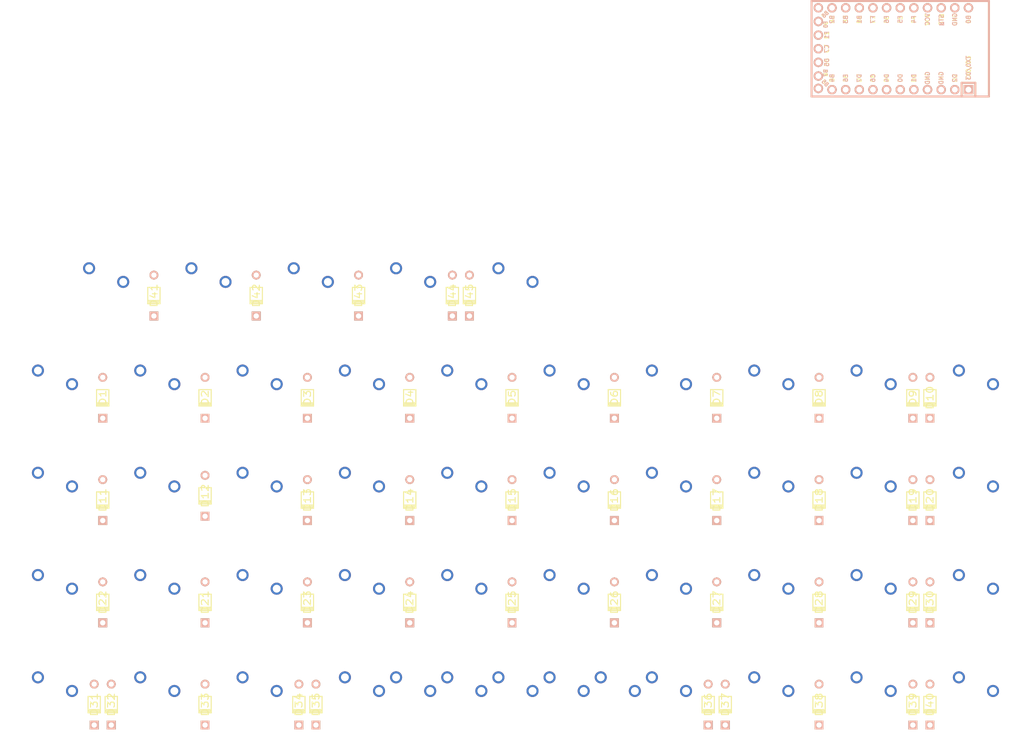
<source format=kicad_pcb>
(kicad_pcb (version 20171130) (host pcbnew "(5.1.4)-1")

  (general
    (thickness 1.6)
    (drawings 0)
    (tracks 0)
    (zones 0)
    (modules 94)
    (nets 75)
  )

  (page A4)
  (layers
    (0 F.Cu signal)
    (31 B.Cu signal)
    (32 B.Adhes user)
    (33 F.Adhes user)
    (34 B.Paste user)
    (35 F.Paste user)
    (36 B.SilkS user)
    (37 F.SilkS user)
    (38 B.Mask user)
    (39 F.Mask user)
    (40 Dwgs.User user)
    (41 Cmts.User user)
    (42 Eco1.User user)
    (43 Eco2.User user)
    (44 Edge.Cuts user)
    (45 Margin user)
    (46 B.CrtYd user)
    (47 F.CrtYd user)
    (48 B.Fab user)
    (49 F.Fab user)
  )

  (setup
    (last_trace_width 0.25)
    (trace_clearance 0.2)
    (zone_clearance 0.508)
    (zone_45_only no)
    (trace_min 0.2)
    (via_size 0.8)
    (via_drill 0.4)
    (via_min_size 0.4)
    (via_min_drill 0.3)
    (uvia_size 0.3)
    (uvia_drill 0.1)
    (uvias_allowed no)
    (uvia_min_size 0.2)
    (uvia_min_drill 0.1)
    (edge_width 0.05)
    (segment_width 0.2)
    (pcb_text_width 0.3)
    (pcb_text_size 1.5 1.5)
    (mod_edge_width 0.12)
    (mod_text_size 1 1)
    (mod_text_width 0.15)
    (pad_size 1.524 1.524)
    (pad_drill 0.762)
    (pad_to_mask_clearance 0.051)
    (solder_mask_min_width 0.25)
    (aux_axis_origin 0 0)
    (visible_elements 7FFFFFFF)
    (pcbplotparams
      (layerselection 0x010fc_ffffffff)
      (usegerberextensions false)
      (usegerberattributes false)
      (usegerberadvancedattributes false)
      (creategerberjobfile false)
      (excludeedgelayer true)
      (linewidth 0.100000)
      (plotframeref false)
      (viasonmask false)
      (mode 1)
      (useauxorigin false)
      (hpglpennumber 1)
      (hpglpenspeed 20)
      (hpglpendiameter 15.000000)
      (psnegative false)
      (psa4output false)
      (plotreference true)
      (plotvalue true)
      (plotinvisibletext false)
      (padsonsilk false)
      (subtractmaskfromsilk false)
      (outputformat 1)
      (mirror false)
      (drillshape 1)
      (scaleselection 1)
      (outputdirectory ""))
  )

  (net 0 "")
  (net 1 row1)
  (net 2 "Net-(D1-Pad2)")
  (net 3 "Net-(D2-Pad2)")
  (net 4 "Net-(D3-Pad2)")
  (net 5 "Net-(D4-Pad2)")
  (net 6 "Net-(D5-Pad2)")
  (net 7 "Net-(D6-Pad2)")
  (net 8 "Net-(D7-Pad2)")
  (net 9 "Net-(D8-Pad2)")
  (net 10 "Net-(D9-Pad2)")
  (net 11 "Net-(D10-Pad2)")
  (net 12 row2)
  (net 13 "Net-(D11-Pad2)")
  (net 14 "Net-(D12-Pad2)")
  (net 15 "Net-(D13-Pad2)")
  (net 16 "Net-(D14-Pad2)")
  (net 17 "Net-(D15-Pad2)")
  (net 18 "Net-(D16-Pad2)")
  (net 19 "Net-(D17-Pad2)")
  (net 20 "Net-(D18-Pad2)")
  (net 21 "Net-(D19-Pad2)")
  (net 22 "Net-(D20-Pad2)")
  (net 23 row3)
  (net 24 "Net-(D21-Pad2)")
  (net 25 "Net-(D22-Pad2)")
  (net 26 "Net-(D23-Pad2)")
  (net 27 "Net-(D24-Pad2)")
  (net 28 "Net-(D25-Pad2)")
  (net 29 "Net-(D26-Pad2)")
  (net 30 "Net-(D27-Pad2)")
  (net 31 "Net-(D28-Pad2)")
  (net 32 "Net-(D29-Pad2)")
  (net 33 "Net-(D30-Pad2)")
  (net 34 row4)
  (net 35 "Net-(D31-Pad2)")
  (net 36 "Net-(D32-Pad2)")
  (net 37 "Net-(D33-Pad2)")
  (net 38 "Net-(D34-Pad2)")
  (net 39 "Net-(D35-Pad2)")
  (net 40 "Net-(D36-Pad2)")
  (net 41 "Net-(D37-Pad2)")
  (net 42 "Net-(D38-Pad2)")
  (net 43 "Net-(D39-Pad2)")
  (net 44 "Net-(D40-Pad2)")
  (net 45 row0)
  (net 46 "Net-(D41-Pad2)")
  (net 47 "Net-(D42-Pad2)")
  (net 48 "Net-(D43-Pad2)")
  (net 49 "Net-(D44-Pad2)")
  (net 50 "Net-(D45-Pad2)")
  (net 51 col0)
  (net 52 col1)
  (net 53 col2)
  (net 54 col3)
  (net 55 col4)
  (net 56 col5)
  (net 57 col6)
  (net 58 col7)
  (net 59 col8)
  (net 60 col9)
  (net 61 "Net-(U1-Pad24)")
  (net 62 "Net-(U1-Pad23)")
  (net 63 "Net-(U1-Pad22)")
  (net 64 "Net-(U1-Pad21)")
  (net 65 "Net-(U1-Pad20)")
  (net 66 "Net-(U1-Pad4)")
  (net 67 "Net-(U1-Pad3)")
  (net 68 "Net-(U1-Pad2)")
  (net 69 "Net-(U1-Pad1)")
  (net 70 "Net-(U1-Pad25)")
  (net 71 "Net-(U1-Pad26)")
  (net 72 "Net-(U1-Pad27)")
  (net 73 "Net-(U1-Pad28)")
  (net 74 "Net-(U1-Pad29)")

  (net_class Default "This is the default net class."
    (clearance 0.2)
    (trace_width 0.25)
    (via_dia 0.8)
    (via_drill 0.4)
    (uvia_dia 0.3)
    (uvia_drill 0.1)
    (add_net "Net-(D1-Pad2)")
    (add_net "Net-(D10-Pad2)")
    (add_net "Net-(D11-Pad2)")
    (add_net "Net-(D12-Pad2)")
    (add_net "Net-(D13-Pad2)")
    (add_net "Net-(D14-Pad2)")
    (add_net "Net-(D15-Pad2)")
    (add_net "Net-(D16-Pad2)")
    (add_net "Net-(D17-Pad2)")
    (add_net "Net-(D18-Pad2)")
    (add_net "Net-(D19-Pad2)")
    (add_net "Net-(D2-Pad2)")
    (add_net "Net-(D20-Pad2)")
    (add_net "Net-(D21-Pad2)")
    (add_net "Net-(D22-Pad2)")
    (add_net "Net-(D23-Pad2)")
    (add_net "Net-(D24-Pad2)")
    (add_net "Net-(D25-Pad2)")
    (add_net "Net-(D26-Pad2)")
    (add_net "Net-(D27-Pad2)")
    (add_net "Net-(D28-Pad2)")
    (add_net "Net-(D29-Pad2)")
    (add_net "Net-(D3-Pad2)")
    (add_net "Net-(D30-Pad2)")
    (add_net "Net-(D31-Pad2)")
    (add_net "Net-(D32-Pad2)")
    (add_net "Net-(D33-Pad2)")
    (add_net "Net-(D34-Pad2)")
    (add_net "Net-(D35-Pad2)")
    (add_net "Net-(D36-Pad2)")
    (add_net "Net-(D37-Pad2)")
    (add_net "Net-(D38-Pad2)")
    (add_net "Net-(D39-Pad2)")
    (add_net "Net-(D4-Pad2)")
    (add_net "Net-(D40-Pad2)")
    (add_net "Net-(D41-Pad2)")
    (add_net "Net-(D42-Pad2)")
    (add_net "Net-(D43-Pad2)")
    (add_net "Net-(D44-Pad2)")
    (add_net "Net-(D45-Pad2)")
    (add_net "Net-(D5-Pad2)")
    (add_net "Net-(D6-Pad2)")
    (add_net "Net-(D7-Pad2)")
    (add_net "Net-(D8-Pad2)")
    (add_net "Net-(D9-Pad2)")
    (add_net "Net-(U1-Pad1)")
    (add_net "Net-(U1-Pad2)")
    (add_net "Net-(U1-Pad20)")
    (add_net "Net-(U1-Pad21)")
    (add_net "Net-(U1-Pad22)")
    (add_net "Net-(U1-Pad23)")
    (add_net "Net-(U1-Pad24)")
    (add_net "Net-(U1-Pad25)")
    (add_net "Net-(U1-Pad26)")
    (add_net "Net-(U1-Pad27)")
    (add_net "Net-(U1-Pad28)")
    (add_net "Net-(U1-Pad29)")
    (add_net "Net-(U1-Pad3)")
    (add_net "Net-(U1-Pad4)")
    (add_net col0)
    (add_net col1)
    (add_net col2)
    (add_net col3)
    (add_net col4)
    (add_net col5)
    (add_net col6)
    (add_net col7)
    (add_net col8)
    (add_net col9)
    (add_net row0)
    (add_net row1)
    (add_net row2)
    (add_net row3)
    (add_net row4)
  )

  (module Keebio-Parts:Elite-C (layer B.Cu) (tedit 5BDF551E) (tstamp 612C57D6)
    (at 213.868 -7.874 180)
    (path /612C7099)
    (fp_text reference U1 (at 0 -1.625) (layer B.SilkS) hide
      (effects (font (size 1.2 1.2) (thickness 0.2032)) (justify mirror))
    )
    (fp_text value Elite-C (at 0 0) (layer B.SilkS) hide
      (effects (font (size 1.2 1.2) (thickness 0.2032)) (justify mirror))
    )
    (fp_text user D5 (at 12.4 -2.54 270) (layer F.SilkS)
      (effects (font (size 0.8 0.8) (thickness 0.15)))
    )
    (fp_text user D5 (at 12.4 -2.54 270) (layer B.SilkS)
      (effects (font (size 0.8 0.8) (thickness 0.15)) (justify mirror))
    )
    (fp_text user F1 (at 12.4 2.54 270) (layer B.SilkS)
      (effects (font (size 0.8 0.8) (thickness 0.15)) (justify mirror))
    )
    (fp_text user F1 (at 12.4 2.54 270) (layer F.SilkS)
      (effects (font (size 0.8 0.8) (thickness 0.15)))
    )
    (fp_text user C7 (at 12.4 0 270) (layer F.SilkS)
      (effects (font (size 0.8 0.8) (thickness 0.15)))
    )
    (fp_text user C7 (at 12.4 0 270) (layer B.SilkS)
      (effects (font (size 0.8 0.8) (thickness 0.15)) (justify mirror))
    )
    (fp_text user B6 (at 12.7 6.4 45 unlocked) (layer F.SilkS)
      (effects (font (size 0.7 0.7) (thickness 0.15)))
    )
    (fp_text user B6 (at 12.7 6.4 45 unlocked) (layer B.SilkS)
      (effects (font (size 0.7 0.7) (thickness 0.15)) (justify mirror))
    )
    (fp_text user F0 (at 12.6 4.5 270) (layer B.SilkS)
      (effects (font (size 0.7 0.7) (thickness 0.15)) (justify mirror))
    )
    (fp_text user F0 (at 12.6 4.5 270) (layer F.SilkS)
      (effects (font (size 0.7 0.7) (thickness 0.15)))
    )
    (fp_text user B7 (at 12.6 -4.5 270) (layer F.SilkS)
      (effects (font (size 0.7 0.7) (thickness 0.15)))
    )
    (fp_text user B7 (at 12.6 -4.5 270) (layer B.SilkS)
      (effects (font (size 0.7 0.7) (thickness 0.15)) (justify mirror))
    )
    (fp_line (start -15.24 -6.35) (end -15.24 -8.89) (layer B.SilkS) (width 0.381))
    (fp_line (start -15.24 -6.35) (end -15.24 -8.89) (layer F.SilkS) (width 0.381))
    (fp_line (start -19.304 3.556) (end -14.224 3.556) (layer Dwgs.User) (width 0.2))
    (fp_line (start -19.304 -3.81) (end -19.304 3.556) (layer Dwgs.User) (width 0.2))
    (fp_line (start -14.224 -3.81) (end -19.304 -3.81) (layer Dwgs.User) (width 0.2))
    (fp_line (start -14.224 3.556) (end -14.224 -3.81) (layer Dwgs.User) (width 0.2))
    (fp_line (start -17.78 -8.89) (end -15.24 -8.89) (layer B.SilkS) (width 0.381))
    (fp_line (start -17.78 8.89) (end -17.78 -8.89) (layer B.SilkS) (width 0.381))
    (fp_line (start -15.24 8.89) (end -17.78 8.89) (layer B.SilkS) (width 0.381))
    (fp_line (start -17.78 8.89) (end -17.78 -8.89) (layer F.SilkS) (width 0.381))
    (fp_line (start -17.78 -8.89) (end 15.24 -8.89) (layer F.SilkS) (width 0.381))
    (fp_line (start 15.24 -8.89) (end 15.24 8.89) (layer F.SilkS) (width 0.381))
    (fp_line (start 15.24 8.89) (end -17.78 8.89) (layer F.SilkS) (width 0.381))
    (fp_poly (pts (xy -9.35097 5.844635) (xy -9.25097 5.844635) (xy -9.25097 6.344635) (xy -9.35097 6.344635)) (layer F.SilkS) (width 0.15))
    (fp_poly (pts (xy -9.35097 5.844635) (xy -9.05097 5.844635) (xy -9.05097 5.944635) (xy -9.35097 5.944635)) (layer F.SilkS) (width 0.15))
    (fp_poly (pts (xy -8.75097 5.844635) (xy -8.55097 5.844635) (xy -8.55097 5.944635) (xy -8.75097 5.944635)) (layer F.SilkS) (width 0.15))
    (fp_poly (pts (xy -9.35097 6.244635) (xy -8.55097 6.244635) (xy -8.55097 6.344635) (xy -9.35097 6.344635)) (layer F.SilkS) (width 0.15))
    (fp_poly (pts (xy -8.95097 6.044635) (xy -8.85097 6.044635) (xy -8.85097 6.144635) (xy -8.95097 6.144635)) (layer F.SilkS) (width 0.15))
    (fp_text user ST (at -8.91 5.04 270) (layer F.SilkS)
      (effects (font (size 0.8 0.8) (thickness 0.15)))
    )
    (fp_poly (pts (xy -8.76064 4.931568) (xy -8.56064 4.931568) (xy -8.56064 4.831568) (xy -8.76064 4.831568)) (layer B.SilkS) (width 0.15))
    (fp_poly (pts (xy -9.36064 4.531568) (xy -8.56064 4.531568) (xy -8.56064 4.431568) (xy -9.36064 4.431568)) (layer B.SilkS) (width 0.15))
    (fp_poly (pts (xy -9.36064 4.931568) (xy -9.26064 4.931568) (xy -9.26064 4.431568) (xy -9.36064 4.431568)) (layer B.SilkS) (width 0.15))
    (fp_poly (pts (xy -8.96064 4.731568) (xy -8.86064 4.731568) (xy -8.86064 4.631568) (xy -8.96064 4.631568)) (layer B.SilkS) (width 0.15))
    (fp_poly (pts (xy -9.36064 4.931568) (xy -9.06064 4.931568) (xy -9.06064 4.831568) (xy -9.36064 4.831568)) (layer B.SilkS) (width 0.15))
    (fp_line (start -12.7 -6.35) (end -12.7 -8.89) (layer B.SilkS) (width 0.381))
    (fp_line (start -15.24 -6.35) (end -12.7 -6.35) (layer B.SilkS) (width 0.381))
    (fp_line (start 15.24 8.89) (end -15.24 8.89) (layer B.SilkS) (width 0.381))
    (fp_line (start 15.24 -8.89) (end 15.24 8.89) (layer B.SilkS) (width 0.381))
    (fp_line (start -15.24 -8.89) (end 15.24 -8.89) (layer B.SilkS) (width 0.381))
    (fp_text user TX0/D3 (at -13.97 -3.571872 270) (layer B.SilkS)
      (effects (font (size 0.8 0.8) (thickness 0.15)) (justify mirror))
    )
    (fp_text user TX0/D3 (at -13.97 -3.571872 270) (layer F.SilkS)
      (effects (font (size 0.8 0.8) (thickness 0.15)))
    )
    (fp_text user D2 (at -11.43 -5.461 270) (layer B.SilkS)
      (effects (font (size 0.8 0.8) (thickness 0.15)) (justify mirror))
    )
    (fp_text user D0 (at -1.27 -5.461 270) (layer B.SilkS)
      (effects (font (size 0.8 0.8) (thickness 0.15)) (justify mirror))
    )
    (fp_text user D1 (at -3.81 -5.461 270) (layer B.SilkS)
      (effects (font (size 0.8 0.8) (thickness 0.15)) (justify mirror))
    )
    (fp_text user GND (at -6.35 -5.461 270) (layer B.SilkS)
      (effects (font (size 0.8 0.8) (thickness 0.15)) (justify mirror))
    )
    (fp_text user GND (at -8.89 -5.461 270) (layer B.SilkS)
      (effects (font (size 0.8 0.8) (thickness 0.15)) (justify mirror))
    )
    (fp_text user D4 (at 1.27 -5.461 270) (layer B.SilkS)
      (effects (font (size 0.8 0.8) (thickness 0.15)) (justify mirror))
    )
    (fp_text user C6 (at 3.81 -5.461 270) (layer B.SilkS)
      (effects (font (size 0.8 0.8) (thickness 0.15)) (justify mirror))
    )
    (fp_text user D7 (at 6.35 -5.461 270) (layer B.SilkS)
      (effects (font (size 0.8 0.8) (thickness 0.15)) (justify mirror))
    )
    (fp_text user E6 (at 8.89 -5.461 270) (layer B.SilkS)
      (effects (font (size 0.8 0.8) (thickness 0.15)) (justify mirror))
    )
    (fp_text user B4 (at 11.43 -5.461 270) (layer B.SilkS)
      (effects (font (size 0.8 0.8) (thickness 0.15)) (justify mirror))
    )
    (fp_text user B5 (at 12.7 -6.4 315) (layer B.SilkS)
      (effects (font (size 0.7 0.7) (thickness 0.15)) (justify mirror))
    )
    (fp_text user B2 (at 11.43 5.461 270) (layer F.SilkS)
      (effects (font (size 0.8 0.8) (thickness 0.15)))
    )
    (fp_text user B3 (at 8.89 5.461 270) (layer B.SilkS)
      (effects (font (size 0.8 0.8) (thickness 0.15)) (justify mirror))
    )
    (fp_text user B1 (at 6.35 5.461 270) (layer B.SilkS)
      (effects (font (size 0.8 0.8) (thickness 0.15)) (justify mirror))
    )
    (fp_text user F7 (at 3.81 5.461 270) (layer F.SilkS)
      (effects (font (size 0.8 0.8) (thickness 0.15)))
    )
    (fp_text user F6 (at 1.27 5.461 270) (layer F.SilkS)
      (effects (font (size 0.8 0.8) (thickness 0.15)))
    )
    (fp_text user F5 (at -1.27 5.461 270) (layer F.SilkS)
      (effects (font (size 0.8 0.8) (thickness 0.15)))
    )
    (fp_text user F4 (at -3.81 5.461 270) (layer B.SilkS)
      (effects (font (size 0.8 0.8) (thickness 0.15)) (justify mirror))
    )
    (fp_text user VCC (at -6.35 5.461 270) (layer B.SilkS)
      (effects (font (size 0.8 0.8) (thickness 0.15)) (justify mirror))
    )
    (fp_text user ST (at -8.92 5.73312 270) (layer B.SilkS)
      (effects (font (size 0.8 0.8) (thickness 0.15)) (justify mirror))
    )
    (fp_text user GND (at -11.43 5.461 270) (layer B.SilkS)
      (effects (font (size 0.8 0.8) (thickness 0.15)) (justify mirror))
    )
    (fp_text user B0 (at -13.97 5.461 270) (layer B.SilkS)
      (effects (font (size 0.8 0.8) (thickness 0.15)) (justify mirror))
    )
    (fp_text user B0 (at -13.97 5.461 270) (layer F.SilkS)
      (effects (font (size 0.8 0.8) (thickness 0.15)))
    )
    (fp_text user GND (at -11.43 5.461 270) (layer F.SilkS)
      (effects (font (size 0.8 0.8) (thickness 0.15)))
    )
    (fp_text user VCC (at -6.35 5.461 270) (layer F.SilkS)
      (effects (font (size 0.8 0.8) (thickness 0.15)))
    )
    (fp_text user F4 (at -3.81 5.461 270) (layer F.SilkS)
      (effects (font (size 0.8 0.8) (thickness 0.15)))
    )
    (fp_text user F5 (at -1.27 5.461 270) (layer B.SilkS)
      (effects (font (size 0.8 0.8) (thickness 0.15)) (justify mirror))
    )
    (fp_text user F6 (at 1.27 5.461 270) (layer B.SilkS)
      (effects (font (size 0.8 0.8) (thickness 0.15)) (justify mirror))
    )
    (fp_text user F7 (at 3.81 5.461 270) (layer B.SilkS)
      (effects (font (size 0.8 0.8) (thickness 0.15)) (justify mirror))
    )
    (fp_text user B1 (at 6.35 5.461 270) (layer F.SilkS)
      (effects (font (size 0.8 0.8) (thickness 0.15)))
    )
    (fp_text user B3 (at 8.89 5.461 270) (layer F.SilkS)
      (effects (font (size 0.8 0.8) (thickness 0.15)))
    )
    (fp_text user B2 (at 11.43 5.461 270) (layer B.SilkS)
      (effects (font (size 0.8 0.8) (thickness 0.15)) (justify mirror))
    )
    (fp_text user B5 (at 12.7 -6.4 315) (layer F.SilkS)
      (effects (font (size 0.7 0.7) (thickness 0.15)))
    )
    (fp_text user B4 (at 11.43 -5.461 270) (layer F.SilkS)
      (effects (font (size 0.8 0.8) (thickness 0.15)))
    )
    (fp_text user E6 (at 8.89 -5.461 270) (layer F.SilkS)
      (effects (font (size 0.8 0.8) (thickness 0.15)))
    )
    (fp_text user D7 (at 6.35 -5.461 270) (layer F.SilkS)
      (effects (font (size 0.8 0.8) (thickness 0.15)))
    )
    (fp_text user C6 (at 3.81 -5.461 270) (layer F.SilkS)
      (effects (font (size 0.8 0.8) (thickness 0.15)))
    )
    (fp_text user D4 (at 1.27 -5.461 270) (layer F.SilkS)
      (effects (font (size 0.8 0.8) (thickness 0.15)))
    )
    (fp_text user GND (at -8.89 -5.461 270) (layer F.SilkS)
      (effects (font (size 0.8 0.8) (thickness 0.15)))
    )
    (fp_text user GND (at -6.35 -5.461 270) (layer F.SilkS)
      (effects (font (size 0.8 0.8) (thickness 0.15)))
    )
    (fp_text user D1 (at -3.81 -5.461 270) (layer F.SilkS)
      (effects (font (size 0.8 0.8) (thickness 0.15)))
    )
    (fp_text user D0 (at -1.27 -5.461 270) (layer F.SilkS)
      (effects (font (size 0.8 0.8) (thickness 0.15)))
    )
    (fp_text user D2 (at -11.43 -5.461 270) (layer F.SilkS)
      (effects (font (size 0.8 0.8) (thickness 0.15)))
    )
    (fp_line (start -15.24 -6.35) (end -12.7 -6.35) (layer F.SilkS) (width 0.381))
    (fp_line (start -12.7 -6.35) (end -12.7 -8.89) (layer F.SilkS) (width 0.381))
    (pad 25 thru_hole circle (at 13.97 -5.08 180) (size 1.7526 1.7526) (drill 1.0922) (layers *.Cu *.SilkS *.Mask)
      (net 70 "Net-(U1-Pad25)"))
    (pad 26 thru_hole circle (at 13.97 -2.54 180) (size 1.7526 1.7526) (drill 1.0922) (layers *.Cu *.SilkS *.Mask)
      (net 71 "Net-(U1-Pad26)"))
    (pad 27 thru_hole circle (at 13.97 0 180) (size 1.7526 1.7526) (drill 1.0922) (layers *.Cu *.SilkS *.Mask)
      (net 72 "Net-(U1-Pad27)"))
    (pad 28 thru_hole circle (at 13.97 2.54 180) (size 1.7526 1.7526) (drill 1.0922) (layers *.Cu *.SilkS *.Mask)
      (net 73 "Net-(U1-Pad28)"))
    (pad 29 thru_hole circle (at 13.97 5.08 180) (size 1.7526 1.7526) (drill 1.0922) (layers *.Cu *.SilkS *.Mask)
      (net 74 "Net-(U1-Pad29)"))
    (pad 24 thru_hole circle (at -13.97 7.62 180) (size 1.7526 1.7526) (drill 1.0922) (layers *.Cu *.SilkS *.Mask)
      (net 61 "Net-(U1-Pad24)"))
    (pad 12 thru_hole circle (at 13.97 -7.3914 180) (size 1.7526 1.7526) (drill 1.0922) (layers *.Cu *.SilkS *.Mask)
      (net 53 col2))
    (pad 23 thru_hole circle (at -11.43 7.62 180) (size 1.7526 1.7526) (drill 1.0922) (layers *.Cu *.SilkS *.Mask)
      (net 62 "Net-(U1-Pad23)"))
    (pad 22 thru_hole circle (at -8.89 7.62 180) (size 1.7526 1.7526) (drill 1.0922) (layers *.Cu *.SilkS *.Mask)
      (net 63 "Net-(U1-Pad22)"))
    (pad 21 thru_hole circle (at -6.35 7.62 180) (size 1.7526 1.7526) (drill 1.0922) (layers *.Cu *.SilkS *.Mask)
      (net 64 "Net-(U1-Pad21)"))
    (pad 20 thru_hole circle (at -3.81 7.62 180) (size 1.7526 1.7526) (drill 1.0922) (layers *.Cu *.SilkS *.Mask)
      (net 65 "Net-(U1-Pad20)"))
    (pad 19 thru_hole circle (at -1.27 7.62 180) (size 1.7526 1.7526) (drill 1.0922) (layers *.Cu *.SilkS *.Mask)
      (net 60 col9))
    (pad 18 thru_hole circle (at 1.27 7.62 180) (size 1.7526 1.7526) (drill 1.0922) (layers *.Cu *.SilkS *.Mask)
      (net 59 col8))
    (pad 17 thru_hole circle (at 3.81 7.62 180) (size 1.7526 1.7526) (drill 1.0922) (layers *.Cu *.SilkS *.Mask)
      (net 58 col7))
    (pad 16 thru_hole circle (at 6.35 7.62 180) (size 1.7526 1.7526) (drill 1.0922) (layers *.Cu *.SilkS *.Mask)
      (net 57 col6))
    (pad 15 thru_hole circle (at 8.89 7.62 180) (size 1.7526 1.7526) (drill 1.0922) (layers *.Cu *.SilkS *.Mask)
      (net 56 col5))
    (pad 14 thru_hole circle (at 11.43 7.62 180) (size 1.7526 1.7526) (drill 1.0922) (layers *.Cu *.SilkS *.Mask)
      (net 55 col4))
    (pad 13 thru_hole circle (at 13.97 7.62 180) (size 1.7526 1.7526) (drill 1.0922) (layers *.Cu *.SilkS *.Mask)
      (net 54 col3))
    (pad 11 thru_hole circle (at 11.43 -7.62 180) (size 1.7526 1.7526) (drill 1.0922) (layers *.Cu *.SilkS *.Mask)
      (net 52 col1))
    (pad 10 thru_hole circle (at 8.89 -7.62 180) (size 1.7526 1.7526) (drill 1.0922) (layers *.Cu *.SilkS *.Mask)
      (net 51 col0))
    (pad 9 thru_hole circle (at 6.35 -7.62 180) (size 1.7526 1.7526) (drill 1.0922) (layers *.Cu *.SilkS *.Mask)
      (net 34 row4))
    (pad 8 thru_hole circle (at 3.81 -7.62 180) (size 1.7526 1.7526) (drill 1.0922) (layers *.Cu *.SilkS *.Mask)
      (net 23 row3))
    (pad 7 thru_hole circle (at 1.27 -7.62 180) (size 1.7526 1.7526) (drill 1.0922) (layers *.Cu *.SilkS *.Mask)
      (net 12 row2))
    (pad 6 thru_hole circle (at -1.27 -7.62 180) (size 1.7526 1.7526) (drill 1.0922) (layers *.Cu *.SilkS *.Mask)
      (net 1 row1))
    (pad 5 thru_hole circle (at -3.81 -7.62 180) (size 1.7526 1.7526) (drill 1.0922) (layers *.Cu *.SilkS *.Mask)
      (net 45 row0))
    (pad 4 thru_hole circle (at -6.35 -7.62 180) (size 1.7526 1.7526) (drill 1.0922) (layers *.Cu *.SilkS *.Mask)
      (net 66 "Net-(U1-Pad4)"))
    (pad 3 thru_hole circle (at -8.89 -7.62 180) (size 1.7526 1.7526) (drill 1.0922) (layers *.Cu *.SilkS *.Mask)
      (net 67 "Net-(U1-Pad3)"))
    (pad 2 thru_hole circle (at -11.43 -7.62 180) (size 1.7526 1.7526) (drill 1.0922) (layers *.Cu *.SilkS *.Mask)
      (net 68 "Net-(U1-Pad2)"))
    (pad 1 thru_hole rect (at -13.97 -7.62 180) (size 1.7526 1.7526) (drill 1.0922) (layers *.Cu *.SilkS *.Mask)
      (net 69 "Net-(U1-Pad1)"))
    (model /Users/danny/Documents/proj/custom-keyboard/kicad-libs/3d_models/ArduinoProMicro.wrl
      (offset (xyz -13.96999979019165 -7.619999885559082 -5.841999912261963))
      (scale (xyz 0.395 0.395 0.395))
      (rotate (xyz 90 180 180))
    )
  )

  (module MX_Only:MXOnly-2U-ReversedStabilizers-NoLED (layer B.Cu) (tedit 5BD3C7BF) (tstamp 612C5754)
    (at 161.925 114.3 180)
    (path /61374F37)
    (fp_text reference MX48 (at 0 -3.175) (layer Dwgs.User)
      (effects (font (size 1 1) (thickness 0.15)))
    )
    (fp_text value MX-NoLED (at 0 7.9375) (layer Dwgs.User)
      (effects (font (size 1 1) (thickness 0.15)))
    )
    (fp_line (start 5 7) (end 7 7) (layer Dwgs.User) (width 0.15))
    (fp_line (start 7 7) (end 7 5) (layer Dwgs.User) (width 0.15))
    (fp_line (start 5 -7) (end 7 -7) (layer Dwgs.User) (width 0.15))
    (fp_line (start 7 -7) (end 7 -5) (layer Dwgs.User) (width 0.15))
    (fp_line (start -7 -5) (end -7 -7) (layer Dwgs.User) (width 0.15))
    (fp_line (start -7 -7) (end -5 -7) (layer Dwgs.User) (width 0.15))
    (fp_line (start -5 7) (end -7 7) (layer Dwgs.User) (width 0.15))
    (fp_line (start -7 7) (end -7 5) (layer Dwgs.User) (width 0.15))
    (fp_line (start -19.05 9.525) (end 19.05 9.525) (layer Dwgs.User) (width 0.15))
    (fp_line (start 19.05 9.525) (end 19.05 -9.525) (layer Dwgs.User) (width 0.15))
    (fp_line (start -19.05 -9.525) (end 19.05 -9.525) (layer Dwgs.User) (width 0.15))
    (fp_line (start -19.05 -9.525) (end -19.05 9.525) (layer Dwgs.User) (width 0.15))
    (pad 2 thru_hole circle (at 2.54 5.08 180) (size 2.25 2.25) (drill 1.47) (layers *.Cu F.Mask)
      (net 40 "Net-(D36-Pad2)"))
    (pad "" np_thru_hole circle (at 0 0 180) (size 3.9878 3.9878) (drill 3.9878) (layers *.Cu *.Mask))
    (pad 1 thru_hole circle (at -3.81 2.54 180) (size 2.25 2.25) (drill 1.47) (layers *.Cu F.Mask)
      (net 56 col5))
    (pad "" np_thru_hole circle (at -5.08 0 131.9004) (size 1.75 1.75) (drill 1.75) (layers *.Cu *.Mask))
    (pad "" np_thru_hole circle (at 5.08 0 131.9004) (size 1.75 1.75) (drill 1.75) (layers *.Cu *.Mask))
    (pad "" np_thru_hole circle (at -11.90625 -6.985 180) (size 3.048 3.048) (drill 3.048) (layers *.Cu *.Mask))
    (pad "" np_thru_hole circle (at 11.90625 -6.985 180) (size 3.048 3.048) (drill 3.048) (layers *.Cu *.Mask))
    (pad "" np_thru_hole circle (at -11.90625 8.255 180) (size 3.9878 3.9878) (drill 3.9878) (layers *.Cu *.Mask))
    (pad "" np_thru_hole circle (at 11.90625 8.255 180) (size 3.9878 3.9878) (drill 3.9878) (layers *.Cu *.Mask))
  )

  (module MX_Only:MXOnly-2U-ReversedStabilizers-NoLED (layer B.Cu) (tedit 5BD3C7BF) (tstamp 612C5728)
    (at 123.825 114.3 180)
    (path /61377FE9)
    (fp_text reference MX47 (at 0 -3.175) (layer Dwgs.User)
      (effects (font (size 1 1) (thickness 0.15)))
    )
    (fp_text value MX-NoLED (at 0 7.9375) (layer Dwgs.User)
      (effects (font (size 1 1) (thickness 0.15)))
    )
    (fp_line (start 5 7) (end 7 7) (layer Dwgs.User) (width 0.15))
    (fp_line (start 7 7) (end 7 5) (layer Dwgs.User) (width 0.15))
    (fp_line (start 5 -7) (end 7 -7) (layer Dwgs.User) (width 0.15))
    (fp_line (start 7 -7) (end 7 -5) (layer Dwgs.User) (width 0.15))
    (fp_line (start -7 -5) (end -7 -7) (layer Dwgs.User) (width 0.15))
    (fp_line (start -7 -7) (end -5 -7) (layer Dwgs.User) (width 0.15))
    (fp_line (start -5 7) (end -7 7) (layer Dwgs.User) (width 0.15))
    (fp_line (start -7 7) (end -7 5) (layer Dwgs.User) (width 0.15))
    (fp_line (start -19.05 9.525) (end 19.05 9.525) (layer Dwgs.User) (width 0.15))
    (fp_line (start 19.05 9.525) (end 19.05 -9.525) (layer Dwgs.User) (width 0.15))
    (fp_line (start -19.05 -9.525) (end 19.05 -9.525) (layer Dwgs.User) (width 0.15))
    (fp_line (start -19.05 -9.525) (end -19.05 9.525) (layer Dwgs.User) (width 0.15))
    (pad 2 thru_hole circle (at 2.54 5.08 180) (size 2.25 2.25) (drill 1.47) (layers *.Cu F.Mask)
      (net 39 "Net-(D35-Pad2)"))
    (pad "" np_thru_hole circle (at 0 0 180) (size 3.9878 3.9878) (drill 3.9878) (layers *.Cu *.Mask))
    (pad 1 thru_hole circle (at -3.81 2.54 180) (size 2.25 2.25) (drill 1.47) (layers *.Cu F.Mask)
      (net 55 col4))
    (pad "" np_thru_hole circle (at -5.08 0 131.9004) (size 1.75 1.75) (drill 1.75) (layers *.Cu *.Mask))
    (pad "" np_thru_hole circle (at 5.08 0 131.9004) (size 1.75 1.75) (drill 1.75) (layers *.Cu *.Mask))
    (pad "" np_thru_hole circle (at -11.90625 -6.985 180) (size 3.048 3.048) (drill 3.048) (layers *.Cu *.Mask))
    (pad "" np_thru_hole circle (at 11.90625 -6.985 180) (size 3.048 3.048) (drill 3.048) (layers *.Cu *.Mask))
    (pad "" np_thru_hole circle (at -11.90625 8.255 180) (size 3.9878 3.9878) (drill 3.9878) (layers *.Cu *.Mask))
    (pad "" np_thru_hole circle (at 11.90625 8.255 180) (size 3.9878 3.9878) (drill 3.9878) (layers *.Cu *.Mask))
  )

  (module MX_Only:MXOnly-6U-Centered-ReversedStabilizers-NoLED (layer B.Cu) (tedit 5CF32344) (tstamp 612C56FC)
    (at 142.875 114.3 180)
    (path /61375469)
    (fp_text reference MX46 (at 0 -3.175) (layer Dwgs.User)
      (effects (font (size 1 1) (thickness 0.15)))
    )
    (fp_text value MX-NoLED (at 0 7.9375) (layer Dwgs.User)
      (effects (font (size 1 1) (thickness 0.15)))
    )
    (fp_line (start -57.15 -9.525) (end -57.15 9.525) (layer Dwgs.User) (width 0.15))
    (fp_line (start -57.15 -9.525) (end 57.15 -9.525) (layer Dwgs.User) (width 0.15))
    (fp_line (start 57.15 9.525) (end 57.15 -9.525) (layer Dwgs.User) (width 0.15))
    (fp_line (start -57.15 9.525) (end 57.15 9.525) (layer Dwgs.User) (width 0.15))
    (fp_line (start -7 7) (end -7 5) (layer Dwgs.User) (width 0.15))
    (fp_line (start -5 7) (end -7 7) (layer Dwgs.User) (width 0.15))
    (fp_line (start -7 -7) (end -5 -7) (layer Dwgs.User) (width 0.15))
    (fp_line (start -7 -5) (end -7 -7) (layer Dwgs.User) (width 0.15))
    (fp_line (start 7 -7) (end 7 -5) (layer Dwgs.User) (width 0.15))
    (fp_line (start 5 -7) (end 7 -7) (layer Dwgs.User) (width 0.15))
    (fp_line (start 7 7) (end 7 5) (layer Dwgs.User) (width 0.15))
    (fp_line (start 5 7) (end 7 7) (layer Dwgs.User) (width 0.15))
    (pad "" np_thru_hole circle (at 47.625 8.255 180) (size 3.9878 3.9878) (drill 3.9878) (layers *.Cu *.Mask))
    (pad "" np_thru_hole circle (at -47.625 8.255 180) (size 3.9878 3.9878) (drill 3.9878) (layers *.Cu *.Mask))
    (pad "" np_thru_hole circle (at 47.625 -6.985 180) (size 3.048 3.048) (drill 3.048) (layers *.Cu *.Mask))
    (pad "" np_thru_hole circle (at -47.625 -6.985 180) (size 3.048 3.048) (drill 3.048) (layers *.Cu *.Mask))
    (pad "" np_thru_hole circle (at 5.08 0 131.9004) (size 1.75 1.75) (drill 1.75) (layers *.Cu *.Mask))
    (pad "" np_thru_hole circle (at -5.08 0 131.9004) (size 1.75 1.75) (drill 1.75) (layers *.Cu *.Mask))
    (pad 1 thru_hole circle (at -3.81 2.54 180) (size 2.25 2.25) (drill 1.47) (layers *.Cu F.Mask)
      (net 55 col4))
    (pad "" np_thru_hole circle (at 0 0 180) (size 3.9878 3.9878) (drill 3.9878) (layers *.Cu *.Mask))
    (pad 2 thru_hole circle (at 2.54 5.08 180) (size 2.25 2.25) (drill 1.47) (layers *.Cu F.Mask)
      (net 39 "Net-(D35-Pad2)"))
  )

  (module MX_Only:MXOnly-1U-NoLED (layer B.Cu) (tedit 5BD3C6C7) (tstamp 612C56DA)
    (at 142.875 38.1 180)
    (path /612DFC1C)
    (fp_text reference MX45 (at 0 -3.175) (layer Dwgs.User)
      (effects (font (size 1 1) (thickness 0.15)))
    )
    (fp_text value MX-NoLED (at 0 7.9375) (layer Dwgs.User)
      (effects (font (size 1 1) (thickness 0.15)))
    )
    (fp_line (start 5 7) (end 7 7) (layer Dwgs.User) (width 0.15))
    (fp_line (start 7 7) (end 7 5) (layer Dwgs.User) (width 0.15))
    (fp_line (start 5 -7) (end 7 -7) (layer Dwgs.User) (width 0.15))
    (fp_line (start 7 -7) (end 7 -5) (layer Dwgs.User) (width 0.15))
    (fp_line (start -7 -5) (end -7 -7) (layer Dwgs.User) (width 0.15))
    (fp_line (start -7 -7) (end -5 -7) (layer Dwgs.User) (width 0.15))
    (fp_line (start -5 7) (end -7 7) (layer Dwgs.User) (width 0.15))
    (fp_line (start -7 7) (end -7 5) (layer Dwgs.User) (width 0.15))
    (fp_line (start -9.525 9.525) (end 9.525 9.525) (layer Dwgs.User) (width 0.15))
    (fp_line (start 9.525 9.525) (end 9.525 -9.525) (layer Dwgs.User) (width 0.15))
    (fp_line (start 9.525 -9.525) (end -9.525 -9.525) (layer Dwgs.User) (width 0.15))
    (fp_line (start -9.525 -9.525) (end -9.525 9.525) (layer Dwgs.User) (width 0.15))
    (pad 2 thru_hole circle (at 2.54 5.08 180) (size 2.25 2.25) (drill 1.47) (layers *.Cu F.Mask)
      (net 50 "Net-(D45-Pad2)"))
    (pad "" np_thru_hole circle (at 0 0 180) (size 3.9878 3.9878) (drill 3.9878) (layers *.Cu *.Mask))
    (pad 1 thru_hole circle (at -3.81 2.54 180) (size 2.25 2.25) (drill 1.47) (layers *.Cu F.Mask)
      (net 55 col4))
    (pad "" np_thru_hole circle (at -5.08 0 131.9004) (size 1.75 1.75) (drill 1.75) (layers *.Cu *.Mask))
    (pad "" np_thru_hole circle (at 5.08 0 131.9004) (size 1.75 1.75) (drill 1.75) (layers *.Cu *.Mask))
  )

  (module MX_Only:MXOnly-1U-NoLED (layer B.Cu) (tedit 5BD3C6C7) (tstamp 612C56B2)
    (at 123.825 38.1 180)
    (path /612DF65D)
    (fp_text reference MX44 (at 0 -3.175) (layer Dwgs.User)
      (effects (font (size 1 1) (thickness 0.15)))
    )
    (fp_text value MX-NoLED (at 0 7.9375) (layer Dwgs.User)
      (effects (font (size 1 1) (thickness 0.15)))
    )
    (fp_line (start 5 7) (end 7 7) (layer Dwgs.User) (width 0.15))
    (fp_line (start 7 7) (end 7 5) (layer Dwgs.User) (width 0.15))
    (fp_line (start 5 -7) (end 7 -7) (layer Dwgs.User) (width 0.15))
    (fp_line (start 7 -7) (end 7 -5) (layer Dwgs.User) (width 0.15))
    (fp_line (start -7 -5) (end -7 -7) (layer Dwgs.User) (width 0.15))
    (fp_line (start -7 -7) (end -5 -7) (layer Dwgs.User) (width 0.15))
    (fp_line (start -5 7) (end -7 7) (layer Dwgs.User) (width 0.15))
    (fp_line (start -7 7) (end -7 5) (layer Dwgs.User) (width 0.15))
    (fp_line (start -9.525 9.525) (end 9.525 9.525) (layer Dwgs.User) (width 0.15))
    (fp_line (start 9.525 9.525) (end 9.525 -9.525) (layer Dwgs.User) (width 0.15))
    (fp_line (start 9.525 -9.525) (end -9.525 -9.525) (layer Dwgs.User) (width 0.15))
    (fp_line (start -9.525 -9.525) (end -9.525 9.525) (layer Dwgs.User) (width 0.15))
    (pad 2 thru_hole circle (at 2.54 5.08 180) (size 2.25 2.25) (drill 1.47) (layers *.Cu F.Mask)
      (net 49 "Net-(D44-Pad2)"))
    (pad "" np_thru_hole circle (at 0 0 180) (size 3.9878 3.9878) (drill 3.9878) (layers *.Cu *.Mask))
    (pad 1 thru_hole circle (at -3.81 2.54 180) (size 2.25 2.25) (drill 1.47) (layers *.Cu F.Mask)
      (net 54 col3))
    (pad "" np_thru_hole circle (at -5.08 0 131.9004) (size 1.75 1.75) (drill 1.75) (layers *.Cu *.Mask))
    (pad "" np_thru_hole circle (at 5.08 0 131.9004) (size 1.75 1.75) (drill 1.75) (layers *.Cu *.Mask))
  )

  (module MX_Only:MXOnly-1U-NoLED (layer B.Cu) (tedit 5BD3C6C7) (tstamp 612C568A)
    (at 104.775 38.1 180)
    (path /612DF021)
    (fp_text reference MX43 (at 0 -3.175) (layer Dwgs.User)
      (effects (font (size 1 1) (thickness 0.15)))
    )
    (fp_text value MX-NoLED (at 0 7.9375) (layer Dwgs.User)
      (effects (font (size 1 1) (thickness 0.15)))
    )
    (fp_line (start 5 7) (end 7 7) (layer Dwgs.User) (width 0.15))
    (fp_line (start 7 7) (end 7 5) (layer Dwgs.User) (width 0.15))
    (fp_line (start 5 -7) (end 7 -7) (layer Dwgs.User) (width 0.15))
    (fp_line (start 7 -7) (end 7 -5) (layer Dwgs.User) (width 0.15))
    (fp_line (start -7 -5) (end -7 -7) (layer Dwgs.User) (width 0.15))
    (fp_line (start -7 -7) (end -5 -7) (layer Dwgs.User) (width 0.15))
    (fp_line (start -5 7) (end -7 7) (layer Dwgs.User) (width 0.15))
    (fp_line (start -7 7) (end -7 5) (layer Dwgs.User) (width 0.15))
    (fp_line (start -9.525 9.525) (end 9.525 9.525) (layer Dwgs.User) (width 0.15))
    (fp_line (start 9.525 9.525) (end 9.525 -9.525) (layer Dwgs.User) (width 0.15))
    (fp_line (start 9.525 -9.525) (end -9.525 -9.525) (layer Dwgs.User) (width 0.15))
    (fp_line (start -9.525 -9.525) (end -9.525 9.525) (layer Dwgs.User) (width 0.15))
    (pad 2 thru_hole circle (at 2.54 5.08 180) (size 2.25 2.25) (drill 1.47) (layers *.Cu F.Mask)
      (net 48 "Net-(D43-Pad2)"))
    (pad "" np_thru_hole circle (at 0 0 180) (size 3.9878 3.9878) (drill 3.9878) (layers *.Cu *.Mask))
    (pad 1 thru_hole circle (at -3.81 2.54 180) (size 2.25 2.25) (drill 1.47) (layers *.Cu F.Mask)
      (net 53 col2))
    (pad "" np_thru_hole circle (at -5.08 0 131.9004) (size 1.75 1.75) (drill 1.75) (layers *.Cu *.Mask))
    (pad "" np_thru_hole circle (at 5.08 0 131.9004) (size 1.75 1.75) (drill 1.75) (layers *.Cu *.Mask))
  )

  (module MX_Only:MXOnly-1U-NoLED (layer B.Cu) (tedit 5BD3C6C7) (tstamp 612C5662)
    (at 85.725 38.1 180)
    (path /612DEA53)
    (fp_text reference MX42 (at 0 -3.175) (layer Dwgs.User)
      (effects (font (size 1 1) (thickness 0.15)))
    )
    (fp_text value MX-NoLED (at 0 7.9375) (layer Dwgs.User)
      (effects (font (size 1 1) (thickness 0.15)))
    )
    (fp_line (start 5 7) (end 7 7) (layer Dwgs.User) (width 0.15))
    (fp_line (start 7 7) (end 7 5) (layer Dwgs.User) (width 0.15))
    (fp_line (start 5 -7) (end 7 -7) (layer Dwgs.User) (width 0.15))
    (fp_line (start 7 -7) (end 7 -5) (layer Dwgs.User) (width 0.15))
    (fp_line (start -7 -5) (end -7 -7) (layer Dwgs.User) (width 0.15))
    (fp_line (start -7 -7) (end -5 -7) (layer Dwgs.User) (width 0.15))
    (fp_line (start -5 7) (end -7 7) (layer Dwgs.User) (width 0.15))
    (fp_line (start -7 7) (end -7 5) (layer Dwgs.User) (width 0.15))
    (fp_line (start -9.525 9.525) (end 9.525 9.525) (layer Dwgs.User) (width 0.15))
    (fp_line (start 9.525 9.525) (end 9.525 -9.525) (layer Dwgs.User) (width 0.15))
    (fp_line (start 9.525 -9.525) (end -9.525 -9.525) (layer Dwgs.User) (width 0.15))
    (fp_line (start -9.525 -9.525) (end -9.525 9.525) (layer Dwgs.User) (width 0.15))
    (pad 2 thru_hole circle (at 2.54 5.08 180) (size 2.25 2.25) (drill 1.47) (layers *.Cu F.Mask)
      (net 47 "Net-(D42-Pad2)"))
    (pad "" np_thru_hole circle (at 0 0 180) (size 3.9878 3.9878) (drill 3.9878) (layers *.Cu *.Mask))
    (pad 1 thru_hole circle (at -3.81 2.54 180) (size 2.25 2.25) (drill 1.47) (layers *.Cu F.Mask)
      (net 52 col1))
    (pad "" np_thru_hole circle (at -5.08 0 131.9004) (size 1.75 1.75) (drill 1.75) (layers *.Cu *.Mask))
    (pad "" np_thru_hole circle (at 5.08 0 131.9004) (size 1.75 1.75) (drill 1.75) (layers *.Cu *.Mask))
  )

  (module MX_Only:MXOnly-1U-NoLED (layer B.Cu) (tedit 5BD3C6C7) (tstamp 612C563A)
    (at 66.675 38.1 180)
    (path /612DDAF7)
    (fp_text reference MX41 (at 0 -3.175) (layer Dwgs.User)
      (effects (font (size 1 1) (thickness 0.15)))
    )
    (fp_text value MX-NoLED (at 0 7.9375) (layer Dwgs.User)
      (effects (font (size 1 1) (thickness 0.15)))
    )
    (fp_line (start 5 7) (end 7 7) (layer Dwgs.User) (width 0.15))
    (fp_line (start 7 7) (end 7 5) (layer Dwgs.User) (width 0.15))
    (fp_line (start 5 -7) (end 7 -7) (layer Dwgs.User) (width 0.15))
    (fp_line (start 7 -7) (end 7 -5) (layer Dwgs.User) (width 0.15))
    (fp_line (start -7 -5) (end -7 -7) (layer Dwgs.User) (width 0.15))
    (fp_line (start -7 -7) (end -5 -7) (layer Dwgs.User) (width 0.15))
    (fp_line (start -5 7) (end -7 7) (layer Dwgs.User) (width 0.15))
    (fp_line (start -7 7) (end -7 5) (layer Dwgs.User) (width 0.15))
    (fp_line (start -9.525 9.525) (end 9.525 9.525) (layer Dwgs.User) (width 0.15))
    (fp_line (start 9.525 9.525) (end 9.525 -9.525) (layer Dwgs.User) (width 0.15))
    (fp_line (start 9.525 -9.525) (end -9.525 -9.525) (layer Dwgs.User) (width 0.15))
    (fp_line (start -9.525 -9.525) (end -9.525 9.525) (layer Dwgs.User) (width 0.15))
    (pad 2 thru_hole circle (at 2.54 5.08 180) (size 2.25 2.25) (drill 1.47) (layers *.Cu F.Mask)
      (net 46 "Net-(D41-Pad2)"))
    (pad "" np_thru_hole circle (at 0 0 180) (size 3.9878 3.9878) (drill 3.9878) (layers *.Cu *.Mask))
    (pad 1 thru_hole circle (at -3.81 2.54 180) (size 2.25 2.25) (drill 1.47) (layers *.Cu F.Mask)
      (net 51 col0))
    (pad "" np_thru_hole circle (at -5.08 0 131.9004) (size 1.75 1.75) (drill 1.75) (layers *.Cu *.Mask))
    (pad "" np_thru_hole circle (at 5.08 0 131.9004) (size 1.75 1.75) (drill 1.75) (layers *.Cu *.Mask))
  )

  (module MX_Only:MXOnly-1U-NoLED (layer B.Cu) (tedit 5BD3C6C7) (tstamp 612C5612)
    (at 228.6 114.3 180)
    (path /612DD5F6)
    (fp_text reference MX40 (at 0 -3.175) (layer Dwgs.User)
      (effects (font (size 1 1) (thickness 0.15)))
    )
    (fp_text value MX-NoLED (at 0 7.9375) (layer Dwgs.User)
      (effects (font (size 1 1) (thickness 0.15)))
    )
    (fp_line (start 5 7) (end 7 7) (layer Dwgs.User) (width 0.15))
    (fp_line (start 7 7) (end 7 5) (layer Dwgs.User) (width 0.15))
    (fp_line (start 5 -7) (end 7 -7) (layer Dwgs.User) (width 0.15))
    (fp_line (start 7 -7) (end 7 -5) (layer Dwgs.User) (width 0.15))
    (fp_line (start -7 -5) (end -7 -7) (layer Dwgs.User) (width 0.15))
    (fp_line (start -7 -7) (end -5 -7) (layer Dwgs.User) (width 0.15))
    (fp_line (start -5 7) (end -7 7) (layer Dwgs.User) (width 0.15))
    (fp_line (start -7 7) (end -7 5) (layer Dwgs.User) (width 0.15))
    (fp_line (start -9.525 9.525) (end 9.525 9.525) (layer Dwgs.User) (width 0.15))
    (fp_line (start 9.525 9.525) (end 9.525 -9.525) (layer Dwgs.User) (width 0.15))
    (fp_line (start 9.525 -9.525) (end -9.525 -9.525) (layer Dwgs.User) (width 0.15))
    (fp_line (start -9.525 -9.525) (end -9.525 9.525) (layer Dwgs.User) (width 0.15))
    (pad 2 thru_hole circle (at 2.54 5.08 180) (size 2.25 2.25) (drill 1.47) (layers *.Cu F.Mask)
      (net 44 "Net-(D40-Pad2)"))
    (pad "" np_thru_hole circle (at 0 0 180) (size 3.9878 3.9878) (drill 3.9878) (layers *.Cu *.Mask))
    (pad 1 thru_hole circle (at -3.81 2.54 180) (size 2.25 2.25) (drill 1.47) (layers *.Cu F.Mask)
      (net 60 col9))
    (pad "" np_thru_hole circle (at -5.08 0 131.9004) (size 1.75 1.75) (drill 1.75) (layers *.Cu *.Mask))
    (pad "" np_thru_hole circle (at 5.08 0 131.9004) (size 1.75 1.75) (drill 1.75) (layers *.Cu *.Mask))
  )

  (module MX_Only:MXOnly-1U-NoLED (layer B.Cu) (tedit 5BD3C6C7) (tstamp 612C55EA)
    (at 209.55 114.3 180)
    (path /612DD0E1)
    (fp_text reference MX39 (at 0 -3.175) (layer Dwgs.User)
      (effects (font (size 1 1) (thickness 0.15)))
    )
    (fp_text value MX-NoLED (at 0 7.9375) (layer Dwgs.User)
      (effects (font (size 1 1) (thickness 0.15)))
    )
    (fp_line (start 5 7) (end 7 7) (layer Dwgs.User) (width 0.15))
    (fp_line (start 7 7) (end 7 5) (layer Dwgs.User) (width 0.15))
    (fp_line (start 5 -7) (end 7 -7) (layer Dwgs.User) (width 0.15))
    (fp_line (start 7 -7) (end 7 -5) (layer Dwgs.User) (width 0.15))
    (fp_line (start -7 -5) (end -7 -7) (layer Dwgs.User) (width 0.15))
    (fp_line (start -7 -7) (end -5 -7) (layer Dwgs.User) (width 0.15))
    (fp_line (start -5 7) (end -7 7) (layer Dwgs.User) (width 0.15))
    (fp_line (start -7 7) (end -7 5) (layer Dwgs.User) (width 0.15))
    (fp_line (start -9.525 9.525) (end 9.525 9.525) (layer Dwgs.User) (width 0.15))
    (fp_line (start 9.525 9.525) (end 9.525 -9.525) (layer Dwgs.User) (width 0.15))
    (fp_line (start 9.525 -9.525) (end -9.525 -9.525) (layer Dwgs.User) (width 0.15))
    (fp_line (start -9.525 -9.525) (end -9.525 9.525) (layer Dwgs.User) (width 0.15))
    (pad 2 thru_hole circle (at 2.54 5.08 180) (size 2.25 2.25) (drill 1.47) (layers *.Cu F.Mask)
      (net 43 "Net-(D39-Pad2)"))
    (pad "" np_thru_hole circle (at 0 0 180) (size 3.9878 3.9878) (drill 3.9878) (layers *.Cu *.Mask))
    (pad 1 thru_hole circle (at -3.81 2.54 180) (size 2.25 2.25) (drill 1.47) (layers *.Cu F.Mask)
      (net 59 col8))
    (pad "" np_thru_hole circle (at -5.08 0 131.9004) (size 1.75 1.75) (drill 1.75) (layers *.Cu *.Mask))
    (pad "" np_thru_hole circle (at 5.08 0 131.9004) (size 1.75 1.75) (drill 1.75) (layers *.Cu *.Mask))
  )

  (module MX_Only:MXOnly-1U-NoLED (layer B.Cu) (tedit 5BD3C6C7) (tstamp 612C55C2)
    (at 190.5 114.3 180)
    (path /612DCB9F)
    (fp_text reference MX38 (at 0 -3.175) (layer Dwgs.User)
      (effects (font (size 1 1) (thickness 0.15)))
    )
    (fp_text value MX-NoLED (at 0 7.9375) (layer Dwgs.User)
      (effects (font (size 1 1) (thickness 0.15)))
    )
    (fp_line (start 5 7) (end 7 7) (layer Dwgs.User) (width 0.15))
    (fp_line (start 7 7) (end 7 5) (layer Dwgs.User) (width 0.15))
    (fp_line (start 5 -7) (end 7 -7) (layer Dwgs.User) (width 0.15))
    (fp_line (start 7 -7) (end 7 -5) (layer Dwgs.User) (width 0.15))
    (fp_line (start -7 -5) (end -7 -7) (layer Dwgs.User) (width 0.15))
    (fp_line (start -7 -7) (end -5 -7) (layer Dwgs.User) (width 0.15))
    (fp_line (start -5 7) (end -7 7) (layer Dwgs.User) (width 0.15))
    (fp_line (start -7 7) (end -7 5) (layer Dwgs.User) (width 0.15))
    (fp_line (start -9.525 9.525) (end 9.525 9.525) (layer Dwgs.User) (width 0.15))
    (fp_line (start 9.525 9.525) (end 9.525 -9.525) (layer Dwgs.User) (width 0.15))
    (fp_line (start 9.525 -9.525) (end -9.525 -9.525) (layer Dwgs.User) (width 0.15))
    (fp_line (start -9.525 -9.525) (end -9.525 9.525) (layer Dwgs.User) (width 0.15))
    (pad 2 thru_hole circle (at 2.54 5.08 180) (size 2.25 2.25) (drill 1.47) (layers *.Cu F.Mask)
      (net 42 "Net-(D38-Pad2)"))
    (pad "" np_thru_hole circle (at 0 0 180) (size 3.9878 3.9878) (drill 3.9878) (layers *.Cu *.Mask))
    (pad 1 thru_hole circle (at -3.81 2.54 180) (size 2.25 2.25) (drill 1.47) (layers *.Cu F.Mask)
      (net 58 col7))
    (pad "" np_thru_hole circle (at -5.08 0 131.9004) (size 1.75 1.75) (drill 1.75) (layers *.Cu *.Mask))
    (pad "" np_thru_hole circle (at 5.08 0 131.9004) (size 1.75 1.75) (drill 1.75) (layers *.Cu *.Mask))
  )

  (module MX_Only:MXOnly-1U-NoLED (layer B.Cu) (tedit 5BD3C6C7) (tstamp 612C559A)
    (at 171.45 114.3 180)
    (path /612DC482)
    (fp_text reference MX37 (at 0 -3.175) (layer Dwgs.User)
      (effects (font (size 1 1) (thickness 0.15)))
    )
    (fp_text value MX-NoLED (at 0 7.9375) (layer Dwgs.User)
      (effects (font (size 1 1) (thickness 0.15)))
    )
    (fp_line (start 5 7) (end 7 7) (layer Dwgs.User) (width 0.15))
    (fp_line (start 7 7) (end 7 5) (layer Dwgs.User) (width 0.15))
    (fp_line (start 5 -7) (end 7 -7) (layer Dwgs.User) (width 0.15))
    (fp_line (start 7 -7) (end 7 -5) (layer Dwgs.User) (width 0.15))
    (fp_line (start -7 -5) (end -7 -7) (layer Dwgs.User) (width 0.15))
    (fp_line (start -7 -7) (end -5 -7) (layer Dwgs.User) (width 0.15))
    (fp_line (start -5 7) (end -7 7) (layer Dwgs.User) (width 0.15))
    (fp_line (start -7 7) (end -7 5) (layer Dwgs.User) (width 0.15))
    (fp_line (start -9.525 9.525) (end 9.525 9.525) (layer Dwgs.User) (width 0.15))
    (fp_line (start 9.525 9.525) (end 9.525 -9.525) (layer Dwgs.User) (width 0.15))
    (fp_line (start 9.525 -9.525) (end -9.525 -9.525) (layer Dwgs.User) (width 0.15))
    (fp_line (start -9.525 -9.525) (end -9.525 9.525) (layer Dwgs.User) (width 0.15))
    (pad 2 thru_hole circle (at 2.54 5.08 180) (size 2.25 2.25) (drill 1.47) (layers *.Cu F.Mask)
      (net 41 "Net-(D37-Pad2)"))
    (pad "" np_thru_hole circle (at 0 0 180) (size 3.9878 3.9878) (drill 3.9878) (layers *.Cu *.Mask))
    (pad 1 thru_hole circle (at -3.81 2.54 180) (size 2.25 2.25) (drill 1.47) (layers *.Cu F.Mask)
      (net 57 col6))
    (pad "" np_thru_hole circle (at -5.08 0 131.9004) (size 1.75 1.75) (drill 1.75) (layers *.Cu *.Mask))
    (pad "" np_thru_hole circle (at 5.08 0 131.9004) (size 1.75 1.75) (drill 1.75) (layers *.Cu *.Mask))
  )

  (module MX_Only:MXOnly-1U-NoLED (layer B.Cu) (tedit 5BD3C6C7) (tstamp 612C5572)
    (at 152.4 114.3 180)
    (path /612DBEE6)
    (fp_text reference MX36 (at 0 -3.175) (layer Dwgs.User)
      (effects (font (size 1 1) (thickness 0.15)))
    )
    (fp_text value MX-NoLED (at 0 7.9375) (layer Dwgs.User)
      (effects (font (size 1 1) (thickness 0.15)))
    )
    (fp_line (start 5 7) (end 7 7) (layer Dwgs.User) (width 0.15))
    (fp_line (start 7 7) (end 7 5) (layer Dwgs.User) (width 0.15))
    (fp_line (start 5 -7) (end 7 -7) (layer Dwgs.User) (width 0.15))
    (fp_line (start 7 -7) (end 7 -5) (layer Dwgs.User) (width 0.15))
    (fp_line (start -7 -5) (end -7 -7) (layer Dwgs.User) (width 0.15))
    (fp_line (start -7 -7) (end -5 -7) (layer Dwgs.User) (width 0.15))
    (fp_line (start -5 7) (end -7 7) (layer Dwgs.User) (width 0.15))
    (fp_line (start -7 7) (end -7 5) (layer Dwgs.User) (width 0.15))
    (fp_line (start -9.525 9.525) (end 9.525 9.525) (layer Dwgs.User) (width 0.15))
    (fp_line (start 9.525 9.525) (end 9.525 -9.525) (layer Dwgs.User) (width 0.15))
    (fp_line (start 9.525 -9.525) (end -9.525 -9.525) (layer Dwgs.User) (width 0.15))
    (fp_line (start -9.525 -9.525) (end -9.525 9.525) (layer Dwgs.User) (width 0.15))
    (pad 2 thru_hole circle (at 2.54 5.08 180) (size 2.25 2.25) (drill 1.47) (layers *.Cu F.Mask)
      (net 40 "Net-(D36-Pad2)"))
    (pad "" np_thru_hole circle (at 0 0 180) (size 3.9878 3.9878) (drill 3.9878) (layers *.Cu *.Mask))
    (pad 1 thru_hole circle (at -3.81 2.54 180) (size 2.25 2.25) (drill 1.47) (layers *.Cu F.Mask)
      (net 56 col5))
    (pad "" np_thru_hole circle (at -5.08 0 131.9004) (size 1.75 1.75) (drill 1.75) (layers *.Cu *.Mask))
    (pad "" np_thru_hole circle (at 5.08 0 131.9004) (size 1.75 1.75) (drill 1.75) (layers *.Cu *.Mask))
  )

  (module MX_Only:MXOnly-1U-NoLED (layer B.Cu) (tedit 5BD3C6C7) (tstamp 612C554A)
    (at 133.35 114.3 180)
    (path /612DB9B3)
    (fp_text reference MX35 (at 0 -3.175) (layer Dwgs.User)
      (effects (font (size 1 1) (thickness 0.15)))
    )
    (fp_text value MX-NoLED (at 0 7.9375) (layer Dwgs.User)
      (effects (font (size 1 1) (thickness 0.15)))
    )
    (fp_line (start 5 7) (end 7 7) (layer Dwgs.User) (width 0.15))
    (fp_line (start 7 7) (end 7 5) (layer Dwgs.User) (width 0.15))
    (fp_line (start 5 -7) (end 7 -7) (layer Dwgs.User) (width 0.15))
    (fp_line (start 7 -7) (end 7 -5) (layer Dwgs.User) (width 0.15))
    (fp_line (start -7 -5) (end -7 -7) (layer Dwgs.User) (width 0.15))
    (fp_line (start -7 -7) (end -5 -7) (layer Dwgs.User) (width 0.15))
    (fp_line (start -5 7) (end -7 7) (layer Dwgs.User) (width 0.15))
    (fp_line (start -7 7) (end -7 5) (layer Dwgs.User) (width 0.15))
    (fp_line (start -9.525 9.525) (end 9.525 9.525) (layer Dwgs.User) (width 0.15))
    (fp_line (start 9.525 9.525) (end 9.525 -9.525) (layer Dwgs.User) (width 0.15))
    (fp_line (start 9.525 -9.525) (end -9.525 -9.525) (layer Dwgs.User) (width 0.15))
    (fp_line (start -9.525 -9.525) (end -9.525 9.525) (layer Dwgs.User) (width 0.15))
    (pad 2 thru_hole circle (at 2.54 5.08 180) (size 2.25 2.25) (drill 1.47) (layers *.Cu F.Mask)
      (net 39 "Net-(D35-Pad2)"))
    (pad "" np_thru_hole circle (at 0 0 180) (size 3.9878 3.9878) (drill 3.9878) (layers *.Cu *.Mask))
    (pad 1 thru_hole circle (at -3.81 2.54 180) (size 2.25 2.25) (drill 1.47) (layers *.Cu F.Mask)
      (net 55 col4))
    (pad "" np_thru_hole circle (at -5.08 0 131.9004) (size 1.75 1.75) (drill 1.75) (layers *.Cu *.Mask))
    (pad "" np_thru_hole circle (at 5.08 0 131.9004) (size 1.75 1.75) (drill 1.75) (layers *.Cu *.Mask))
  )

  (module MX_Only:MXOnly-1U-NoLED (layer B.Cu) (tedit 5BD3C6C7) (tstamp 612C5522)
    (at 114.3 114.3 180)
    (path /612DB3FE)
    (fp_text reference MX34 (at 0 -3.175) (layer Dwgs.User)
      (effects (font (size 1 1) (thickness 0.15)))
    )
    (fp_text value MX-NoLED (at 0 7.9375) (layer Dwgs.User)
      (effects (font (size 1 1) (thickness 0.15)))
    )
    (fp_line (start 5 7) (end 7 7) (layer Dwgs.User) (width 0.15))
    (fp_line (start 7 7) (end 7 5) (layer Dwgs.User) (width 0.15))
    (fp_line (start 5 -7) (end 7 -7) (layer Dwgs.User) (width 0.15))
    (fp_line (start 7 -7) (end 7 -5) (layer Dwgs.User) (width 0.15))
    (fp_line (start -7 -5) (end -7 -7) (layer Dwgs.User) (width 0.15))
    (fp_line (start -7 -7) (end -5 -7) (layer Dwgs.User) (width 0.15))
    (fp_line (start -5 7) (end -7 7) (layer Dwgs.User) (width 0.15))
    (fp_line (start -7 7) (end -7 5) (layer Dwgs.User) (width 0.15))
    (fp_line (start -9.525 9.525) (end 9.525 9.525) (layer Dwgs.User) (width 0.15))
    (fp_line (start 9.525 9.525) (end 9.525 -9.525) (layer Dwgs.User) (width 0.15))
    (fp_line (start 9.525 -9.525) (end -9.525 -9.525) (layer Dwgs.User) (width 0.15))
    (fp_line (start -9.525 -9.525) (end -9.525 9.525) (layer Dwgs.User) (width 0.15))
    (pad 2 thru_hole circle (at 2.54 5.08 180) (size 2.25 2.25) (drill 1.47) (layers *.Cu F.Mask)
      (net 38 "Net-(D34-Pad2)"))
    (pad "" np_thru_hole circle (at 0 0 180) (size 3.9878 3.9878) (drill 3.9878) (layers *.Cu *.Mask))
    (pad 1 thru_hole circle (at -3.81 2.54 180) (size 2.25 2.25) (drill 1.47) (layers *.Cu F.Mask)
      (net 54 col3))
    (pad "" np_thru_hole circle (at -5.08 0 131.9004) (size 1.75 1.75) (drill 1.75) (layers *.Cu *.Mask))
    (pad "" np_thru_hole circle (at 5.08 0 131.9004) (size 1.75 1.75) (drill 1.75) (layers *.Cu *.Mask))
  )

  (module MX_Only:MXOnly-1U-NoLED (layer B.Cu) (tedit 5BD3C6C7) (tstamp 612C54FA)
    (at 95.25 114.3 180)
    (path /612DABAB)
    (fp_text reference MX33 (at 0 -3.175) (layer Dwgs.User)
      (effects (font (size 1 1) (thickness 0.15)))
    )
    (fp_text value MX-NoLED (at 0 7.9375) (layer Dwgs.User)
      (effects (font (size 1 1) (thickness 0.15)))
    )
    (fp_line (start 5 7) (end 7 7) (layer Dwgs.User) (width 0.15))
    (fp_line (start 7 7) (end 7 5) (layer Dwgs.User) (width 0.15))
    (fp_line (start 5 -7) (end 7 -7) (layer Dwgs.User) (width 0.15))
    (fp_line (start 7 -7) (end 7 -5) (layer Dwgs.User) (width 0.15))
    (fp_line (start -7 -5) (end -7 -7) (layer Dwgs.User) (width 0.15))
    (fp_line (start -7 -7) (end -5 -7) (layer Dwgs.User) (width 0.15))
    (fp_line (start -5 7) (end -7 7) (layer Dwgs.User) (width 0.15))
    (fp_line (start -7 7) (end -7 5) (layer Dwgs.User) (width 0.15))
    (fp_line (start -9.525 9.525) (end 9.525 9.525) (layer Dwgs.User) (width 0.15))
    (fp_line (start 9.525 9.525) (end 9.525 -9.525) (layer Dwgs.User) (width 0.15))
    (fp_line (start 9.525 -9.525) (end -9.525 -9.525) (layer Dwgs.User) (width 0.15))
    (fp_line (start -9.525 -9.525) (end -9.525 9.525) (layer Dwgs.User) (width 0.15))
    (pad 2 thru_hole circle (at 2.54 5.08 180) (size 2.25 2.25) (drill 1.47) (layers *.Cu F.Mask)
      (net 37 "Net-(D33-Pad2)"))
    (pad "" np_thru_hole circle (at 0 0 180) (size 3.9878 3.9878) (drill 3.9878) (layers *.Cu *.Mask))
    (pad 1 thru_hole circle (at -3.81 2.54 180) (size 2.25 2.25) (drill 1.47) (layers *.Cu F.Mask)
      (net 53 col2))
    (pad "" np_thru_hole circle (at -5.08 0 131.9004) (size 1.75 1.75) (drill 1.75) (layers *.Cu *.Mask))
    (pad "" np_thru_hole circle (at 5.08 0 131.9004) (size 1.75 1.75) (drill 1.75) (layers *.Cu *.Mask))
  )

  (module MX_Only:MXOnly-1U-NoLED (layer B.Cu) (tedit 5BD3C6C7) (tstamp 612C54D2)
    (at 76.2 114.3 180)
    (path /612DA588)
    (fp_text reference MX32 (at 0 -3.175) (layer Dwgs.User)
      (effects (font (size 1 1) (thickness 0.15)))
    )
    (fp_text value MX-NoLED (at 0 7.9375) (layer Dwgs.User)
      (effects (font (size 1 1) (thickness 0.15)))
    )
    (fp_line (start 5 7) (end 7 7) (layer Dwgs.User) (width 0.15))
    (fp_line (start 7 7) (end 7 5) (layer Dwgs.User) (width 0.15))
    (fp_line (start 5 -7) (end 7 -7) (layer Dwgs.User) (width 0.15))
    (fp_line (start 7 -7) (end 7 -5) (layer Dwgs.User) (width 0.15))
    (fp_line (start -7 -5) (end -7 -7) (layer Dwgs.User) (width 0.15))
    (fp_line (start -7 -7) (end -5 -7) (layer Dwgs.User) (width 0.15))
    (fp_line (start -5 7) (end -7 7) (layer Dwgs.User) (width 0.15))
    (fp_line (start -7 7) (end -7 5) (layer Dwgs.User) (width 0.15))
    (fp_line (start -9.525 9.525) (end 9.525 9.525) (layer Dwgs.User) (width 0.15))
    (fp_line (start 9.525 9.525) (end 9.525 -9.525) (layer Dwgs.User) (width 0.15))
    (fp_line (start 9.525 -9.525) (end -9.525 -9.525) (layer Dwgs.User) (width 0.15))
    (fp_line (start -9.525 -9.525) (end -9.525 9.525) (layer Dwgs.User) (width 0.15))
    (pad 2 thru_hole circle (at 2.54 5.08 180) (size 2.25 2.25) (drill 1.47) (layers *.Cu F.Mask)
      (net 36 "Net-(D32-Pad2)"))
    (pad "" np_thru_hole circle (at 0 0 180) (size 3.9878 3.9878) (drill 3.9878) (layers *.Cu *.Mask))
    (pad 1 thru_hole circle (at -3.81 2.54 180) (size 2.25 2.25) (drill 1.47) (layers *.Cu F.Mask)
      (net 52 col1))
    (pad "" np_thru_hole circle (at -5.08 0 131.9004) (size 1.75 1.75) (drill 1.75) (layers *.Cu *.Mask))
    (pad "" np_thru_hole circle (at 5.08 0 131.9004) (size 1.75 1.75) (drill 1.75) (layers *.Cu *.Mask))
  )

  (module MX_Only:MXOnly-1U-NoLED (layer B.Cu) (tedit 5BD3C6C7) (tstamp 612C54AA)
    (at 57.15 114.3 180)
    (path /612D9F38)
    (fp_text reference MX31 (at 0 -3.175) (layer Dwgs.User)
      (effects (font (size 1 1) (thickness 0.15)))
    )
    (fp_text value MX-NoLED (at 0 7.9375) (layer Dwgs.User)
      (effects (font (size 1 1) (thickness 0.15)))
    )
    (fp_line (start 5 7) (end 7 7) (layer Dwgs.User) (width 0.15))
    (fp_line (start 7 7) (end 7 5) (layer Dwgs.User) (width 0.15))
    (fp_line (start 5 -7) (end 7 -7) (layer Dwgs.User) (width 0.15))
    (fp_line (start 7 -7) (end 7 -5) (layer Dwgs.User) (width 0.15))
    (fp_line (start -7 -5) (end -7 -7) (layer Dwgs.User) (width 0.15))
    (fp_line (start -7 -7) (end -5 -7) (layer Dwgs.User) (width 0.15))
    (fp_line (start -5 7) (end -7 7) (layer Dwgs.User) (width 0.15))
    (fp_line (start -7 7) (end -7 5) (layer Dwgs.User) (width 0.15))
    (fp_line (start -9.525 9.525) (end 9.525 9.525) (layer Dwgs.User) (width 0.15))
    (fp_line (start 9.525 9.525) (end 9.525 -9.525) (layer Dwgs.User) (width 0.15))
    (fp_line (start 9.525 -9.525) (end -9.525 -9.525) (layer Dwgs.User) (width 0.15))
    (fp_line (start -9.525 -9.525) (end -9.525 9.525) (layer Dwgs.User) (width 0.15))
    (pad 2 thru_hole circle (at 2.54 5.08 180) (size 2.25 2.25) (drill 1.47) (layers *.Cu F.Mask)
      (net 35 "Net-(D31-Pad2)"))
    (pad "" np_thru_hole circle (at 0 0 180) (size 3.9878 3.9878) (drill 3.9878) (layers *.Cu *.Mask))
    (pad 1 thru_hole circle (at -3.81 2.54 180) (size 2.25 2.25) (drill 1.47) (layers *.Cu F.Mask)
      (net 51 col0))
    (pad "" np_thru_hole circle (at -5.08 0 131.9004) (size 1.75 1.75) (drill 1.75) (layers *.Cu *.Mask))
    (pad "" np_thru_hole circle (at 5.08 0 131.9004) (size 1.75 1.75) (drill 1.75) (layers *.Cu *.Mask))
  )

  (module MX_Only:MXOnly-1U-NoLED (layer B.Cu) (tedit 5BD3C6C7) (tstamp 612C5482)
    (at 228.6 95.25 180)
    (path /612D9884)
    (fp_text reference MX30 (at 0 -3.175) (layer Dwgs.User)
      (effects (font (size 1 1) (thickness 0.15)))
    )
    (fp_text value MX-NoLED (at 0 7.9375) (layer Dwgs.User)
      (effects (font (size 1 1) (thickness 0.15)))
    )
    (fp_line (start 5 7) (end 7 7) (layer Dwgs.User) (width 0.15))
    (fp_line (start 7 7) (end 7 5) (layer Dwgs.User) (width 0.15))
    (fp_line (start 5 -7) (end 7 -7) (layer Dwgs.User) (width 0.15))
    (fp_line (start 7 -7) (end 7 -5) (layer Dwgs.User) (width 0.15))
    (fp_line (start -7 -5) (end -7 -7) (layer Dwgs.User) (width 0.15))
    (fp_line (start -7 -7) (end -5 -7) (layer Dwgs.User) (width 0.15))
    (fp_line (start -5 7) (end -7 7) (layer Dwgs.User) (width 0.15))
    (fp_line (start -7 7) (end -7 5) (layer Dwgs.User) (width 0.15))
    (fp_line (start -9.525 9.525) (end 9.525 9.525) (layer Dwgs.User) (width 0.15))
    (fp_line (start 9.525 9.525) (end 9.525 -9.525) (layer Dwgs.User) (width 0.15))
    (fp_line (start 9.525 -9.525) (end -9.525 -9.525) (layer Dwgs.User) (width 0.15))
    (fp_line (start -9.525 -9.525) (end -9.525 9.525) (layer Dwgs.User) (width 0.15))
    (pad 2 thru_hole circle (at 2.54 5.08 180) (size 2.25 2.25) (drill 1.47) (layers *.Cu F.Mask)
      (net 33 "Net-(D30-Pad2)"))
    (pad "" np_thru_hole circle (at 0 0 180) (size 3.9878 3.9878) (drill 3.9878) (layers *.Cu *.Mask))
    (pad 1 thru_hole circle (at -3.81 2.54 180) (size 2.25 2.25) (drill 1.47) (layers *.Cu F.Mask)
      (net 60 col9))
    (pad "" np_thru_hole circle (at -5.08 0 131.9004) (size 1.75 1.75) (drill 1.75) (layers *.Cu *.Mask))
    (pad "" np_thru_hole circle (at 5.08 0 131.9004) (size 1.75 1.75) (drill 1.75) (layers *.Cu *.Mask))
  )

  (module MX_Only:MXOnly-1U-NoLED (layer B.Cu) (tedit 5BD3C6C7) (tstamp 612C545A)
    (at 209.55 95.25 180)
    (path /612D91DA)
    (fp_text reference MX29 (at 0 -3.175) (layer Dwgs.User)
      (effects (font (size 1 1) (thickness 0.15)))
    )
    (fp_text value MX-NoLED (at 0 7.9375) (layer Dwgs.User)
      (effects (font (size 1 1) (thickness 0.15)))
    )
    (fp_line (start 5 7) (end 7 7) (layer Dwgs.User) (width 0.15))
    (fp_line (start 7 7) (end 7 5) (layer Dwgs.User) (width 0.15))
    (fp_line (start 5 -7) (end 7 -7) (layer Dwgs.User) (width 0.15))
    (fp_line (start 7 -7) (end 7 -5) (layer Dwgs.User) (width 0.15))
    (fp_line (start -7 -5) (end -7 -7) (layer Dwgs.User) (width 0.15))
    (fp_line (start -7 -7) (end -5 -7) (layer Dwgs.User) (width 0.15))
    (fp_line (start -5 7) (end -7 7) (layer Dwgs.User) (width 0.15))
    (fp_line (start -7 7) (end -7 5) (layer Dwgs.User) (width 0.15))
    (fp_line (start -9.525 9.525) (end 9.525 9.525) (layer Dwgs.User) (width 0.15))
    (fp_line (start 9.525 9.525) (end 9.525 -9.525) (layer Dwgs.User) (width 0.15))
    (fp_line (start 9.525 -9.525) (end -9.525 -9.525) (layer Dwgs.User) (width 0.15))
    (fp_line (start -9.525 -9.525) (end -9.525 9.525) (layer Dwgs.User) (width 0.15))
    (pad 2 thru_hole circle (at 2.54 5.08 180) (size 2.25 2.25) (drill 1.47) (layers *.Cu F.Mask)
      (net 32 "Net-(D29-Pad2)"))
    (pad "" np_thru_hole circle (at 0 0 180) (size 3.9878 3.9878) (drill 3.9878) (layers *.Cu *.Mask))
    (pad 1 thru_hole circle (at -3.81 2.54 180) (size 2.25 2.25) (drill 1.47) (layers *.Cu F.Mask)
      (net 59 col8))
    (pad "" np_thru_hole circle (at -5.08 0 131.9004) (size 1.75 1.75) (drill 1.75) (layers *.Cu *.Mask))
    (pad "" np_thru_hole circle (at 5.08 0 131.9004) (size 1.75 1.75) (drill 1.75) (layers *.Cu *.Mask))
  )

  (module MX_Only:MXOnly-1U-NoLED (layer B.Cu) (tedit 5BD3C6C7) (tstamp 612C5432)
    (at 190.5 95.25 180)
    (path /612D8C57)
    (fp_text reference MX28 (at 0 -3.175) (layer Dwgs.User)
      (effects (font (size 1 1) (thickness 0.15)))
    )
    (fp_text value MX-NoLED (at 0 7.9375) (layer Dwgs.User)
      (effects (font (size 1 1) (thickness 0.15)))
    )
    (fp_line (start 5 7) (end 7 7) (layer Dwgs.User) (width 0.15))
    (fp_line (start 7 7) (end 7 5) (layer Dwgs.User) (width 0.15))
    (fp_line (start 5 -7) (end 7 -7) (layer Dwgs.User) (width 0.15))
    (fp_line (start 7 -7) (end 7 -5) (layer Dwgs.User) (width 0.15))
    (fp_line (start -7 -5) (end -7 -7) (layer Dwgs.User) (width 0.15))
    (fp_line (start -7 -7) (end -5 -7) (layer Dwgs.User) (width 0.15))
    (fp_line (start -5 7) (end -7 7) (layer Dwgs.User) (width 0.15))
    (fp_line (start -7 7) (end -7 5) (layer Dwgs.User) (width 0.15))
    (fp_line (start -9.525 9.525) (end 9.525 9.525) (layer Dwgs.User) (width 0.15))
    (fp_line (start 9.525 9.525) (end 9.525 -9.525) (layer Dwgs.User) (width 0.15))
    (fp_line (start 9.525 -9.525) (end -9.525 -9.525) (layer Dwgs.User) (width 0.15))
    (fp_line (start -9.525 -9.525) (end -9.525 9.525) (layer Dwgs.User) (width 0.15))
    (pad 2 thru_hole circle (at 2.54 5.08 180) (size 2.25 2.25) (drill 1.47) (layers *.Cu F.Mask)
      (net 31 "Net-(D28-Pad2)"))
    (pad "" np_thru_hole circle (at 0 0 180) (size 3.9878 3.9878) (drill 3.9878) (layers *.Cu *.Mask))
    (pad 1 thru_hole circle (at -3.81 2.54 180) (size 2.25 2.25) (drill 1.47) (layers *.Cu F.Mask)
      (net 58 col7))
    (pad "" np_thru_hole circle (at -5.08 0 131.9004) (size 1.75 1.75) (drill 1.75) (layers *.Cu *.Mask))
    (pad "" np_thru_hole circle (at 5.08 0 131.9004) (size 1.75 1.75) (drill 1.75) (layers *.Cu *.Mask))
  )

  (module MX_Only:MXOnly-1U-NoLED (layer B.Cu) (tedit 5BD3C6C7) (tstamp 612C540A)
    (at 171.45 95.25 180)
    (path /612D855D)
    (fp_text reference MX27 (at 0 -3.175) (layer Dwgs.User)
      (effects (font (size 1 1) (thickness 0.15)))
    )
    (fp_text value MX-NoLED (at 0 7.9375) (layer Dwgs.User)
      (effects (font (size 1 1) (thickness 0.15)))
    )
    (fp_line (start 5 7) (end 7 7) (layer Dwgs.User) (width 0.15))
    (fp_line (start 7 7) (end 7 5) (layer Dwgs.User) (width 0.15))
    (fp_line (start 5 -7) (end 7 -7) (layer Dwgs.User) (width 0.15))
    (fp_line (start 7 -7) (end 7 -5) (layer Dwgs.User) (width 0.15))
    (fp_line (start -7 -5) (end -7 -7) (layer Dwgs.User) (width 0.15))
    (fp_line (start -7 -7) (end -5 -7) (layer Dwgs.User) (width 0.15))
    (fp_line (start -5 7) (end -7 7) (layer Dwgs.User) (width 0.15))
    (fp_line (start -7 7) (end -7 5) (layer Dwgs.User) (width 0.15))
    (fp_line (start -9.525 9.525) (end 9.525 9.525) (layer Dwgs.User) (width 0.15))
    (fp_line (start 9.525 9.525) (end 9.525 -9.525) (layer Dwgs.User) (width 0.15))
    (fp_line (start 9.525 -9.525) (end -9.525 -9.525) (layer Dwgs.User) (width 0.15))
    (fp_line (start -9.525 -9.525) (end -9.525 9.525) (layer Dwgs.User) (width 0.15))
    (pad 2 thru_hole circle (at 2.54 5.08 180) (size 2.25 2.25) (drill 1.47) (layers *.Cu F.Mask)
      (net 30 "Net-(D27-Pad2)"))
    (pad "" np_thru_hole circle (at 0 0 180) (size 3.9878 3.9878) (drill 3.9878) (layers *.Cu *.Mask))
    (pad 1 thru_hole circle (at -3.81 2.54 180) (size 2.25 2.25) (drill 1.47) (layers *.Cu F.Mask)
      (net 57 col6))
    (pad "" np_thru_hole circle (at -5.08 0 131.9004) (size 1.75 1.75) (drill 1.75) (layers *.Cu *.Mask))
    (pad "" np_thru_hole circle (at 5.08 0 131.9004) (size 1.75 1.75) (drill 1.75) (layers *.Cu *.Mask))
  )

  (module MX_Only:MXOnly-1U-NoLED (layer B.Cu) (tedit 5BD3C6C7) (tstamp 612C53E2)
    (at 152.4 95.25 180)
    (path /612D7FEE)
    (fp_text reference MX26 (at 0 -3.175) (layer Dwgs.User)
      (effects (font (size 1 1) (thickness 0.15)))
    )
    (fp_text value MX-NoLED (at 0 7.9375) (layer Dwgs.User)
      (effects (font (size 1 1) (thickness 0.15)))
    )
    (fp_line (start 5 7) (end 7 7) (layer Dwgs.User) (width 0.15))
    (fp_line (start 7 7) (end 7 5) (layer Dwgs.User) (width 0.15))
    (fp_line (start 5 -7) (end 7 -7) (layer Dwgs.User) (width 0.15))
    (fp_line (start 7 -7) (end 7 -5) (layer Dwgs.User) (width 0.15))
    (fp_line (start -7 -5) (end -7 -7) (layer Dwgs.User) (width 0.15))
    (fp_line (start -7 -7) (end -5 -7) (layer Dwgs.User) (width 0.15))
    (fp_line (start -5 7) (end -7 7) (layer Dwgs.User) (width 0.15))
    (fp_line (start -7 7) (end -7 5) (layer Dwgs.User) (width 0.15))
    (fp_line (start -9.525 9.525) (end 9.525 9.525) (layer Dwgs.User) (width 0.15))
    (fp_line (start 9.525 9.525) (end 9.525 -9.525) (layer Dwgs.User) (width 0.15))
    (fp_line (start 9.525 -9.525) (end -9.525 -9.525) (layer Dwgs.User) (width 0.15))
    (fp_line (start -9.525 -9.525) (end -9.525 9.525) (layer Dwgs.User) (width 0.15))
    (pad 2 thru_hole circle (at 2.54 5.08 180) (size 2.25 2.25) (drill 1.47) (layers *.Cu F.Mask)
      (net 29 "Net-(D26-Pad2)"))
    (pad "" np_thru_hole circle (at 0 0 180) (size 3.9878 3.9878) (drill 3.9878) (layers *.Cu *.Mask))
    (pad 1 thru_hole circle (at -3.81 2.54 180) (size 2.25 2.25) (drill 1.47) (layers *.Cu F.Mask)
      (net 56 col5))
    (pad "" np_thru_hole circle (at -5.08 0 131.9004) (size 1.75 1.75) (drill 1.75) (layers *.Cu *.Mask))
    (pad "" np_thru_hole circle (at 5.08 0 131.9004) (size 1.75 1.75) (drill 1.75) (layers *.Cu *.Mask))
  )

  (module MX_Only:MXOnly-1U-NoLED (layer B.Cu) (tedit 5BD3C6C7) (tstamp 612C53BA)
    (at 133.35 95.25 180)
    (path /612D7A9D)
    (fp_text reference MX25 (at 0 -3.175) (layer Dwgs.User)
      (effects (font (size 1 1) (thickness 0.15)))
    )
    (fp_text value MX-NoLED (at 0 7.9375) (layer Dwgs.User)
      (effects (font (size 1 1) (thickness 0.15)))
    )
    (fp_line (start 5 7) (end 7 7) (layer Dwgs.User) (width 0.15))
    (fp_line (start 7 7) (end 7 5) (layer Dwgs.User) (width 0.15))
    (fp_line (start 5 -7) (end 7 -7) (layer Dwgs.User) (width 0.15))
    (fp_line (start 7 -7) (end 7 -5) (layer Dwgs.User) (width 0.15))
    (fp_line (start -7 -5) (end -7 -7) (layer Dwgs.User) (width 0.15))
    (fp_line (start -7 -7) (end -5 -7) (layer Dwgs.User) (width 0.15))
    (fp_line (start -5 7) (end -7 7) (layer Dwgs.User) (width 0.15))
    (fp_line (start -7 7) (end -7 5) (layer Dwgs.User) (width 0.15))
    (fp_line (start -9.525 9.525) (end 9.525 9.525) (layer Dwgs.User) (width 0.15))
    (fp_line (start 9.525 9.525) (end 9.525 -9.525) (layer Dwgs.User) (width 0.15))
    (fp_line (start 9.525 -9.525) (end -9.525 -9.525) (layer Dwgs.User) (width 0.15))
    (fp_line (start -9.525 -9.525) (end -9.525 9.525) (layer Dwgs.User) (width 0.15))
    (pad 2 thru_hole circle (at 2.54 5.08 180) (size 2.25 2.25) (drill 1.47) (layers *.Cu F.Mask)
      (net 28 "Net-(D25-Pad2)"))
    (pad "" np_thru_hole circle (at 0 0 180) (size 3.9878 3.9878) (drill 3.9878) (layers *.Cu *.Mask))
    (pad 1 thru_hole circle (at -3.81 2.54 180) (size 2.25 2.25) (drill 1.47) (layers *.Cu F.Mask)
      (net 55 col4))
    (pad "" np_thru_hole circle (at -5.08 0 131.9004) (size 1.75 1.75) (drill 1.75) (layers *.Cu *.Mask))
    (pad "" np_thru_hole circle (at 5.08 0 131.9004) (size 1.75 1.75) (drill 1.75) (layers *.Cu *.Mask))
  )

  (module MX_Only:MXOnly-1U-NoLED (layer B.Cu) (tedit 5BD3C6C7) (tstamp 612C5392)
    (at 114.3 95.25 180)
    (path /612D743E)
    (fp_text reference MX24 (at 0 -3.175) (layer Dwgs.User)
      (effects (font (size 1 1) (thickness 0.15)))
    )
    (fp_text value MX-NoLED (at 0 7.9375) (layer Dwgs.User)
      (effects (font (size 1 1) (thickness 0.15)))
    )
    (fp_line (start 5 7) (end 7 7) (layer Dwgs.User) (width 0.15))
    (fp_line (start 7 7) (end 7 5) (layer Dwgs.User) (width 0.15))
    (fp_line (start 5 -7) (end 7 -7) (layer Dwgs.User) (width 0.15))
    (fp_line (start 7 -7) (end 7 -5) (layer Dwgs.User) (width 0.15))
    (fp_line (start -7 -5) (end -7 -7) (layer Dwgs.User) (width 0.15))
    (fp_line (start -7 -7) (end -5 -7) (layer Dwgs.User) (width 0.15))
    (fp_line (start -5 7) (end -7 7) (layer Dwgs.User) (width 0.15))
    (fp_line (start -7 7) (end -7 5) (layer Dwgs.User) (width 0.15))
    (fp_line (start -9.525 9.525) (end 9.525 9.525) (layer Dwgs.User) (width 0.15))
    (fp_line (start 9.525 9.525) (end 9.525 -9.525) (layer Dwgs.User) (width 0.15))
    (fp_line (start 9.525 -9.525) (end -9.525 -9.525) (layer Dwgs.User) (width 0.15))
    (fp_line (start -9.525 -9.525) (end -9.525 9.525) (layer Dwgs.User) (width 0.15))
    (pad 2 thru_hole circle (at 2.54 5.08 180) (size 2.25 2.25) (drill 1.47) (layers *.Cu F.Mask)
      (net 27 "Net-(D24-Pad2)"))
    (pad "" np_thru_hole circle (at 0 0 180) (size 3.9878 3.9878) (drill 3.9878) (layers *.Cu *.Mask))
    (pad 1 thru_hole circle (at -3.81 2.54 180) (size 2.25 2.25) (drill 1.47) (layers *.Cu F.Mask)
      (net 54 col3))
    (pad "" np_thru_hole circle (at -5.08 0 131.9004) (size 1.75 1.75) (drill 1.75) (layers *.Cu *.Mask))
    (pad "" np_thru_hole circle (at 5.08 0 131.9004) (size 1.75 1.75) (drill 1.75) (layers *.Cu *.Mask))
  )

  (module MX_Only:MXOnly-1U-NoLED (layer B.Cu) (tedit 5BD3C6C7) (tstamp 612C536A)
    (at 95.25 95.25 180)
    (path /612D6F60)
    (fp_text reference MX23 (at 0 -3.175) (layer Dwgs.User)
      (effects (font (size 1 1) (thickness 0.15)))
    )
    (fp_text value MX-NoLED (at 0 7.9375) (layer Dwgs.User)
      (effects (font (size 1 1) (thickness 0.15)))
    )
    (fp_line (start 5 7) (end 7 7) (layer Dwgs.User) (width 0.15))
    (fp_line (start 7 7) (end 7 5) (layer Dwgs.User) (width 0.15))
    (fp_line (start 5 -7) (end 7 -7) (layer Dwgs.User) (width 0.15))
    (fp_line (start 7 -7) (end 7 -5) (layer Dwgs.User) (width 0.15))
    (fp_line (start -7 -5) (end -7 -7) (layer Dwgs.User) (width 0.15))
    (fp_line (start -7 -7) (end -5 -7) (layer Dwgs.User) (width 0.15))
    (fp_line (start -5 7) (end -7 7) (layer Dwgs.User) (width 0.15))
    (fp_line (start -7 7) (end -7 5) (layer Dwgs.User) (width 0.15))
    (fp_line (start -9.525 9.525) (end 9.525 9.525) (layer Dwgs.User) (width 0.15))
    (fp_line (start 9.525 9.525) (end 9.525 -9.525) (layer Dwgs.User) (width 0.15))
    (fp_line (start 9.525 -9.525) (end -9.525 -9.525) (layer Dwgs.User) (width 0.15))
    (fp_line (start -9.525 -9.525) (end -9.525 9.525) (layer Dwgs.User) (width 0.15))
    (pad 2 thru_hole circle (at 2.54 5.08 180) (size 2.25 2.25) (drill 1.47) (layers *.Cu F.Mask)
      (net 26 "Net-(D23-Pad2)"))
    (pad "" np_thru_hole circle (at 0 0 180) (size 3.9878 3.9878) (drill 3.9878) (layers *.Cu *.Mask))
    (pad 1 thru_hole circle (at -3.81 2.54 180) (size 2.25 2.25) (drill 1.47) (layers *.Cu F.Mask)
      (net 53 col2))
    (pad "" np_thru_hole circle (at -5.08 0 131.9004) (size 1.75 1.75) (drill 1.75) (layers *.Cu *.Mask))
    (pad "" np_thru_hole circle (at 5.08 0 131.9004) (size 1.75 1.75) (drill 1.75) (layers *.Cu *.Mask))
  )

  (module MX_Only:MXOnly-1U-NoLED (layer B.Cu) (tedit 5BD3C6C7) (tstamp 612C5342)
    (at 76.2 95.25 180)
    (path /612D684D)
    (fp_text reference MX22 (at 0 -3.175) (layer Dwgs.User)
      (effects (font (size 1 1) (thickness 0.15)))
    )
    (fp_text value MX-NoLED (at 0 7.9375) (layer Dwgs.User)
      (effects (font (size 1 1) (thickness 0.15)))
    )
    (fp_line (start 5 7) (end 7 7) (layer Dwgs.User) (width 0.15))
    (fp_line (start 7 7) (end 7 5) (layer Dwgs.User) (width 0.15))
    (fp_line (start 5 -7) (end 7 -7) (layer Dwgs.User) (width 0.15))
    (fp_line (start 7 -7) (end 7 -5) (layer Dwgs.User) (width 0.15))
    (fp_line (start -7 -5) (end -7 -7) (layer Dwgs.User) (width 0.15))
    (fp_line (start -7 -7) (end -5 -7) (layer Dwgs.User) (width 0.15))
    (fp_line (start -5 7) (end -7 7) (layer Dwgs.User) (width 0.15))
    (fp_line (start -7 7) (end -7 5) (layer Dwgs.User) (width 0.15))
    (fp_line (start -9.525 9.525) (end 9.525 9.525) (layer Dwgs.User) (width 0.15))
    (fp_line (start 9.525 9.525) (end 9.525 -9.525) (layer Dwgs.User) (width 0.15))
    (fp_line (start 9.525 -9.525) (end -9.525 -9.525) (layer Dwgs.User) (width 0.15))
    (fp_line (start -9.525 -9.525) (end -9.525 9.525) (layer Dwgs.User) (width 0.15))
    (pad 2 thru_hole circle (at 2.54 5.08 180) (size 2.25 2.25) (drill 1.47) (layers *.Cu F.Mask)
      (net 25 "Net-(D22-Pad2)"))
    (pad "" np_thru_hole circle (at 0 0 180) (size 3.9878 3.9878) (drill 3.9878) (layers *.Cu *.Mask))
    (pad 1 thru_hole circle (at -3.81 2.54 180) (size 2.25 2.25) (drill 1.47) (layers *.Cu F.Mask)
      (net 52 col1))
    (pad "" np_thru_hole circle (at -5.08 0 131.9004) (size 1.75 1.75) (drill 1.75) (layers *.Cu *.Mask))
    (pad "" np_thru_hole circle (at 5.08 0 131.9004) (size 1.75 1.75) (drill 1.75) (layers *.Cu *.Mask))
  )

  (module MX_Only:MXOnly-1U-NoLED (layer B.Cu) (tedit 5BD3C6C7) (tstamp 612C531A)
    (at 57.15 95.25 180)
    (path /612D6356)
    (fp_text reference MX21 (at 0 -3.175) (layer Dwgs.User)
      (effects (font (size 1 1) (thickness 0.15)))
    )
    (fp_text value MX-NoLED (at 0 7.9375) (layer Dwgs.User)
      (effects (font (size 1 1) (thickness 0.15)))
    )
    (fp_line (start 5 7) (end 7 7) (layer Dwgs.User) (width 0.15))
    (fp_line (start 7 7) (end 7 5) (layer Dwgs.User) (width 0.15))
    (fp_line (start 5 -7) (end 7 -7) (layer Dwgs.User) (width 0.15))
    (fp_line (start 7 -7) (end 7 -5) (layer Dwgs.User) (width 0.15))
    (fp_line (start -7 -5) (end -7 -7) (layer Dwgs.User) (width 0.15))
    (fp_line (start -7 -7) (end -5 -7) (layer Dwgs.User) (width 0.15))
    (fp_line (start -5 7) (end -7 7) (layer Dwgs.User) (width 0.15))
    (fp_line (start -7 7) (end -7 5) (layer Dwgs.User) (width 0.15))
    (fp_line (start -9.525 9.525) (end 9.525 9.525) (layer Dwgs.User) (width 0.15))
    (fp_line (start 9.525 9.525) (end 9.525 -9.525) (layer Dwgs.User) (width 0.15))
    (fp_line (start 9.525 -9.525) (end -9.525 -9.525) (layer Dwgs.User) (width 0.15))
    (fp_line (start -9.525 -9.525) (end -9.525 9.525) (layer Dwgs.User) (width 0.15))
    (pad 2 thru_hole circle (at 2.54 5.08 180) (size 2.25 2.25) (drill 1.47) (layers *.Cu F.Mask)
      (net 24 "Net-(D21-Pad2)"))
    (pad "" np_thru_hole circle (at 0 0 180) (size 3.9878 3.9878) (drill 3.9878) (layers *.Cu *.Mask))
    (pad 1 thru_hole circle (at -3.81 2.54 180) (size 2.25 2.25) (drill 1.47) (layers *.Cu F.Mask)
      (net 51 col0))
    (pad "" np_thru_hole circle (at -5.08 0 131.9004) (size 1.75 1.75) (drill 1.75) (layers *.Cu *.Mask))
    (pad "" np_thru_hole circle (at 5.08 0 131.9004) (size 1.75 1.75) (drill 1.75) (layers *.Cu *.Mask))
  )

  (module MX_Only:MXOnly-1U-NoLED (layer B.Cu) (tedit 5BD3C6C7) (tstamp 612C52F2)
    (at 228.6 76.2 180)
    (path /612D5E87)
    (fp_text reference MX20 (at 0 -3.175) (layer Dwgs.User)
      (effects (font (size 1 1) (thickness 0.15)))
    )
    (fp_text value MX-NoLED (at 0 7.9375) (layer Dwgs.User)
      (effects (font (size 1 1) (thickness 0.15)))
    )
    (fp_line (start 5 7) (end 7 7) (layer Dwgs.User) (width 0.15))
    (fp_line (start 7 7) (end 7 5) (layer Dwgs.User) (width 0.15))
    (fp_line (start 5 -7) (end 7 -7) (layer Dwgs.User) (width 0.15))
    (fp_line (start 7 -7) (end 7 -5) (layer Dwgs.User) (width 0.15))
    (fp_line (start -7 -5) (end -7 -7) (layer Dwgs.User) (width 0.15))
    (fp_line (start -7 -7) (end -5 -7) (layer Dwgs.User) (width 0.15))
    (fp_line (start -5 7) (end -7 7) (layer Dwgs.User) (width 0.15))
    (fp_line (start -7 7) (end -7 5) (layer Dwgs.User) (width 0.15))
    (fp_line (start -9.525 9.525) (end 9.525 9.525) (layer Dwgs.User) (width 0.15))
    (fp_line (start 9.525 9.525) (end 9.525 -9.525) (layer Dwgs.User) (width 0.15))
    (fp_line (start 9.525 -9.525) (end -9.525 -9.525) (layer Dwgs.User) (width 0.15))
    (fp_line (start -9.525 -9.525) (end -9.525 9.525) (layer Dwgs.User) (width 0.15))
    (pad 2 thru_hole circle (at 2.54 5.08 180) (size 2.25 2.25) (drill 1.47) (layers *.Cu F.Mask)
      (net 22 "Net-(D20-Pad2)"))
    (pad "" np_thru_hole circle (at 0 0 180) (size 3.9878 3.9878) (drill 3.9878) (layers *.Cu *.Mask))
    (pad 1 thru_hole circle (at -3.81 2.54 180) (size 2.25 2.25) (drill 1.47) (layers *.Cu F.Mask)
      (net 60 col9))
    (pad "" np_thru_hole circle (at -5.08 0 131.9004) (size 1.75 1.75) (drill 1.75) (layers *.Cu *.Mask))
    (pad "" np_thru_hole circle (at 5.08 0 131.9004) (size 1.75 1.75) (drill 1.75) (layers *.Cu *.Mask))
  )

  (module MX_Only:MXOnly-1U-NoLED (layer B.Cu) (tedit 5BD3C6C7) (tstamp 612C52CA)
    (at 209.55 76.2 180)
    (path /612D58E6)
    (fp_text reference MX19 (at 0 -3.175) (layer Dwgs.User)
      (effects (font (size 1 1) (thickness 0.15)))
    )
    (fp_text value MX-NoLED (at 0 7.9375) (layer Dwgs.User)
      (effects (font (size 1 1) (thickness 0.15)))
    )
    (fp_line (start 5 7) (end 7 7) (layer Dwgs.User) (width 0.15))
    (fp_line (start 7 7) (end 7 5) (layer Dwgs.User) (width 0.15))
    (fp_line (start 5 -7) (end 7 -7) (layer Dwgs.User) (width 0.15))
    (fp_line (start 7 -7) (end 7 -5) (layer Dwgs.User) (width 0.15))
    (fp_line (start -7 -5) (end -7 -7) (layer Dwgs.User) (width 0.15))
    (fp_line (start -7 -7) (end -5 -7) (layer Dwgs.User) (width 0.15))
    (fp_line (start -5 7) (end -7 7) (layer Dwgs.User) (width 0.15))
    (fp_line (start -7 7) (end -7 5) (layer Dwgs.User) (width 0.15))
    (fp_line (start -9.525 9.525) (end 9.525 9.525) (layer Dwgs.User) (width 0.15))
    (fp_line (start 9.525 9.525) (end 9.525 -9.525) (layer Dwgs.User) (width 0.15))
    (fp_line (start 9.525 -9.525) (end -9.525 -9.525) (layer Dwgs.User) (width 0.15))
    (fp_line (start -9.525 -9.525) (end -9.525 9.525) (layer Dwgs.User) (width 0.15))
    (pad 2 thru_hole circle (at 2.54 5.08 180) (size 2.25 2.25) (drill 1.47) (layers *.Cu F.Mask)
      (net 21 "Net-(D19-Pad2)"))
    (pad "" np_thru_hole circle (at 0 0 180) (size 3.9878 3.9878) (drill 3.9878) (layers *.Cu *.Mask))
    (pad 1 thru_hole circle (at -3.81 2.54 180) (size 2.25 2.25) (drill 1.47) (layers *.Cu F.Mask)
      (net 59 col8))
    (pad "" np_thru_hole circle (at -5.08 0 131.9004) (size 1.75 1.75) (drill 1.75) (layers *.Cu *.Mask))
    (pad "" np_thru_hole circle (at 5.08 0 131.9004) (size 1.75 1.75) (drill 1.75) (layers *.Cu *.Mask))
  )

  (module MX_Only:MXOnly-1U-NoLED (layer B.Cu) (tedit 5BD3C6C7) (tstamp 612C52A2)
    (at 190.5 76.2 180)
    (path /612D516F)
    (fp_text reference MX18 (at 0 -3.175) (layer Dwgs.User)
      (effects (font (size 1 1) (thickness 0.15)))
    )
    (fp_text value MX-NoLED (at 0 7.9375) (layer Dwgs.User)
      (effects (font (size 1 1) (thickness 0.15)))
    )
    (fp_line (start 5 7) (end 7 7) (layer Dwgs.User) (width 0.15))
    (fp_line (start 7 7) (end 7 5) (layer Dwgs.User) (width 0.15))
    (fp_line (start 5 -7) (end 7 -7) (layer Dwgs.User) (width 0.15))
    (fp_line (start 7 -7) (end 7 -5) (layer Dwgs.User) (width 0.15))
    (fp_line (start -7 -5) (end -7 -7) (layer Dwgs.User) (width 0.15))
    (fp_line (start -7 -7) (end -5 -7) (layer Dwgs.User) (width 0.15))
    (fp_line (start -5 7) (end -7 7) (layer Dwgs.User) (width 0.15))
    (fp_line (start -7 7) (end -7 5) (layer Dwgs.User) (width 0.15))
    (fp_line (start -9.525 9.525) (end 9.525 9.525) (layer Dwgs.User) (width 0.15))
    (fp_line (start 9.525 9.525) (end 9.525 -9.525) (layer Dwgs.User) (width 0.15))
    (fp_line (start 9.525 -9.525) (end -9.525 -9.525) (layer Dwgs.User) (width 0.15))
    (fp_line (start -9.525 -9.525) (end -9.525 9.525) (layer Dwgs.User) (width 0.15))
    (pad 2 thru_hole circle (at 2.54 5.08 180) (size 2.25 2.25) (drill 1.47) (layers *.Cu F.Mask)
      (net 20 "Net-(D18-Pad2)"))
    (pad "" np_thru_hole circle (at 0 0 180) (size 3.9878 3.9878) (drill 3.9878) (layers *.Cu *.Mask))
    (pad 1 thru_hole circle (at -3.81 2.54 180) (size 2.25 2.25) (drill 1.47) (layers *.Cu F.Mask)
      (net 58 col7))
    (pad "" np_thru_hole circle (at -5.08 0 131.9004) (size 1.75 1.75) (drill 1.75) (layers *.Cu *.Mask))
    (pad "" np_thru_hole circle (at 5.08 0 131.9004) (size 1.75 1.75) (drill 1.75) (layers *.Cu *.Mask))
  )

  (module MX_Only:MXOnly-1U-NoLED (layer B.Cu) (tedit 5BD3C6C7) (tstamp 612C527A)
    (at 171.45 76.2 180)
    (path /612D49CB)
    (fp_text reference MX17 (at 0 -3.175) (layer Dwgs.User)
      (effects (font (size 1 1) (thickness 0.15)))
    )
    (fp_text value MX-NoLED (at 0 7.9375) (layer Dwgs.User)
      (effects (font (size 1 1) (thickness 0.15)))
    )
    (fp_line (start 5 7) (end 7 7) (layer Dwgs.User) (width 0.15))
    (fp_line (start 7 7) (end 7 5) (layer Dwgs.User) (width 0.15))
    (fp_line (start 5 -7) (end 7 -7) (layer Dwgs.User) (width 0.15))
    (fp_line (start 7 -7) (end 7 -5) (layer Dwgs.User) (width 0.15))
    (fp_line (start -7 -5) (end -7 -7) (layer Dwgs.User) (width 0.15))
    (fp_line (start -7 -7) (end -5 -7) (layer Dwgs.User) (width 0.15))
    (fp_line (start -5 7) (end -7 7) (layer Dwgs.User) (width 0.15))
    (fp_line (start -7 7) (end -7 5) (layer Dwgs.User) (width 0.15))
    (fp_line (start -9.525 9.525) (end 9.525 9.525) (layer Dwgs.User) (width 0.15))
    (fp_line (start 9.525 9.525) (end 9.525 -9.525) (layer Dwgs.User) (width 0.15))
    (fp_line (start 9.525 -9.525) (end -9.525 -9.525) (layer Dwgs.User) (width 0.15))
    (fp_line (start -9.525 -9.525) (end -9.525 9.525) (layer Dwgs.User) (width 0.15))
    (pad 2 thru_hole circle (at 2.54 5.08 180) (size 2.25 2.25) (drill 1.47) (layers *.Cu F.Mask)
      (net 19 "Net-(D17-Pad2)"))
    (pad "" np_thru_hole circle (at 0 0 180) (size 3.9878 3.9878) (drill 3.9878) (layers *.Cu *.Mask))
    (pad 1 thru_hole circle (at -3.81 2.54 180) (size 2.25 2.25) (drill 1.47) (layers *.Cu F.Mask)
      (net 57 col6))
    (pad "" np_thru_hole circle (at -5.08 0 131.9004) (size 1.75 1.75) (drill 1.75) (layers *.Cu *.Mask))
    (pad "" np_thru_hole circle (at 5.08 0 131.9004) (size 1.75 1.75) (drill 1.75) (layers *.Cu *.Mask))
  )

  (module MX_Only:MXOnly-1U-NoLED (layer B.Cu) (tedit 5BD3C6C7) (tstamp 612C5252)
    (at 152.4 76.2 180)
    (path /612D440C)
    (fp_text reference MX16 (at 0 -3.175) (layer Dwgs.User)
      (effects (font (size 1 1) (thickness 0.15)))
    )
    (fp_text value MX-NoLED (at 0 7.9375) (layer Dwgs.User)
      (effects (font (size 1 1) (thickness 0.15)))
    )
    (fp_line (start 5 7) (end 7 7) (layer Dwgs.User) (width 0.15))
    (fp_line (start 7 7) (end 7 5) (layer Dwgs.User) (width 0.15))
    (fp_line (start 5 -7) (end 7 -7) (layer Dwgs.User) (width 0.15))
    (fp_line (start 7 -7) (end 7 -5) (layer Dwgs.User) (width 0.15))
    (fp_line (start -7 -5) (end -7 -7) (layer Dwgs.User) (width 0.15))
    (fp_line (start -7 -7) (end -5 -7) (layer Dwgs.User) (width 0.15))
    (fp_line (start -5 7) (end -7 7) (layer Dwgs.User) (width 0.15))
    (fp_line (start -7 7) (end -7 5) (layer Dwgs.User) (width 0.15))
    (fp_line (start -9.525 9.525) (end 9.525 9.525) (layer Dwgs.User) (width 0.15))
    (fp_line (start 9.525 9.525) (end 9.525 -9.525) (layer Dwgs.User) (width 0.15))
    (fp_line (start 9.525 -9.525) (end -9.525 -9.525) (layer Dwgs.User) (width 0.15))
    (fp_line (start -9.525 -9.525) (end -9.525 9.525) (layer Dwgs.User) (width 0.15))
    (pad 2 thru_hole circle (at 2.54 5.08 180) (size 2.25 2.25) (drill 1.47) (layers *.Cu F.Mask)
      (net 18 "Net-(D16-Pad2)"))
    (pad "" np_thru_hole circle (at 0 0 180) (size 3.9878 3.9878) (drill 3.9878) (layers *.Cu *.Mask))
    (pad 1 thru_hole circle (at -3.81 2.54 180) (size 2.25 2.25) (drill 1.47) (layers *.Cu F.Mask)
      (net 56 col5))
    (pad "" np_thru_hole circle (at -5.08 0 131.9004) (size 1.75 1.75) (drill 1.75) (layers *.Cu *.Mask))
    (pad "" np_thru_hole circle (at 5.08 0 131.9004) (size 1.75 1.75) (drill 1.75) (layers *.Cu *.Mask))
  )

  (module MX_Only:MXOnly-1U-NoLED (layer B.Cu) (tedit 5BD3C6C7) (tstamp 612C522A)
    (at 133.35 76.2 180)
    (path /612D3E7A)
    (fp_text reference MX15 (at 0 -3.175) (layer Dwgs.User)
      (effects (font (size 1 1) (thickness 0.15)))
    )
    (fp_text value MX-NoLED (at 0 7.9375) (layer Dwgs.User)
      (effects (font (size 1 1) (thickness 0.15)))
    )
    (fp_line (start 5 7) (end 7 7) (layer Dwgs.User) (width 0.15))
    (fp_line (start 7 7) (end 7 5) (layer Dwgs.User) (width 0.15))
    (fp_line (start 5 -7) (end 7 -7) (layer Dwgs.User) (width 0.15))
    (fp_line (start 7 -7) (end 7 -5) (layer Dwgs.User) (width 0.15))
    (fp_line (start -7 -5) (end -7 -7) (layer Dwgs.User) (width 0.15))
    (fp_line (start -7 -7) (end -5 -7) (layer Dwgs.User) (width 0.15))
    (fp_line (start -5 7) (end -7 7) (layer Dwgs.User) (width 0.15))
    (fp_line (start -7 7) (end -7 5) (layer Dwgs.User) (width 0.15))
    (fp_line (start -9.525 9.525) (end 9.525 9.525) (layer Dwgs.User) (width 0.15))
    (fp_line (start 9.525 9.525) (end 9.525 -9.525) (layer Dwgs.User) (width 0.15))
    (fp_line (start 9.525 -9.525) (end -9.525 -9.525) (layer Dwgs.User) (width 0.15))
    (fp_line (start -9.525 -9.525) (end -9.525 9.525) (layer Dwgs.User) (width 0.15))
    (pad 2 thru_hole circle (at 2.54 5.08 180) (size 2.25 2.25) (drill 1.47) (layers *.Cu F.Mask)
      (net 17 "Net-(D15-Pad2)"))
    (pad "" np_thru_hole circle (at 0 0 180) (size 3.9878 3.9878) (drill 3.9878) (layers *.Cu *.Mask))
    (pad 1 thru_hole circle (at -3.81 2.54 180) (size 2.25 2.25) (drill 1.47) (layers *.Cu F.Mask)
      (net 55 col4))
    (pad "" np_thru_hole circle (at -5.08 0 131.9004) (size 1.75 1.75) (drill 1.75) (layers *.Cu *.Mask))
    (pad "" np_thru_hole circle (at 5.08 0 131.9004) (size 1.75 1.75) (drill 1.75) (layers *.Cu *.Mask))
  )

  (module MX_Only:MXOnly-1U-NoLED (layer B.Cu) (tedit 5BD3C6C7) (tstamp 612C5202)
    (at 114.3 76.2 180)
    (path /612D37C6)
    (fp_text reference MX14 (at 0 -3.175) (layer Dwgs.User)
      (effects (font (size 1 1) (thickness 0.15)))
    )
    (fp_text value MX-NoLED (at 0 7.9375) (layer Dwgs.User)
      (effects (font (size 1 1) (thickness 0.15)))
    )
    (fp_line (start 5 7) (end 7 7) (layer Dwgs.User) (width 0.15))
    (fp_line (start 7 7) (end 7 5) (layer Dwgs.User) (width 0.15))
    (fp_line (start 5 -7) (end 7 -7) (layer Dwgs.User) (width 0.15))
    (fp_line (start 7 -7) (end 7 -5) (layer Dwgs.User) (width 0.15))
    (fp_line (start -7 -5) (end -7 -7) (layer Dwgs.User) (width 0.15))
    (fp_line (start -7 -7) (end -5 -7) (layer Dwgs.User) (width 0.15))
    (fp_line (start -5 7) (end -7 7) (layer Dwgs.User) (width 0.15))
    (fp_line (start -7 7) (end -7 5) (layer Dwgs.User) (width 0.15))
    (fp_line (start -9.525 9.525) (end 9.525 9.525) (layer Dwgs.User) (width 0.15))
    (fp_line (start 9.525 9.525) (end 9.525 -9.525) (layer Dwgs.User) (width 0.15))
    (fp_line (start 9.525 -9.525) (end -9.525 -9.525) (layer Dwgs.User) (width 0.15))
    (fp_line (start -9.525 -9.525) (end -9.525 9.525) (layer Dwgs.User) (width 0.15))
    (pad 2 thru_hole circle (at 2.54 5.08 180) (size 2.25 2.25) (drill 1.47) (layers *.Cu F.Mask)
      (net 16 "Net-(D14-Pad2)"))
    (pad "" np_thru_hole circle (at 0 0 180) (size 3.9878 3.9878) (drill 3.9878) (layers *.Cu *.Mask))
    (pad 1 thru_hole circle (at -3.81 2.54 180) (size 2.25 2.25) (drill 1.47) (layers *.Cu F.Mask)
      (net 54 col3))
    (pad "" np_thru_hole circle (at -5.08 0 131.9004) (size 1.75 1.75) (drill 1.75) (layers *.Cu *.Mask))
    (pad "" np_thru_hole circle (at 5.08 0 131.9004) (size 1.75 1.75) (drill 1.75) (layers *.Cu *.Mask))
  )

  (module MX_Only:MXOnly-1U-NoLED (layer B.Cu) (tedit 5BD3C6C7) (tstamp 612C51DA)
    (at 95.25 76.2 180)
    (path /612D330B)
    (fp_text reference MX13 (at 0 -3.175) (layer Dwgs.User)
      (effects (font (size 1 1) (thickness 0.15)))
    )
    (fp_text value MX-NoLED (at 0 7.9375) (layer Dwgs.User)
      (effects (font (size 1 1) (thickness 0.15)))
    )
    (fp_line (start 5 7) (end 7 7) (layer Dwgs.User) (width 0.15))
    (fp_line (start 7 7) (end 7 5) (layer Dwgs.User) (width 0.15))
    (fp_line (start 5 -7) (end 7 -7) (layer Dwgs.User) (width 0.15))
    (fp_line (start 7 -7) (end 7 -5) (layer Dwgs.User) (width 0.15))
    (fp_line (start -7 -5) (end -7 -7) (layer Dwgs.User) (width 0.15))
    (fp_line (start -7 -7) (end -5 -7) (layer Dwgs.User) (width 0.15))
    (fp_line (start -5 7) (end -7 7) (layer Dwgs.User) (width 0.15))
    (fp_line (start -7 7) (end -7 5) (layer Dwgs.User) (width 0.15))
    (fp_line (start -9.525 9.525) (end 9.525 9.525) (layer Dwgs.User) (width 0.15))
    (fp_line (start 9.525 9.525) (end 9.525 -9.525) (layer Dwgs.User) (width 0.15))
    (fp_line (start 9.525 -9.525) (end -9.525 -9.525) (layer Dwgs.User) (width 0.15))
    (fp_line (start -9.525 -9.525) (end -9.525 9.525) (layer Dwgs.User) (width 0.15))
    (pad 2 thru_hole circle (at 2.54 5.08 180) (size 2.25 2.25) (drill 1.47) (layers *.Cu F.Mask)
      (net 15 "Net-(D13-Pad2)"))
    (pad "" np_thru_hole circle (at 0 0 180) (size 3.9878 3.9878) (drill 3.9878) (layers *.Cu *.Mask))
    (pad 1 thru_hole circle (at -3.81 2.54 180) (size 2.25 2.25) (drill 1.47) (layers *.Cu F.Mask)
      (net 53 col2))
    (pad "" np_thru_hole circle (at -5.08 0 131.9004) (size 1.75 1.75) (drill 1.75) (layers *.Cu *.Mask))
    (pad "" np_thru_hole circle (at 5.08 0 131.9004) (size 1.75 1.75) (drill 1.75) (layers *.Cu *.Mask))
  )

  (module MX_Only:MXOnly-1U-NoLED (layer B.Cu) (tedit 5BD3C6C7) (tstamp 612C51B2)
    (at 76.2 76.2 180)
    (path /612D2CD9)
    (fp_text reference MX12 (at 0 -3.175) (layer Dwgs.User)
      (effects (font (size 1 1) (thickness 0.15)))
    )
    (fp_text value MX-NoLED (at 0 7.9375) (layer Dwgs.User)
      (effects (font (size 1 1) (thickness 0.15)))
    )
    (fp_line (start 5 7) (end 7 7) (layer Dwgs.User) (width 0.15))
    (fp_line (start 7 7) (end 7 5) (layer Dwgs.User) (width 0.15))
    (fp_line (start 5 -7) (end 7 -7) (layer Dwgs.User) (width 0.15))
    (fp_line (start 7 -7) (end 7 -5) (layer Dwgs.User) (width 0.15))
    (fp_line (start -7 -5) (end -7 -7) (layer Dwgs.User) (width 0.15))
    (fp_line (start -7 -7) (end -5 -7) (layer Dwgs.User) (width 0.15))
    (fp_line (start -5 7) (end -7 7) (layer Dwgs.User) (width 0.15))
    (fp_line (start -7 7) (end -7 5) (layer Dwgs.User) (width 0.15))
    (fp_line (start -9.525 9.525) (end 9.525 9.525) (layer Dwgs.User) (width 0.15))
    (fp_line (start 9.525 9.525) (end 9.525 -9.525) (layer Dwgs.User) (width 0.15))
    (fp_line (start 9.525 -9.525) (end -9.525 -9.525) (layer Dwgs.User) (width 0.15))
    (fp_line (start -9.525 -9.525) (end -9.525 9.525) (layer Dwgs.User) (width 0.15))
    (pad 2 thru_hole circle (at 2.54 5.08 180) (size 2.25 2.25) (drill 1.47) (layers *.Cu F.Mask)
      (net 14 "Net-(D12-Pad2)"))
    (pad "" np_thru_hole circle (at 0 0 180) (size 3.9878 3.9878) (drill 3.9878) (layers *.Cu *.Mask))
    (pad 1 thru_hole circle (at -3.81 2.54 180) (size 2.25 2.25) (drill 1.47) (layers *.Cu F.Mask)
      (net 52 col1))
    (pad "" np_thru_hole circle (at -5.08 0 131.9004) (size 1.75 1.75) (drill 1.75) (layers *.Cu *.Mask))
    (pad "" np_thru_hole circle (at 5.08 0 131.9004) (size 1.75 1.75) (drill 1.75) (layers *.Cu *.Mask))
  )

  (module MX_Only:MXOnly-1U-NoLED (layer B.Cu) (tedit 5BD3C6C7) (tstamp 612C518A)
    (at 57.15 76.2 180)
    (path /612D1CC3)
    (fp_text reference MX11 (at 0 -3.175) (layer Dwgs.User)
      (effects (font (size 1 1) (thickness 0.15)))
    )
    (fp_text value MX-NoLED (at 0 7.9375) (layer Dwgs.User)
      (effects (font (size 1 1) (thickness 0.15)))
    )
    (fp_line (start 5 7) (end 7 7) (layer Dwgs.User) (width 0.15))
    (fp_line (start 7 7) (end 7 5) (layer Dwgs.User) (width 0.15))
    (fp_line (start 5 -7) (end 7 -7) (layer Dwgs.User) (width 0.15))
    (fp_line (start 7 -7) (end 7 -5) (layer Dwgs.User) (width 0.15))
    (fp_line (start -7 -5) (end -7 -7) (layer Dwgs.User) (width 0.15))
    (fp_line (start -7 -7) (end -5 -7) (layer Dwgs.User) (width 0.15))
    (fp_line (start -5 7) (end -7 7) (layer Dwgs.User) (width 0.15))
    (fp_line (start -7 7) (end -7 5) (layer Dwgs.User) (width 0.15))
    (fp_line (start -9.525 9.525) (end 9.525 9.525) (layer Dwgs.User) (width 0.15))
    (fp_line (start 9.525 9.525) (end 9.525 -9.525) (layer Dwgs.User) (width 0.15))
    (fp_line (start 9.525 -9.525) (end -9.525 -9.525) (layer Dwgs.User) (width 0.15))
    (fp_line (start -9.525 -9.525) (end -9.525 9.525) (layer Dwgs.User) (width 0.15))
    (pad 2 thru_hole circle (at 2.54 5.08 180) (size 2.25 2.25) (drill 1.47) (layers *.Cu F.Mask)
      (net 13 "Net-(D11-Pad2)"))
    (pad "" np_thru_hole circle (at 0 0 180) (size 3.9878 3.9878) (drill 3.9878) (layers *.Cu *.Mask))
    (pad 1 thru_hole circle (at -3.81 2.54 180) (size 2.25 2.25) (drill 1.47) (layers *.Cu F.Mask)
      (net 51 col0))
    (pad "" np_thru_hole circle (at -5.08 0 131.9004) (size 1.75 1.75) (drill 1.75) (layers *.Cu *.Mask))
    (pad "" np_thru_hole circle (at 5.08 0 131.9004) (size 1.75 1.75) (drill 1.75) (layers *.Cu *.Mask))
  )

  (module MX_Only:MXOnly-1U-NoLED (layer B.Cu) (tedit 5BD3C6C7) (tstamp 612C5162)
    (at 228.6 57.15 180)
    (path /612D116D)
    (fp_text reference MX10 (at 0 -3.175) (layer Dwgs.User)
      (effects (font (size 1 1) (thickness 0.15)))
    )
    (fp_text value MX-NoLED (at 0 7.9375) (layer Dwgs.User)
      (effects (font (size 1 1) (thickness 0.15)))
    )
    (fp_line (start 5 7) (end 7 7) (layer Dwgs.User) (width 0.15))
    (fp_line (start 7 7) (end 7 5) (layer Dwgs.User) (width 0.15))
    (fp_line (start 5 -7) (end 7 -7) (layer Dwgs.User) (width 0.15))
    (fp_line (start 7 -7) (end 7 -5) (layer Dwgs.User) (width 0.15))
    (fp_line (start -7 -5) (end -7 -7) (layer Dwgs.User) (width 0.15))
    (fp_line (start -7 -7) (end -5 -7) (layer Dwgs.User) (width 0.15))
    (fp_line (start -5 7) (end -7 7) (layer Dwgs.User) (width 0.15))
    (fp_line (start -7 7) (end -7 5) (layer Dwgs.User) (width 0.15))
    (fp_line (start -9.525 9.525) (end 9.525 9.525) (layer Dwgs.User) (width 0.15))
    (fp_line (start 9.525 9.525) (end 9.525 -9.525) (layer Dwgs.User) (width 0.15))
    (fp_line (start 9.525 -9.525) (end -9.525 -9.525) (layer Dwgs.User) (width 0.15))
    (fp_line (start -9.525 -9.525) (end -9.525 9.525) (layer Dwgs.User) (width 0.15))
    (pad 2 thru_hole circle (at 2.54 5.08 180) (size 2.25 2.25) (drill 1.47) (layers *.Cu F.Mask)
      (net 11 "Net-(D10-Pad2)"))
    (pad "" np_thru_hole circle (at 0 0 180) (size 3.9878 3.9878) (drill 3.9878) (layers *.Cu *.Mask))
    (pad 1 thru_hole circle (at -3.81 2.54 180) (size 2.25 2.25) (drill 1.47) (layers *.Cu F.Mask)
      (net 60 col9))
    (pad "" np_thru_hole circle (at -5.08 0 131.9004) (size 1.75 1.75) (drill 1.75) (layers *.Cu *.Mask))
    (pad "" np_thru_hole circle (at 5.08 0 131.9004) (size 1.75 1.75) (drill 1.75) (layers *.Cu *.Mask))
  )

  (module MX_Only:MXOnly-1U-NoLED (layer B.Cu) (tedit 5BD3C6C7) (tstamp 612C513A)
    (at 209.55 57.15 180)
    (path /612D0BB3)
    (fp_text reference MX9 (at 0 -3.175) (layer Dwgs.User)
      (effects (font (size 1 1) (thickness 0.15)))
    )
    (fp_text value MX-NoLED (at 0 7.9375) (layer Dwgs.User)
      (effects (font (size 1 1) (thickness 0.15)))
    )
    (fp_line (start 5 7) (end 7 7) (layer Dwgs.User) (width 0.15))
    (fp_line (start 7 7) (end 7 5) (layer Dwgs.User) (width 0.15))
    (fp_line (start 5 -7) (end 7 -7) (layer Dwgs.User) (width 0.15))
    (fp_line (start 7 -7) (end 7 -5) (layer Dwgs.User) (width 0.15))
    (fp_line (start -7 -5) (end -7 -7) (layer Dwgs.User) (width 0.15))
    (fp_line (start -7 -7) (end -5 -7) (layer Dwgs.User) (width 0.15))
    (fp_line (start -5 7) (end -7 7) (layer Dwgs.User) (width 0.15))
    (fp_line (start -7 7) (end -7 5) (layer Dwgs.User) (width 0.15))
    (fp_line (start -9.525 9.525) (end 9.525 9.525) (layer Dwgs.User) (width 0.15))
    (fp_line (start 9.525 9.525) (end 9.525 -9.525) (layer Dwgs.User) (width 0.15))
    (fp_line (start 9.525 -9.525) (end -9.525 -9.525) (layer Dwgs.User) (width 0.15))
    (fp_line (start -9.525 -9.525) (end -9.525 9.525) (layer Dwgs.User) (width 0.15))
    (pad 2 thru_hole circle (at 2.54 5.08 180) (size 2.25 2.25) (drill 1.47) (layers *.Cu F.Mask)
      (net 10 "Net-(D9-Pad2)"))
    (pad "" np_thru_hole circle (at 0 0 180) (size 3.9878 3.9878) (drill 3.9878) (layers *.Cu *.Mask))
    (pad 1 thru_hole circle (at -3.81 2.54 180) (size 2.25 2.25) (drill 1.47) (layers *.Cu F.Mask)
      (net 59 col8))
    (pad "" np_thru_hole circle (at -5.08 0 131.9004) (size 1.75 1.75) (drill 1.75) (layers *.Cu *.Mask))
    (pad "" np_thru_hole circle (at 5.08 0 131.9004) (size 1.75 1.75) (drill 1.75) (layers *.Cu *.Mask))
  )

  (module MX_Only:MXOnly-1U-NoLED (layer B.Cu) (tedit 5BD3C6C7) (tstamp 612C5112)
    (at 190.5 57.15 180)
    (path /612D0621)
    (fp_text reference MX8 (at 0 -3.175) (layer Dwgs.User)
      (effects (font (size 1 1) (thickness 0.15)))
    )
    (fp_text value MX-NoLED (at 0 7.9375) (layer Dwgs.User)
      (effects (font (size 1 1) (thickness 0.15)))
    )
    (fp_line (start 5 7) (end 7 7) (layer Dwgs.User) (width 0.15))
    (fp_line (start 7 7) (end 7 5) (layer Dwgs.User) (width 0.15))
    (fp_line (start 5 -7) (end 7 -7) (layer Dwgs.User) (width 0.15))
    (fp_line (start 7 -7) (end 7 -5) (layer Dwgs.User) (width 0.15))
    (fp_line (start -7 -5) (end -7 -7) (layer Dwgs.User) (width 0.15))
    (fp_line (start -7 -7) (end -5 -7) (layer Dwgs.User) (width 0.15))
    (fp_line (start -5 7) (end -7 7) (layer Dwgs.User) (width 0.15))
    (fp_line (start -7 7) (end -7 5) (layer Dwgs.User) (width 0.15))
    (fp_line (start -9.525 9.525) (end 9.525 9.525) (layer Dwgs.User) (width 0.15))
    (fp_line (start 9.525 9.525) (end 9.525 -9.525) (layer Dwgs.User) (width 0.15))
    (fp_line (start 9.525 -9.525) (end -9.525 -9.525) (layer Dwgs.User) (width 0.15))
    (fp_line (start -9.525 -9.525) (end -9.525 9.525) (layer Dwgs.User) (width 0.15))
    (pad 2 thru_hole circle (at 2.54 5.08 180) (size 2.25 2.25) (drill 1.47) (layers *.Cu F.Mask)
      (net 9 "Net-(D8-Pad2)"))
    (pad "" np_thru_hole circle (at 0 0 180) (size 3.9878 3.9878) (drill 3.9878) (layers *.Cu *.Mask))
    (pad 1 thru_hole circle (at -3.81 2.54 180) (size 2.25 2.25) (drill 1.47) (layers *.Cu F.Mask)
      (net 58 col7))
    (pad "" np_thru_hole circle (at -5.08 0 131.9004) (size 1.75 1.75) (drill 1.75) (layers *.Cu *.Mask))
    (pad "" np_thru_hole circle (at 5.08 0 131.9004) (size 1.75 1.75) (drill 1.75) (layers *.Cu *.Mask))
  )

  (module MX_Only:MXOnly-1U-NoLED (layer B.Cu) (tedit 5BD3C6C7) (tstamp 612C50EA)
    (at 171.45 57.15 180)
    (path /612D013E)
    (fp_text reference MX7 (at 0 -3.175) (layer Dwgs.User)
      (effects (font (size 1 1) (thickness 0.15)))
    )
    (fp_text value MX-NoLED (at 0 7.9375) (layer Dwgs.User)
      (effects (font (size 1 1) (thickness 0.15)))
    )
    (fp_line (start 5 7) (end 7 7) (layer Dwgs.User) (width 0.15))
    (fp_line (start 7 7) (end 7 5) (layer Dwgs.User) (width 0.15))
    (fp_line (start 5 -7) (end 7 -7) (layer Dwgs.User) (width 0.15))
    (fp_line (start 7 -7) (end 7 -5) (layer Dwgs.User) (width 0.15))
    (fp_line (start -7 -5) (end -7 -7) (layer Dwgs.User) (width 0.15))
    (fp_line (start -7 -7) (end -5 -7) (layer Dwgs.User) (width 0.15))
    (fp_line (start -5 7) (end -7 7) (layer Dwgs.User) (width 0.15))
    (fp_line (start -7 7) (end -7 5) (layer Dwgs.User) (width 0.15))
    (fp_line (start -9.525 9.525) (end 9.525 9.525) (layer Dwgs.User) (width 0.15))
    (fp_line (start 9.525 9.525) (end 9.525 -9.525) (layer Dwgs.User) (width 0.15))
    (fp_line (start 9.525 -9.525) (end -9.525 -9.525) (layer Dwgs.User) (width 0.15))
    (fp_line (start -9.525 -9.525) (end -9.525 9.525) (layer Dwgs.User) (width 0.15))
    (pad 2 thru_hole circle (at 2.54 5.08 180) (size 2.25 2.25) (drill 1.47) (layers *.Cu F.Mask)
      (net 8 "Net-(D7-Pad2)"))
    (pad "" np_thru_hole circle (at 0 0 180) (size 3.9878 3.9878) (drill 3.9878) (layers *.Cu *.Mask))
    (pad 1 thru_hole circle (at -3.81 2.54 180) (size 2.25 2.25) (drill 1.47) (layers *.Cu F.Mask)
      (net 57 col6))
    (pad "" np_thru_hole circle (at -5.08 0 131.9004) (size 1.75 1.75) (drill 1.75) (layers *.Cu *.Mask))
    (pad "" np_thru_hole circle (at 5.08 0 131.9004) (size 1.75 1.75) (drill 1.75) (layers *.Cu *.Mask))
  )

  (module MX_Only:MXOnly-1U-NoLED (layer B.Cu) (tedit 5BD3C6C7) (tstamp 612C50C2)
    (at 152.4 57.15 180)
    (path /612CFC56)
    (fp_text reference MX6 (at 0 -3.175) (layer Dwgs.User)
      (effects (font (size 1 1) (thickness 0.15)))
    )
    (fp_text value MX-NoLED (at 0 7.9375) (layer Dwgs.User)
      (effects (font (size 1 1) (thickness 0.15)))
    )
    (fp_line (start 5 7) (end 7 7) (layer Dwgs.User) (width 0.15))
    (fp_line (start 7 7) (end 7 5) (layer Dwgs.User) (width 0.15))
    (fp_line (start 5 -7) (end 7 -7) (layer Dwgs.User) (width 0.15))
    (fp_line (start 7 -7) (end 7 -5) (layer Dwgs.User) (width 0.15))
    (fp_line (start -7 -5) (end -7 -7) (layer Dwgs.User) (width 0.15))
    (fp_line (start -7 -7) (end -5 -7) (layer Dwgs.User) (width 0.15))
    (fp_line (start -5 7) (end -7 7) (layer Dwgs.User) (width 0.15))
    (fp_line (start -7 7) (end -7 5) (layer Dwgs.User) (width 0.15))
    (fp_line (start -9.525 9.525) (end 9.525 9.525) (layer Dwgs.User) (width 0.15))
    (fp_line (start 9.525 9.525) (end 9.525 -9.525) (layer Dwgs.User) (width 0.15))
    (fp_line (start 9.525 -9.525) (end -9.525 -9.525) (layer Dwgs.User) (width 0.15))
    (fp_line (start -9.525 -9.525) (end -9.525 9.525) (layer Dwgs.User) (width 0.15))
    (pad 2 thru_hole circle (at 2.54 5.08 180) (size 2.25 2.25) (drill 1.47) (layers *.Cu F.Mask)
      (net 7 "Net-(D6-Pad2)"))
    (pad "" np_thru_hole circle (at 0 0 180) (size 3.9878 3.9878) (drill 3.9878) (layers *.Cu *.Mask))
    (pad 1 thru_hole circle (at -3.81 2.54 180) (size 2.25 2.25) (drill 1.47) (layers *.Cu F.Mask)
      (net 56 col5))
    (pad "" np_thru_hole circle (at -5.08 0 131.9004) (size 1.75 1.75) (drill 1.75) (layers *.Cu *.Mask))
    (pad "" np_thru_hole circle (at 5.08 0 131.9004) (size 1.75 1.75) (drill 1.75) (layers *.Cu *.Mask))
  )

  (module MX_Only:MXOnly-1U-NoLED (layer B.Cu) (tedit 5BD3C6C7) (tstamp 612C509A)
    (at 133.35 57.15 180)
    (path /612CF6E7)
    (fp_text reference MX5 (at 0 -3.175) (layer Dwgs.User)
      (effects (font (size 1 1) (thickness 0.15)))
    )
    (fp_text value MX-NoLED (at 0 7.9375) (layer Dwgs.User)
      (effects (font (size 1 1) (thickness 0.15)))
    )
    (fp_line (start 5 7) (end 7 7) (layer Dwgs.User) (width 0.15))
    (fp_line (start 7 7) (end 7 5) (layer Dwgs.User) (width 0.15))
    (fp_line (start 5 -7) (end 7 -7) (layer Dwgs.User) (width 0.15))
    (fp_line (start 7 -7) (end 7 -5) (layer Dwgs.User) (width 0.15))
    (fp_line (start -7 -5) (end -7 -7) (layer Dwgs.User) (width 0.15))
    (fp_line (start -7 -7) (end -5 -7) (layer Dwgs.User) (width 0.15))
    (fp_line (start -5 7) (end -7 7) (layer Dwgs.User) (width 0.15))
    (fp_line (start -7 7) (end -7 5) (layer Dwgs.User) (width 0.15))
    (fp_line (start -9.525 9.525) (end 9.525 9.525) (layer Dwgs.User) (width 0.15))
    (fp_line (start 9.525 9.525) (end 9.525 -9.525) (layer Dwgs.User) (width 0.15))
    (fp_line (start 9.525 -9.525) (end -9.525 -9.525) (layer Dwgs.User) (width 0.15))
    (fp_line (start -9.525 -9.525) (end -9.525 9.525) (layer Dwgs.User) (width 0.15))
    (pad 2 thru_hole circle (at 2.54 5.08 180) (size 2.25 2.25) (drill 1.47) (layers *.Cu F.Mask)
      (net 6 "Net-(D5-Pad2)"))
    (pad "" np_thru_hole circle (at 0 0 180) (size 3.9878 3.9878) (drill 3.9878) (layers *.Cu *.Mask))
    (pad 1 thru_hole circle (at -3.81 2.54 180) (size 2.25 2.25) (drill 1.47) (layers *.Cu F.Mask)
      (net 55 col4))
    (pad "" np_thru_hole circle (at -5.08 0 131.9004) (size 1.75 1.75) (drill 1.75) (layers *.Cu *.Mask))
    (pad "" np_thru_hole circle (at 5.08 0 131.9004) (size 1.75 1.75) (drill 1.75) (layers *.Cu *.Mask))
  )

  (module MX_Only:MXOnly-1U-NoLED (layer B.Cu) (tedit 5BD3C6C7) (tstamp 612C5072)
    (at 114.3 57.15 180)
    (path /612CF123)
    (fp_text reference MX4 (at 0 -3.175) (layer Dwgs.User)
      (effects (font (size 1 1) (thickness 0.15)))
    )
    (fp_text value MX-NoLED (at 0 7.9375) (layer Dwgs.User)
      (effects (font (size 1 1) (thickness 0.15)))
    )
    (fp_line (start 5 7) (end 7 7) (layer Dwgs.User) (width 0.15))
    (fp_line (start 7 7) (end 7 5) (layer Dwgs.User) (width 0.15))
    (fp_line (start 5 -7) (end 7 -7) (layer Dwgs.User) (width 0.15))
    (fp_line (start 7 -7) (end 7 -5) (layer Dwgs.User) (width 0.15))
    (fp_line (start -7 -5) (end -7 -7) (layer Dwgs.User) (width 0.15))
    (fp_line (start -7 -7) (end -5 -7) (layer Dwgs.User) (width 0.15))
    (fp_line (start -5 7) (end -7 7) (layer Dwgs.User) (width 0.15))
    (fp_line (start -7 7) (end -7 5) (layer Dwgs.User) (width 0.15))
    (fp_line (start -9.525 9.525) (end 9.525 9.525) (layer Dwgs.User) (width 0.15))
    (fp_line (start 9.525 9.525) (end 9.525 -9.525) (layer Dwgs.User) (width 0.15))
    (fp_line (start 9.525 -9.525) (end -9.525 -9.525) (layer Dwgs.User) (width 0.15))
    (fp_line (start -9.525 -9.525) (end -9.525 9.525) (layer Dwgs.User) (width 0.15))
    (pad 2 thru_hole circle (at 2.54 5.08 180) (size 2.25 2.25) (drill 1.47) (layers *.Cu F.Mask)
      (net 5 "Net-(D4-Pad2)"))
    (pad "" np_thru_hole circle (at 0 0 180) (size 3.9878 3.9878) (drill 3.9878) (layers *.Cu *.Mask))
    (pad 1 thru_hole circle (at -3.81 2.54 180) (size 2.25 2.25) (drill 1.47) (layers *.Cu F.Mask)
      (net 54 col3))
    (pad "" np_thru_hole circle (at -5.08 0 131.9004) (size 1.75 1.75) (drill 1.75) (layers *.Cu *.Mask))
    (pad "" np_thru_hole circle (at 5.08 0 131.9004) (size 1.75 1.75) (drill 1.75) (layers *.Cu *.Mask))
  )

  (module MX_Only:MXOnly-1U-NoLED (layer B.Cu) (tedit 5BD3C6C7) (tstamp 612C504A)
    (at 95.25 57.15 180)
    (path /612CEBDC)
    (fp_text reference MX3 (at 0 -3.175) (layer Dwgs.User)
      (effects (font (size 1 1) (thickness 0.15)))
    )
    (fp_text value MX-NoLED (at 0 7.9375) (layer Dwgs.User)
      (effects (font (size 1 1) (thickness 0.15)))
    )
    (fp_line (start 5 7) (end 7 7) (layer Dwgs.User) (width 0.15))
    (fp_line (start 7 7) (end 7 5) (layer Dwgs.User) (width 0.15))
    (fp_line (start 5 -7) (end 7 -7) (layer Dwgs.User) (width 0.15))
    (fp_line (start 7 -7) (end 7 -5) (layer Dwgs.User) (width 0.15))
    (fp_line (start -7 -5) (end -7 -7) (layer Dwgs.User) (width 0.15))
    (fp_line (start -7 -7) (end -5 -7) (layer Dwgs.User) (width 0.15))
    (fp_line (start -5 7) (end -7 7) (layer Dwgs.User) (width 0.15))
    (fp_line (start -7 7) (end -7 5) (layer Dwgs.User) (width 0.15))
    (fp_line (start -9.525 9.525) (end 9.525 9.525) (layer Dwgs.User) (width 0.15))
    (fp_line (start 9.525 9.525) (end 9.525 -9.525) (layer Dwgs.User) (width 0.15))
    (fp_line (start 9.525 -9.525) (end -9.525 -9.525) (layer Dwgs.User) (width 0.15))
    (fp_line (start -9.525 -9.525) (end -9.525 9.525) (layer Dwgs.User) (width 0.15))
    (pad 2 thru_hole circle (at 2.54 5.08 180) (size 2.25 2.25) (drill 1.47) (layers *.Cu F.Mask)
      (net 4 "Net-(D3-Pad2)"))
    (pad "" np_thru_hole circle (at 0 0 180) (size 3.9878 3.9878) (drill 3.9878) (layers *.Cu *.Mask))
    (pad 1 thru_hole circle (at -3.81 2.54 180) (size 2.25 2.25) (drill 1.47) (layers *.Cu F.Mask)
      (net 53 col2))
    (pad "" np_thru_hole circle (at -5.08 0 131.9004) (size 1.75 1.75) (drill 1.75) (layers *.Cu *.Mask))
    (pad "" np_thru_hole circle (at 5.08 0 131.9004) (size 1.75 1.75) (drill 1.75) (layers *.Cu *.Mask))
  )

  (module MX_Only:MXOnly-1U-NoLED (layer B.Cu) (tedit 5BD3C6C7) (tstamp 612C5022)
    (at 76.2 57.15 180)
    (path /612CBFCB)
    (fp_text reference MX2 (at 0 -3.175) (layer Dwgs.User)
      (effects (font (size 1 1) (thickness 0.15)))
    )
    (fp_text value MX-NoLED (at 0 7.9375) (layer Dwgs.User)
      (effects (font (size 1 1) (thickness 0.15)))
    )
    (fp_line (start 5 7) (end 7 7) (layer Dwgs.User) (width 0.15))
    (fp_line (start 7 7) (end 7 5) (layer Dwgs.User) (width 0.15))
    (fp_line (start 5 -7) (end 7 -7) (layer Dwgs.User) (width 0.15))
    (fp_line (start 7 -7) (end 7 -5) (layer Dwgs.User) (width 0.15))
    (fp_line (start -7 -5) (end -7 -7) (layer Dwgs.User) (width 0.15))
    (fp_line (start -7 -7) (end -5 -7) (layer Dwgs.User) (width 0.15))
    (fp_line (start -5 7) (end -7 7) (layer Dwgs.User) (width 0.15))
    (fp_line (start -7 7) (end -7 5) (layer Dwgs.User) (width 0.15))
    (fp_line (start -9.525 9.525) (end 9.525 9.525) (layer Dwgs.User) (width 0.15))
    (fp_line (start 9.525 9.525) (end 9.525 -9.525) (layer Dwgs.User) (width 0.15))
    (fp_line (start 9.525 -9.525) (end -9.525 -9.525) (layer Dwgs.User) (width 0.15))
    (fp_line (start -9.525 -9.525) (end -9.525 9.525) (layer Dwgs.User) (width 0.15))
    (pad 2 thru_hole circle (at 2.54 5.08 180) (size 2.25 2.25) (drill 1.47) (layers *.Cu F.Mask)
      (net 3 "Net-(D2-Pad2)"))
    (pad "" np_thru_hole circle (at 0 0 180) (size 3.9878 3.9878) (drill 3.9878) (layers *.Cu *.Mask))
    (pad 1 thru_hole circle (at -3.81 2.54 180) (size 2.25 2.25) (drill 1.47) (layers *.Cu F.Mask)
      (net 52 col1))
    (pad "" np_thru_hole circle (at -5.08 0 131.9004) (size 1.75 1.75) (drill 1.75) (layers *.Cu *.Mask))
    (pad "" np_thru_hole circle (at 5.08 0 131.9004) (size 1.75 1.75) (drill 1.75) (layers *.Cu *.Mask))
  )

  (module MX_Only:MXOnly-1U-NoLED (layer B.Cu) (tedit 5BD3C6C7) (tstamp 612C4FFA)
    (at 57.15 57.15 180)
    (path /612C9893)
    (fp_text reference MX1 (at 0 -3.175) (layer Dwgs.User)
      (effects (font (size 1 1) (thickness 0.15)))
    )
    (fp_text value MX-NoLED (at 0 7.9375) (layer Dwgs.User)
      (effects (font (size 1 1) (thickness 0.15)))
    )
    (fp_line (start 5 7) (end 7 7) (layer Dwgs.User) (width 0.15))
    (fp_line (start 7 7) (end 7 5) (layer Dwgs.User) (width 0.15))
    (fp_line (start 5 -7) (end 7 -7) (layer Dwgs.User) (width 0.15))
    (fp_line (start 7 -7) (end 7 -5) (layer Dwgs.User) (width 0.15))
    (fp_line (start -7 -5) (end -7 -7) (layer Dwgs.User) (width 0.15))
    (fp_line (start -7 -7) (end -5 -7) (layer Dwgs.User) (width 0.15))
    (fp_line (start -5 7) (end -7 7) (layer Dwgs.User) (width 0.15))
    (fp_line (start -7 7) (end -7 5) (layer Dwgs.User) (width 0.15))
    (fp_line (start -9.525 9.525) (end 9.525 9.525) (layer Dwgs.User) (width 0.15))
    (fp_line (start 9.525 9.525) (end 9.525 -9.525) (layer Dwgs.User) (width 0.15))
    (fp_line (start 9.525 -9.525) (end -9.525 -9.525) (layer Dwgs.User) (width 0.15))
    (fp_line (start -9.525 -9.525) (end -9.525 9.525) (layer Dwgs.User) (width 0.15))
    (pad 2 thru_hole circle (at 2.54 5.08 180) (size 2.25 2.25) (drill 1.47) (layers *.Cu F.Mask)
      (net 2 "Net-(D1-Pad2)"))
    (pad "" np_thru_hole circle (at 0 0 180) (size 3.9878 3.9878) (drill 3.9878) (layers *.Cu *.Mask))
    (pad 1 thru_hole circle (at -3.81 2.54 180) (size 2.25 2.25) (drill 1.47) (layers *.Cu F.Mask)
      (net 51 col0))
    (pad "" np_thru_hole circle (at -5.08 0 131.9004) (size 1.75 1.75) (drill 1.75) (layers *.Cu *.Mask))
    (pad "" np_thru_hole circle (at 5.08 0 131.9004) (size 1.75 1.75) (drill 1.75) (layers *.Cu *.Mask))
  )

  (module Keebio-Parts:Diode (layer F.Cu) (tedit 549B02AC) (tstamp 612C4FD2)
    (at 134.9375 38.1 270)
    (path /61359D12)
    (fp_text reference D45 (at 0 0 270) (layer F.SilkS)
      (effects (font (size 1.27 1.524) (thickness 0.2032)))
    )
    (fp_text value D_Small (at 0 0 270) (layer F.SilkS) hide
      (effects (font (size 1.27 1.524) (thickness 0.2032)))
    )
    (fp_line (start -1.524 1.143) (end -1.524 -1.143) (layer F.SilkS) (width 0.2032))
    (fp_line (start 1.524 1.143) (end -1.524 1.143) (layer F.SilkS) (width 0.2032))
    (fp_line (start 1.524 -1.143) (end 1.524 1.143) (layer F.SilkS) (width 0.2032))
    (fp_line (start -1.524 -1.143) (end 1.524 -1.143) (layer F.SilkS) (width 0.2032))
    (fp_line (start 1.3 1.1) (end 1.3 -1) (layer F.SilkS) (width 0.15))
    (fp_line (start 1.3 -1.1) (end 1.3 -1) (layer F.SilkS) (width 0.15))
    (fp_line (start 1.3 -1) (end 1.3 -1.1) (layer F.SilkS) (width 0.15))
    (fp_line (start 1.1 -1.1) (end 1.1 1.1) (layer F.SilkS) (width 0.15))
    (fp_line (start 0.9 1.1) (end 0.9 -1.1) (layer F.SilkS) (width 0.15))
    (pad 2 thru_hole rect (at 3.81 0 270) (size 1.651 1.651) (drill 0.9906) (layers *.Cu *.SilkS *.Mask)
      (net 50 "Net-(D45-Pad2)"))
    (pad 1 thru_hole circle (at -3.81 0 270) (size 1.651 1.651) (drill 0.9906) (layers *.Cu *.SilkS *.Mask)
      (net 45 row0))
  )

  (module Keebio-Parts:Diode (layer F.Cu) (tedit 549B02AC) (tstamp 612C4FBE)
    (at 131.7625 38.1 270)
    (path /6135983D)
    (fp_text reference D44 (at 0 0 270) (layer F.SilkS)
      (effects (font (size 1.27 1.524) (thickness 0.2032)))
    )
    (fp_text value D_Small (at 0 0 270) (layer F.SilkS) hide
      (effects (font (size 1.27 1.524) (thickness 0.2032)))
    )
    (fp_line (start -1.524 1.143) (end -1.524 -1.143) (layer F.SilkS) (width 0.2032))
    (fp_line (start 1.524 1.143) (end -1.524 1.143) (layer F.SilkS) (width 0.2032))
    (fp_line (start 1.524 -1.143) (end 1.524 1.143) (layer F.SilkS) (width 0.2032))
    (fp_line (start -1.524 -1.143) (end 1.524 -1.143) (layer F.SilkS) (width 0.2032))
    (fp_line (start 1.3 1.1) (end 1.3 -1) (layer F.SilkS) (width 0.15))
    (fp_line (start 1.3 -1.1) (end 1.3 -1) (layer F.SilkS) (width 0.15))
    (fp_line (start 1.3 -1) (end 1.3 -1.1) (layer F.SilkS) (width 0.15))
    (fp_line (start 1.1 -1.1) (end 1.1 1.1) (layer F.SilkS) (width 0.15))
    (fp_line (start 0.9 1.1) (end 0.9 -1.1) (layer F.SilkS) (width 0.15))
    (pad 2 thru_hole rect (at 3.81 0 270) (size 1.651 1.651) (drill 0.9906) (layers *.Cu *.SilkS *.Mask)
      (net 49 "Net-(D44-Pad2)"))
    (pad 1 thru_hole circle (at -3.81 0 270) (size 1.651 1.651) (drill 0.9906) (layers *.Cu *.SilkS *.Mask)
      (net 45 row0))
  )

  (module Keebio-Parts:Diode (layer F.Cu) (tedit 549B02AC) (tstamp 612C4FAA)
    (at 114.3 38.1 270)
    (path /613591C9)
    (fp_text reference D43 (at 0 0 270) (layer F.SilkS)
      (effects (font (size 1.27 1.524) (thickness 0.2032)))
    )
    (fp_text value D_Small (at 0 0 270) (layer F.SilkS) hide
      (effects (font (size 1.27 1.524) (thickness 0.2032)))
    )
    (fp_line (start -1.524 1.143) (end -1.524 -1.143) (layer F.SilkS) (width 0.2032))
    (fp_line (start 1.524 1.143) (end -1.524 1.143) (layer F.SilkS) (width 0.2032))
    (fp_line (start 1.524 -1.143) (end 1.524 1.143) (layer F.SilkS) (width 0.2032))
    (fp_line (start -1.524 -1.143) (end 1.524 -1.143) (layer F.SilkS) (width 0.2032))
    (fp_line (start 1.3 1.1) (end 1.3 -1) (layer F.SilkS) (width 0.15))
    (fp_line (start 1.3 -1.1) (end 1.3 -1) (layer F.SilkS) (width 0.15))
    (fp_line (start 1.3 -1) (end 1.3 -1.1) (layer F.SilkS) (width 0.15))
    (fp_line (start 1.1 -1.1) (end 1.1 1.1) (layer F.SilkS) (width 0.15))
    (fp_line (start 0.9 1.1) (end 0.9 -1.1) (layer F.SilkS) (width 0.15))
    (pad 2 thru_hole rect (at 3.81 0 270) (size 1.651 1.651) (drill 0.9906) (layers *.Cu *.SilkS *.Mask)
      (net 48 "Net-(D43-Pad2)"))
    (pad 1 thru_hole circle (at -3.81 0 270) (size 1.651 1.651) (drill 0.9906) (layers *.Cu *.SilkS *.Mask)
      (net 45 row0))
  )

  (module Keebio-Parts:Diode (layer F.Cu) (tedit 549B02AC) (tstamp 612C4F96)
    (at 95.25 38.1 270)
    (path /61358B5F)
    (fp_text reference D42 (at 0 0 270) (layer F.SilkS)
      (effects (font (size 1.27 1.524) (thickness 0.2032)))
    )
    (fp_text value D_Small (at 0 0 270) (layer F.SilkS) hide
      (effects (font (size 1.27 1.524) (thickness 0.2032)))
    )
    (fp_line (start -1.524 1.143) (end -1.524 -1.143) (layer F.SilkS) (width 0.2032))
    (fp_line (start 1.524 1.143) (end -1.524 1.143) (layer F.SilkS) (width 0.2032))
    (fp_line (start 1.524 -1.143) (end 1.524 1.143) (layer F.SilkS) (width 0.2032))
    (fp_line (start -1.524 -1.143) (end 1.524 -1.143) (layer F.SilkS) (width 0.2032))
    (fp_line (start 1.3 1.1) (end 1.3 -1) (layer F.SilkS) (width 0.15))
    (fp_line (start 1.3 -1.1) (end 1.3 -1) (layer F.SilkS) (width 0.15))
    (fp_line (start 1.3 -1) (end 1.3 -1.1) (layer F.SilkS) (width 0.15))
    (fp_line (start 1.1 -1.1) (end 1.1 1.1) (layer F.SilkS) (width 0.15))
    (fp_line (start 0.9 1.1) (end 0.9 -1.1) (layer F.SilkS) (width 0.15))
    (pad 2 thru_hole rect (at 3.81 0 270) (size 1.651 1.651) (drill 0.9906) (layers *.Cu *.SilkS *.Mask)
      (net 47 "Net-(D42-Pad2)"))
    (pad 1 thru_hole circle (at -3.81 0 270) (size 1.651 1.651) (drill 0.9906) (layers *.Cu *.SilkS *.Mask)
      (net 45 row0))
  )

  (module Keebio-Parts:Diode (layer F.Cu) (tedit 549B02AC) (tstamp 612C4F82)
    (at 76.2 38.1 270)
    (path /61356F4C)
    (fp_text reference D41 (at 0 0 270) (layer F.SilkS)
      (effects (font (size 1.27 1.524) (thickness 0.2032)))
    )
    (fp_text value D_Small (at 0 0 270) (layer F.SilkS) hide
      (effects (font (size 1.27 1.524) (thickness 0.2032)))
    )
    (fp_line (start -1.524 1.143) (end -1.524 -1.143) (layer F.SilkS) (width 0.2032))
    (fp_line (start 1.524 1.143) (end -1.524 1.143) (layer F.SilkS) (width 0.2032))
    (fp_line (start 1.524 -1.143) (end 1.524 1.143) (layer F.SilkS) (width 0.2032))
    (fp_line (start -1.524 -1.143) (end 1.524 -1.143) (layer F.SilkS) (width 0.2032))
    (fp_line (start 1.3 1.1) (end 1.3 -1) (layer F.SilkS) (width 0.15))
    (fp_line (start 1.3 -1.1) (end 1.3 -1) (layer F.SilkS) (width 0.15))
    (fp_line (start 1.3 -1) (end 1.3 -1.1) (layer F.SilkS) (width 0.15))
    (fp_line (start 1.1 -1.1) (end 1.1 1.1) (layer F.SilkS) (width 0.15))
    (fp_line (start 0.9 1.1) (end 0.9 -1.1) (layer F.SilkS) (width 0.15))
    (pad 2 thru_hole rect (at 3.81 0 270) (size 1.651 1.651) (drill 0.9906) (layers *.Cu *.SilkS *.Mask)
      (net 46 "Net-(D41-Pad2)"))
    (pad 1 thru_hole circle (at -3.81 0 270) (size 1.651 1.651) (drill 0.9906) (layers *.Cu *.SilkS *.Mask)
      (net 45 row0))
  )

  (module Keebio-Parts:Diode (layer F.Cu) (tedit 549B02AC) (tstamp 612C4F6E)
    (at 220.6625 114.3 270)
    (path /6136BCDA)
    (fp_text reference D40 (at 0 0 270) (layer F.SilkS)
      (effects (font (size 1.27 1.524) (thickness 0.2032)))
    )
    (fp_text value D_Small (at 0 0 270) (layer F.SilkS) hide
      (effects (font (size 1.27 1.524) (thickness 0.2032)))
    )
    (fp_line (start -1.524 1.143) (end -1.524 -1.143) (layer F.SilkS) (width 0.2032))
    (fp_line (start 1.524 1.143) (end -1.524 1.143) (layer F.SilkS) (width 0.2032))
    (fp_line (start 1.524 -1.143) (end 1.524 1.143) (layer F.SilkS) (width 0.2032))
    (fp_line (start -1.524 -1.143) (end 1.524 -1.143) (layer F.SilkS) (width 0.2032))
    (fp_line (start 1.3 1.1) (end 1.3 -1) (layer F.SilkS) (width 0.15))
    (fp_line (start 1.3 -1.1) (end 1.3 -1) (layer F.SilkS) (width 0.15))
    (fp_line (start 1.3 -1) (end 1.3 -1.1) (layer F.SilkS) (width 0.15))
    (fp_line (start 1.1 -1.1) (end 1.1 1.1) (layer F.SilkS) (width 0.15))
    (fp_line (start 0.9 1.1) (end 0.9 -1.1) (layer F.SilkS) (width 0.15))
    (pad 2 thru_hole rect (at 3.81 0 270) (size 1.651 1.651) (drill 0.9906) (layers *.Cu *.SilkS *.Mask)
      (net 44 "Net-(D40-Pad2)"))
    (pad 1 thru_hole circle (at -3.81 0 270) (size 1.651 1.651) (drill 0.9906) (layers *.Cu *.SilkS *.Mask)
      (net 34 row4))
  )

  (module Keebio-Parts:Diode (layer F.Cu) (tedit 549B02AC) (tstamp 612C4F5A)
    (at 217.4875 114.3 270)
    (path /6136B666)
    (fp_text reference D39 (at 0 0 270) (layer F.SilkS)
      (effects (font (size 1.27 1.524) (thickness 0.2032)))
    )
    (fp_text value D_Small (at 0 0 270) (layer F.SilkS) hide
      (effects (font (size 1.27 1.524) (thickness 0.2032)))
    )
    (fp_line (start -1.524 1.143) (end -1.524 -1.143) (layer F.SilkS) (width 0.2032))
    (fp_line (start 1.524 1.143) (end -1.524 1.143) (layer F.SilkS) (width 0.2032))
    (fp_line (start 1.524 -1.143) (end 1.524 1.143) (layer F.SilkS) (width 0.2032))
    (fp_line (start -1.524 -1.143) (end 1.524 -1.143) (layer F.SilkS) (width 0.2032))
    (fp_line (start 1.3 1.1) (end 1.3 -1) (layer F.SilkS) (width 0.15))
    (fp_line (start 1.3 -1.1) (end 1.3 -1) (layer F.SilkS) (width 0.15))
    (fp_line (start 1.3 -1) (end 1.3 -1.1) (layer F.SilkS) (width 0.15))
    (fp_line (start 1.1 -1.1) (end 1.1 1.1) (layer F.SilkS) (width 0.15))
    (fp_line (start 0.9 1.1) (end 0.9 -1.1) (layer F.SilkS) (width 0.15))
    (pad 2 thru_hole rect (at 3.81 0 270) (size 1.651 1.651) (drill 0.9906) (layers *.Cu *.SilkS *.Mask)
      (net 43 "Net-(D39-Pad2)"))
    (pad 1 thru_hole circle (at -3.81 0 270) (size 1.651 1.651) (drill 0.9906) (layers *.Cu *.SilkS *.Mask)
      (net 34 row4))
  )

  (module Keebio-Parts:Diode (layer F.Cu) (tedit 549B02AC) (tstamp 612C4F46)
    (at 200.025 114.3 270)
    (path /6136AFA2)
    (fp_text reference D38 (at 0 0 270) (layer F.SilkS)
      (effects (font (size 1.27 1.524) (thickness 0.2032)))
    )
    (fp_text value D_Small (at 0 0 270) (layer F.SilkS) hide
      (effects (font (size 1.27 1.524) (thickness 0.2032)))
    )
    (fp_line (start -1.524 1.143) (end -1.524 -1.143) (layer F.SilkS) (width 0.2032))
    (fp_line (start 1.524 1.143) (end -1.524 1.143) (layer F.SilkS) (width 0.2032))
    (fp_line (start 1.524 -1.143) (end 1.524 1.143) (layer F.SilkS) (width 0.2032))
    (fp_line (start -1.524 -1.143) (end 1.524 -1.143) (layer F.SilkS) (width 0.2032))
    (fp_line (start 1.3 1.1) (end 1.3 -1) (layer F.SilkS) (width 0.15))
    (fp_line (start 1.3 -1.1) (end 1.3 -1) (layer F.SilkS) (width 0.15))
    (fp_line (start 1.3 -1) (end 1.3 -1.1) (layer F.SilkS) (width 0.15))
    (fp_line (start 1.1 -1.1) (end 1.1 1.1) (layer F.SilkS) (width 0.15))
    (fp_line (start 0.9 1.1) (end 0.9 -1.1) (layer F.SilkS) (width 0.15))
    (pad 2 thru_hole rect (at 3.81 0 270) (size 1.651 1.651) (drill 0.9906) (layers *.Cu *.SilkS *.Mask)
      (net 42 "Net-(D38-Pad2)"))
    (pad 1 thru_hole circle (at -3.81 0 270) (size 1.651 1.651) (drill 0.9906) (layers *.Cu *.SilkS *.Mask)
      (net 34 row4))
  )

  (module Keebio-Parts:Diode (layer F.Cu) (tedit 549B02AC) (tstamp 612C4F32)
    (at 182.5625 114.3 270)
    (path /6136A8A7)
    (fp_text reference D37 (at 0 0 270) (layer F.SilkS)
      (effects (font (size 1.27 1.524) (thickness 0.2032)))
    )
    (fp_text value D_Small (at 0 0 270) (layer F.SilkS) hide
      (effects (font (size 1.27 1.524) (thickness 0.2032)))
    )
    (fp_line (start -1.524 1.143) (end -1.524 -1.143) (layer F.SilkS) (width 0.2032))
    (fp_line (start 1.524 1.143) (end -1.524 1.143) (layer F.SilkS) (width 0.2032))
    (fp_line (start 1.524 -1.143) (end 1.524 1.143) (layer F.SilkS) (width 0.2032))
    (fp_line (start -1.524 -1.143) (end 1.524 -1.143) (layer F.SilkS) (width 0.2032))
    (fp_line (start 1.3 1.1) (end 1.3 -1) (layer F.SilkS) (width 0.15))
    (fp_line (start 1.3 -1.1) (end 1.3 -1) (layer F.SilkS) (width 0.15))
    (fp_line (start 1.3 -1) (end 1.3 -1.1) (layer F.SilkS) (width 0.15))
    (fp_line (start 1.1 -1.1) (end 1.1 1.1) (layer F.SilkS) (width 0.15))
    (fp_line (start 0.9 1.1) (end 0.9 -1.1) (layer F.SilkS) (width 0.15))
    (pad 2 thru_hole rect (at 3.81 0 270) (size 1.651 1.651) (drill 0.9906) (layers *.Cu *.SilkS *.Mask)
      (net 41 "Net-(D37-Pad2)"))
    (pad 1 thru_hole circle (at -3.81 0 270) (size 1.651 1.651) (drill 0.9906) (layers *.Cu *.SilkS *.Mask)
      (net 34 row4))
  )

  (module Keebio-Parts:Diode (layer F.Cu) (tedit 549B02AC) (tstamp 612C4F1E)
    (at 179.3875 114.3 270)
    (path /6136953F)
    (fp_text reference D36 (at 0 0 270) (layer F.SilkS)
      (effects (font (size 1.27 1.524) (thickness 0.2032)))
    )
    (fp_text value D_Small (at 0 0 270) (layer F.SilkS) hide
      (effects (font (size 1.27 1.524) (thickness 0.2032)))
    )
    (fp_line (start -1.524 1.143) (end -1.524 -1.143) (layer F.SilkS) (width 0.2032))
    (fp_line (start 1.524 1.143) (end -1.524 1.143) (layer F.SilkS) (width 0.2032))
    (fp_line (start 1.524 -1.143) (end 1.524 1.143) (layer F.SilkS) (width 0.2032))
    (fp_line (start -1.524 -1.143) (end 1.524 -1.143) (layer F.SilkS) (width 0.2032))
    (fp_line (start 1.3 1.1) (end 1.3 -1) (layer F.SilkS) (width 0.15))
    (fp_line (start 1.3 -1.1) (end 1.3 -1) (layer F.SilkS) (width 0.15))
    (fp_line (start 1.3 -1) (end 1.3 -1.1) (layer F.SilkS) (width 0.15))
    (fp_line (start 1.1 -1.1) (end 1.1 1.1) (layer F.SilkS) (width 0.15))
    (fp_line (start 0.9 1.1) (end 0.9 -1.1) (layer F.SilkS) (width 0.15))
    (pad 2 thru_hole rect (at 3.81 0 270) (size 1.651 1.651) (drill 0.9906) (layers *.Cu *.SilkS *.Mask)
      (net 40 "Net-(D36-Pad2)"))
    (pad 1 thru_hole circle (at -3.81 0 270) (size 1.651 1.651) (drill 0.9906) (layers *.Cu *.SilkS *.Mask)
      (net 34 row4))
  )

  (module Keebio-Parts:Diode (layer F.Cu) (tedit 549B02AC) (tstamp 612C4F0A)
    (at 106.3625 114.3 270)
    (path /61368FD9)
    (fp_text reference D35 (at 0 0 270) (layer F.SilkS)
      (effects (font (size 1.27 1.524) (thickness 0.2032)))
    )
    (fp_text value D_Small (at 0 0 270) (layer F.SilkS) hide
      (effects (font (size 1.27 1.524) (thickness 0.2032)))
    )
    (fp_line (start -1.524 1.143) (end -1.524 -1.143) (layer F.SilkS) (width 0.2032))
    (fp_line (start 1.524 1.143) (end -1.524 1.143) (layer F.SilkS) (width 0.2032))
    (fp_line (start 1.524 -1.143) (end 1.524 1.143) (layer F.SilkS) (width 0.2032))
    (fp_line (start -1.524 -1.143) (end 1.524 -1.143) (layer F.SilkS) (width 0.2032))
    (fp_line (start 1.3 1.1) (end 1.3 -1) (layer F.SilkS) (width 0.15))
    (fp_line (start 1.3 -1.1) (end 1.3 -1) (layer F.SilkS) (width 0.15))
    (fp_line (start 1.3 -1) (end 1.3 -1.1) (layer F.SilkS) (width 0.15))
    (fp_line (start 1.1 -1.1) (end 1.1 1.1) (layer F.SilkS) (width 0.15))
    (fp_line (start 0.9 1.1) (end 0.9 -1.1) (layer F.SilkS) (width 0.15))
    (pad 2 thru_hole rect (at 3.81 0 270) (size 1.651 1.651) (drill 0.9906) (layers *.Cu *.SilkS *.Mask)
      (net 39 "Net-(D35-Pad2)"))
    (pad 1 thru_hole circle (at -3.81 0 270) (size 1.651 1.651) (drill 0.9906) (layers *.Cu *.SilkS *.Mask)
      (net 34 row4))
  )

  (module Keebio-Parts:Diode (layer F.Cu) (tedit 549B02AC) (tstamp 612C4EF6)
    (at 103.1875 114.3 270)
    (path /613689BF)
    (fp_text reference D34 (at 0 0 270) (layer F.SilkS)
      (effects (font (size 1.27 1.524) (thickness 0.2032)))
    )
    (fp_text value D_Small (at 0 0 270) (layer F.SilkS) hide
      (effects (font (size 1.27 1.524) (thickness 0.2032)))
    )
    (fp_line (start -1.524 1.143) (end -1.524 -1.143) (layer F.SilkS) (width 0.2032))
    (fp_line (start 1.524 1.143) (end -1.524 1.143) (layer F.SilkS) (width 0.2032))
    (fp_line (start 1.524 -1.143) (end 1.524 1.143) (layer F.SilkS) (width 0.2032))
    (fp_line (start -1.524 -1.143) (end 1.524 -1.143) (layer F.SilkS) (width 0.2032))
    (fp_line (start 1.3 1.1) (end 1.3 -1) (layer F.SilkS) (width 0.15))
    (fp_line (start 1.3 -1.1) (end 1.3 -1) (layer F.SilkS) (width 0.15))
    (fp_line (start 1.3 -1) (end 1.3 -1.1) (layer F.SilkS) (width 0.15))
    (fp_line (start 1.1 -1.1) (end 1.1 1.1) (layer F.SilkS) (width 0.15))
    (fp_line (start 0.9 1.1) (end 0.9 -1.1) (layer F.SilkS) (width 0.15))
    (pad 2 thru_hole rect (at 3.81 0 270) (size 1.651 1.651) (drill 0.9906) (layers *.Cu *.SilkS *.Mask)
      (net 38 "Net-(D34-Pad2)"))
    (pad 1 thru_hole circle (at -3.81 0 270) (size 1.651 1.651) (drill 0.9906) (layers *.Cu *.SilkS *.Mask)
      (net 34 row4))
  )

  (module Keebio-Parts:Diode (layer F.Cu) (tedit 549B02AC) (tstamp 612C4EE2)
    (at 85.725 114.3 270)
    (path /613684F9)
    (fp_text reference D33 (at 0 0 270) (layer F.SilkS)
      (effects (font (size 1.27 1.524) (thickness 0.2032)))
    )
    (fp_text value D_Small (at 0 0 270) (layer F.SilkS) hide
      (effects (font (size 1.27 1.524) (thickness 0.2032)))
    )
    (fp_line (start -1.524 1.143) (end -1.524 -1.143) (layer F.SilkS) (width 0.2032))
    (fp_line (start 1.524 1.143) (end -1.524 1.143) (layer F.SilkS) (width 0.2032))
    (fp_line (start 1.524 -1.143) (end 1.524 1.143) (layer F.SilkS) (width 0.2032))
    (fp_line (start -1.524 -1.143) (end 1.524 -1.143) (layer F.SilkS) (width 0.2032))
    (fp_line (start 1.3 1.1) (end 1.3 -1) (layer F.SilkS) (width 0.15))
    (fp_line (start 1.3 -1.1) (end 1.3 -1) (layer F.SilkS) (width 0.15))
    (fp_line (start 1.3 -1) (end 1.3 -1.1) (layer F.SilkS) (width 0.15))
    (fp_line (start 1.1 -1.1) (end 1.1 1.1) (layer F.SilkS) (width 0.15))
    (fp_line (start 0.9 1.1) (end 0.9 -1.1) (layer F.SilkS) (width 0.15))
    (pad 2 thru_hole rect (at 3.81 0 270) (size 1.651 1.651) (drill 0.9906) (layers *.Cu *.SilkS *.Mask)
      (net 37 "Net-(D33-Pad2)"))
    (pad 1 thru_hole circle (at -3.81 0 270) (size 1.651 1.651) (drill 0.9906) (layers *.Cu *.SilkS *.Mask)
      (net 34 row4))
  )

  (module Keebio-Parts:Diode (layer F.Cu) (tedit 549B02AC) (tstamp 612C4ECE)
    (at 68.2625 114.3 270)
    (path /6136802E)
    (fp_text reference D32 (at 0 0 270) (layer F.SilkS)
      (effects (font (size 1.27 1.524) (thickness 0.2032)))
    )
    (fp_text value D_Small (at 0 0 270) (layer F.SilkS) hide
      (effects (font (size 1.27 1.524) (thickness 0.2032)))
    )
    (fp_line (start -1.524 1.143) (end -1.524 -1.143) (layer F.SilkS) (width 0.2032))
    (fp_line (start 1.524 1.143) (end -1.524 1.143) (layer F.SilkS) (width 0.2032))
    (fp_line (start 1.524 -1.143) (end 1.524 1.143) (layer F.SilkS) (width 0.2032))
    (fp_line (start -1.524 -1.143) (end 1.524 -1.143) (layer F.SilkS) (width 0.2032))
    (fp_line (start 1.3 1.1) (end 1.3 -1) (layer F.SilkS) (width 0.15))
    (fp_line (start 1.3 -1.1) (end 1.3 -1) (layer F.SilkS) (width 0.15))
    (fp_line (start 1.3 -1) (end 1.3 -1.1) (layer F.SilkS) (width 0.15))
    (fp_line (start 1.1 -1.1) (end 1.1 1.1) (layer F.SilkS) (width 0.15))
    (fp_line (start 0.9 1.1) (end 0.9 -1.1) (layer F.SilkS) (width 0.15))
    (pad 2 thru_hole rect (at 3.81 0 270) (size 1.651 1.651) (drill 0.9906) (layers *.Cu *.SilkS *.Mask)
      (net 36 "Net-(D32-Pad2)"))
    (pad 1 thru_hole circle (at -3.81 0 270) (size 1.651 1.651) (drill 0.9906) (layers *.Cu *.SilkS *.Mask)
      (net 34 row4))
  )

  (module Keebio-Parts:Diode (layer F.Cu) (tedit 549B02AC) (tstamp 612C4EBA)
    (at 65.0875 114.3 270)
    (path /61367762)
    (fp_text reference D31 (at 0 0 270) (layer F.SilkS)
      (effects (font (size 1.27 1.524) (thickness 0.2032)))
    )
    (fp_text value D_Small (at 0 0 270) (layer F.SilkS) hide
      (effects (font (size 1.27 1.524) (thickness 0.2032)))
    )
    (fp_line (start -1.524 1.143) (end -1.524 -1.143) (layer F.SilkS) (width 0.2032))
    (fp_line (start 1.524 1.143) (end -1.524 1.143) (layer F.SilkS) (width 0.2032))
    (fp_line (start 1.524 -1.143) (end 1.524 1.143) (layer F.SilkS) (width 0.2032))
    (fp_line (start -1.524 -1.143) (end 1.524 -1.143) (layer F.SilkS) (width 0.2032))
    (fp_line (start 1.3 1.1) (end 1.3 -1) (layer F.SilkS) (width 0.15))
    (fp_line (start 1.3 -1.1) (end 1.3 -1) (layer F.SilkS) (width 0.15))
    (fp_line (start 1.3 -1) (end 1.3 -1.1) (layer F.SilkS) (width 0.15))
    (fp_line (start 1.1 -1.1) (end 1.1 1.1) (layer F.SilkS) (width 0.15))
    (fp_line (start 0.9 1.1) (end 0.9 -1.1) (layer F.SilkS) (width 0.15))
    (pad 2 thru_hole rect (at 3.81 0 270) (size 1.651 1.651) (drill 0.9906) (layers *.Cu *.SilkS *.Mask)
      (net 35 "Net-(D31-Pad2)"))
    (pad 1 thru_hole circle (at -3.81 0 270) (size 1.651 1.651) (drill 0.9906) (layers *.Cu *.SilkS *.Mask)
      (net 34 row4))
  )

  (module Keebio-Parts:Diode (layer F.Cu) (tedit 549B02AC) (tstamp 612C4EA6)
    (at 220.6625 95.25 270)
    (path /61367166)
    (fp_text reference D30 (at 0 0 270) (layer F.SilkS)
      (effects (font (size 1.27 1.524) (thickness 0.2032)))
    )
    (fp_text value D_Small (at 0 0 270) (layer F.SilkS) hide
      (effects (font (size 1.27 1.524) (thickness 0.2032)))
    )
    (fp_line (start -1.524 1.143) (end -1.524 -1.143) (layer F.SilkS) (width 0.2032))
    (fp_line (start 1.524 1.143) (end -1.524 1.143) (layer F.SilkS) (width 0.2032))
    (fp_line (start 1.524 -1.143) (end 1.524 1.143) (layer F.SilkS) (width 0.2032))
    (fp_line (start -1.524 -1.143) (end 1.524 -1.143) (layer F.SilkS) (width 0.2032))
    (fp_line (start 1.3 1.1) (end 1.3 -1) (layer F.SilkS) (width 0.15))
    (fp_line (start 1.3 -1.1) (end 1.3 -1) (layer F.SilkS) (width 0.15))
    (fp_line (start 1.3 -1) (end 1.3 -1.1) (layer F.SilkS) (width 0.15))
    (fp_line (start 1.1 -1.1) (end 1.1 1.1) (layer F.SilkS) (width 0.15))
    (fp_line (start 0.9 1.1) (end 0.9 -1.1) (layer F.SilkS) (width 0.15))
    (pad 2 thru_hole rect (at 3.81 0 270) (size 1.651 1.651) (drill 0.9906) (layers *.Cu *.SilkS *.Mask)
      (net 33 "Net-(D30-Pad2)"))
    (pad 1 thru_hole circle (at -3.81 0 270) (size 1.651 1.651) (drill 0.9906) (layers *.Cu *.SilkS *.Mask)
      (net 23 row3))
  )

  (module Keebio-Parts:Diode (layer F.Cu) (tedit 549B02AC) (tstamp 612C4E92)
    (at 217.4875 95.25 270)
    (path /61366B83)
    (fp_text reference D29 (at 0 0 270) (layer F.SilkS)
      (effects (font (size 1.27 1.524) (thickness 0.2032)))
    )
    (fp_text value D_Small (at 0 0 270) (layer F.SilkS) hide
      (effects (font (size 1.27 1.524) (thickness 0.2032)))
    )
    (fp_line (start -1.524 1.143) (end -1.524 -1.143) (layer F.SilkS) (width 0.2032))
    (fp_line (start 1.524 1.143) (end -1.524 1.143) (layer F.SilkS) (width 0.2032))
    (fp_line (start 1.524 -1.143) (end 1.524 1.143) (layer F.SilkS) (width 0.2032))
    (fp_line (start -1.524 -1.143) (end 1.524 -1.143) (layer F.SilkS) (width 0.2032))
    (fp_line (start 1.3 1.1) (end 1.3 -1) (layer F.SilkS) (width 0.15))
    (fp_line (start 1.3 -1.1) (end 1.3 -1) (layer F.SilkS) (width 0.15))
    (fp_line (start 1.3 -1) (end 1.3 -1.1) (layer F.SilkS) (width 0.15))
    (fp_line (start 1.1 -1.1) (end 1.1 1.1) (layer F.SilkS) (width 0.15))
    (fp_line (start 0.9 1.1) (end 0.9 -1.1) (layer F.SilkS) (width 0.15))
    (pad 2 thru_hole rect (at 3.81 0 270) (size 1.651 1.651) (drill 0.9906) (layers *.Cu *.SilkS *.Mask)
      (net 32 "Net-(D29-Pad2)"))
    (pad 1 thru_hole circle (at -3.81 0 270) (size 1.651 1.651) (drill 0.9906) (layers *.Cu *.SilkS *.Mask)
      (net 23 row3))
  )

  (module Keebio-Parts:Diode (layer F.Cu) (tedit 549B02AC) (tstamp 612C4E7E)
    (at 200.025 95.25 270)
    (path /613664F1)
    (fp_text reference D28 (at 0 0 270) (layer F.SilkS)
      (effects (font (size 1.27 1.524) (thickness 0.2032)))
    )
    (fp_text value D_Small (at 0 0 270) (layer F.SilkS) hide
      (effects (font (size 1.27 1.524) (thickness 0.2032)))
    )
    (fp_line (start -1.524 1.143) (end -1.524 -1.143) (layer F.SilkS) (width 0.2032))
    (fp_line (start 1.524 1.143) (end -1.524 1.143) (layer F.SilkS) (width 0.2032))
    (fp_line (start 1.524 -1.143) (end 1.524 1.143) (layer F.SilkS) (width 0.2032))
    (fp_line (start -1.524 -1.143) (end 1.524 -1.143) (layer F.SilkS) (width 0.2032))
    (fp_line (start 1.3 1.1) (end 1.3 -1) (layer F.SilkS) (width 0.15))
    (fp_line (start 1.3 -1.1) (end 1.3 -1) (layer F.SilkS) (width 0.15))
    (fp_line (start 1.3 -1) (end 1.3 -1.1) (layer F.SilkS) (width 0.15))
    (fp_line (start 1.1 -1.1) (end 1.1 1.1) (layer F.SilkS) (width 0.15))
    (fp_line (start 0.9 1.1) (end 0.9 -1.1) (layer F.SilkS) (width 0.15))
    (pad 2 thru_hole rect (at 3.81 0 270) (size 1.651 1.651) (drill 0.9906) (layers *.Cu *.SilkS *.Mask)
      (net 31 "Net-(D28-Pad2)"))
    (pad 1 thru_hole circle (at -3.81 0 270) (size 1.651 1.651) (drill 0.9906) (layers *.Cu *.SilkS *.Mask)
      (net 23 row3))
  )

  (module Keebio-Parts:Diode (layer F.Cu) (tedit 549B02AC) (tstamp 612C4E6A)
    (at 180.975 95.25 270)
    (path /61365E5A)
    (fp_text reference D27 (at 0 0 270) (layer F.SilkS)
      (effects (font (size 1.27 1.524) (thickness 0.2032)))
    )
    (fp_text value D_Small (at 0 0 270) (layer F.SilkS) hide
      (effects (font (size 1.27 1.524) (thickness 0.2032)))
    )
    (fp_line (start -1.524 1.143) (end -1.524 -1.143) (layer F.SilkS) (width 0.2032))
    (fp_line (start 1.524 1.143) (end -1.524 1.143) (layer F.SilkS) (width 0.2032))
    (fp_line (start 1.524 -1.143) (end 1.524 1.143) (layer F.SilkS) (width 0.2032))
    (fp_line (start -1.524 -1.143) (end 1.524 -1.143) (layer F.SilkS) (width 0.2032))
    (fp_line (start 1.3 1.1) (end 1.3 -1) (layer F.SilkS) (width 0.15))
    (fp_line (start 1.3 -1.1) (end 1.3 -1) (layer F.SilkS) (width 0.15))
    (fp_line (start 1.3 -1) (end 1.3 -1.1) (layer F.SilkS) (width 0.15))
    (fp_line (start 1.1 -1.1) (end 1.1 1.1) (layer F.SilkS) (width 0.15))
    (fp_line (start 0.9 1.1) (end 0.9 -1.1) (layer F.SilkS) (width 0.15))
    (pad 2 thru_hole rect (at 3.81 0 270) (size 1.651 1.651) (drill 0.9906) (layers *.Cu *.SilkS *.Mask)
      (net 30 "Net-(D27-Pad2)"))
    (pad 1 thru_hole circle (at -3.81 0 270) (size 1.651 1.651) (drill 0.9906) (layers *.Cu *.SilkS *.Mask)
      (net 23 row3))
  )

  (module Keebio-Parts:Diode (layer F.Cu) (tedit 549B02AC) (tstamp 612C4E56)
    (at 161.925 95.25 270)
    (path /61365872)
    (fp_text reference D26 (at 0 0 270) (layer F.SilkS)
      (effects (font (size 1.27 1.524) (thickness 0.2032)))
    )
    (fp_text value D_Small (at 0 0 270) (layer F.SilkS) hide
      (effects (font (size 1.27 1.524) (thickness 0.2032)))
    )
    (fp_line (start -1.524 1.143) (end -1.524 -1.143) (layer F.SilkS) (width 0.2032))
    (fp_line (start 1.524 1.143) (end -1.524 1.143) (layer F.SilkS) (width 0.2032))
    (fp_line (start 1.524 -1.143) (end 1.524 1.143) (layer F.SilkS) (width 0.2032))
    (fp_line (start -1.524 -1.143) (end 1.524 -1.143) (layer F.SilkS) (width 0.2032))
    (fp_line (start 1.3 1.1) (end 1.3 -1) (layer F.SilkS) (width 0.15))
    (fp_line (start 1.3 -1.1) (end 1.3 -1) (layer F.SilkS) (width 0.15))
    (fp_line (start 1.3 -1) (end 1.3 -1.1) (layer F.SilkS) (width 0.15))
    (fp_line (start 1.1 -1.1) (end 1.1 1.1) (layer F.SilkS) (width 0.15))
    (fp_line (start 0.9 1.1) (end 0.9 -1.1) (layer F.SilkS) (width 0.15))
    (pad 2 thru_hole rect (at 3.81 0 270) (size 1.651 1.651) (drill 0.9906) (layers *.Cu *.SilkS *.Mask)
      (net 29 "Net-(D26-Pad2)"))
    (pad 1 thru_hole circle (at -3.81 0 270) (size 1.651 1.651) (drill 0.9906) (layers *.Cu *.SilkS *.Mask)
      (net 23 row3))
  )

  (module Keebio-Parts:Diode (layer F.Cu) (tedit 549B02AC) (tstamp 612C4E42)
    (at 142.875 95.25 270)
    (path /6136525D)
    (fp_text reference D25 (at 0 0 270) (layer F.SilkS)
      (effects (font (size 1.27 1.524) (thickness 0.2032)))
    )
    (fp_text value D_Small (at 0 0 270) (layer F.SilkS) hide
      (effects (font (size 1.27 1.524) (thickness 0.2032)))
    )
    (fp_line (start -1.524 1.143) (end -1.524 -1.143) (layer F.SilkS) (width 0.2032))
    (fp_line (start 1.524 1.143) (end -1.524 1.143) (layer F.SilkS) (width 0.2032))
    (fp_line (start 1.524 -1.143) (end 1.524 1.143) (layer F.SilkS) (width 0.2032))
    (fp_line (start -1.524 -1.143) (end 1.524 -1.143) (layer F.SilkS) (width 0.2032))
    (fp_line (start 1.3 1.1) (end 1.3 -1) (layer F.SilkS) (width 0.15))
    (fp_line (start 1.3 -1.1) (end 1.3 -1) (layer F.SilkS) (width 0.15))
    (fp_line (start 1.3 -1) (end 1.3 -1.1) (layer F.SilkS) (width 0.15))
    (fp_line (start 1.1 -1.1) (end 1.1 1.1) (layer F.SilkS) (width 0.15))
    (fp_line (start 0.9 1.1) (end 0.9 -1.1) (layer F.SilkS) (width 0.15))
    (pad 2 thru_hole rect (at 3.81 0 270) (size 1.651 1.651) (drill 0.9906) (layers *.Cu *.SilkS *.Mask)
      (net 28 "Net-(D25-Pad2)"))
    (pad 1 thru_hole circle (at -3.81 0 270) (size 1.651 1.651) (drill 0.9906) (layers *.Cu *.SilkS *.Mask)
      (net 23 row3))
  )

  (module Keebio-Parts:Diode (layer F.Cu) (tedit 549B02AC) (tstamp 612C4E2E)
    (at 123.825 95.25 270)
    (path /61364CC5)
    (fp_text reference D24 (at 0 0 270) (layer F.SilkS)
      (effects (font (size 1.27 1.524) (thickness 0.2032)))
    )
    (fp_text value D_Small (at 0 0 270) (layer F.SilkS) hide
      (effects (font (size 1.27 1.524) (thickness 0.2032)))
    )
    (fp_line (start -1.524 1.143) (end -1.524 -1.143) (layer F.SilkS) (width 0.2032))
    (fp_line (start 1.524 1.143) (end -1.524 1.143) (layer F.SilkS) (width 0.2032))
    (fp_line (start 1.524 -1.143) (end 1.524 1.143) (layer F.SilkS) (width 0.2032))
    (fp_line (start -1.524 -1.143) (end 1.524 -1.143) (layer F.SilkS) (width 0.2032))
    (fp_line (start 1.3 1.1) (end 1.3 -1) (layer F.SilkS) (width 0.15))
    (fp_line (start 1.3 -1.1) (end 1.3 -1) (layer F.SilkS) (width 0.15))
    (fp_line (start 1.3 -1) (end 1.3 -1.1) (layer F.SilkS) (width 0.15))
    (fp_line (start 1.1 -1.1) (end 1.1 1.1) (layer F.SilkS) (width 0.15))
    (fp_line (start 0.9 1.1) (end 0.9 -1.1) (layer F.SilkS) (width 0.15))
    (pad 2 thru_hole rect (at 3.81 0 270) (size 1.651 1.651) (drill 0.9906) (layers *.Cu *.SilkS *.Mask)
      (net 27 "Net-(D24-Pad2)"))
    (pad 1 thru_hole circle (at -3.81 0 270) (size 1.651 1.651) (drill 0.9906) (layers *.Cu *.SilkS *.Mask)
      (net 23 row3))
  )

  (module Keebio-Parts:Diode (layer F.Cu) (tedit 549B02AC) (tstamp 612C4E1A)
    (at 104.775 95.25 270)
    (path /6136459D)
    (fp_text reference D23 (at 0 0 270) (layer F.SilkS)
      (effects (font (size 1.27 1.524) (thickness 0.2032)))
    )
    (fp_text value D_Small (at 0 0 270) (layer F.SilkS) hide
      (effects (font (size 1.27 1.524) (thickness 0.2032)))
    )
    (fp_line (start -1.524 1.143) (end -1.524 -1.143) (layer F.SilkS) (width 0.2032))
    (fp_line (start 1.524 1.143) (end -1.524 1.143) (layer F.SilkS) (width 0.2032))
    (fp_line (start 1.524 -1.143) (end 1.524 1.143) (layer F.SilkS) (width 0.2032))
    (fp_line (start -1.524 -1.143) (end 1.524 -1.143) (layer F.SilkS) (width 0.2032))
    (fp_line (start 1.3 1.1) (end 1.3 -1) (layer F.SilkS) (width 0.15))
    (fp_line (start 1.3 -1.1) (end 1.3 -1) (layer F.SilkS) (width 0.15))
    (fp_line (start 1.3 -1) (end 1.3 -1.1) (layer F.SilkS) (width 0.15))
    (fp_line (start 1.1 -1.1) (end 1.1 1.1) (layer F.SilkS) (width 0.15))
    (fp_line (start 0.9 1.1) (end 0.9 -1.1) (layer F.SilkS) (width 0.15))
    (pad 2 thru_hole rect (at 3.81 0 270) (size 1.651 1.651) (drill 0.9906) (layers *.Cu *.SilkS *.Mask)
      (net 26 "Net-(D23-Pad2)"))
    (pad 1 thru_hole circle (at -3.81 0 270) (size 1.651 1.651) (drill 0.9906) (layers *.Cu *.SilkS *.Mask)
      (net 23 row3))
  )

  (module Keebio-Parts:Diode (layer F.Cu) (tedit 549B02AC) (tstamp 612C4E06)
    (at 66.675 95.25 270)
    (path /61363F4C)
    (fp_text reference D22 (at 0 0 270) (layer F.SilkS)
      (effects (font (size 1.27 1.524) (thickness 0.2032)))
    )
    (fp_text value D_Small (at 0 0 270) (layer F.SilkS) hide
      (effects (font (size 1.27 1.524) (thickness 0.2032)))
    )
    (fp_line (start -1.524 1.143) (end -1.524 -1.143) (layer F.SilkS) (width 0.2032))
    (fp_line (start 1.524 1.143) (end -1.524 1.143) (layer F.SilkS) (width 0.2032))
    (fp_line (start 1.524 -1.143) (end 1.524 1.143) (layer F.SilkS) (width 0.2032))
    (fp_line (start -1.524 -1.143) (end 1.524 -1.143) (layer F.SilkS) (width 0.2032))
    (fp_line (start 1.3 1.1) (end 1.3 -1) (layer F.SilkS) (width 0.15))
    (fp_line (start 1.3 -1.1) (end 1.3 -1) (layer F.SilkS) (width 0.15))
    (fp_line (start 1.3 -1) (end 1.3 -1.1) (layer F.SilkS) (width 0.15))
    (fp_line (start 1.1 -1.1) (end 1.1 1.1) (layer F.SilkS) (width 0.15))
    (fp_line (start 0.9 1.1) (end 0.9 -1.1) (layer F.SilkS) (width 0.15))
    (pad 2 thru_hole rect (at 3.81 0 270) (size 1.651 1.651) (drill 0.9906) (layers *.Cu *.SilkS *.Mask)
      (net 25 "Net-(D22-Pad2)"))
    (pad 1 thru_hole circle (at -3.81 0 270) (size 1.651 1.651) (drill 0.9906) (layers *.Cu *.SilkS *.Mask)
      (net 23 row3))
  )

  (module Keebio-Parts:Diode (layer F.Cu) (tedit 549B02AC) (tstamp 612C4DF2)
    (at 85.725 95.25 270)
    (path /613634E1)
    (fp_text reference D21 (at 0 0 270) (layer F.SilkS)
      (effects (font (size 1.27 1.524) (thickness 0.2032)))
    )
    (fp_text value D_Small (at 0 0 270) (layer F.SilkS) hide
      (effects (font (size 1.27 1.524) (thickness 0.2032)))
    )
    (fp_line (start -1.524 1.143) (end -1.524 -1.143) (layer F.SilkS) (width 0.2032))
    (fp_line (start 1.524 1.143) (end -1.524 1.143) (layer F.SilkS) (width 0.2032))
    (fp_line (start 1.524 -1.143) (end 1.524 1.143) (layer F.SilkS) (width 0.2032))
    (fp_line (start -1.524 -1.143) (end 1.524 -1.143) (layer F.SilkS) (width 0.2032))
    (fp_line (start 1.3 1.1) (end 1.3 -1) (layer F.SilkS) (width 0.15))
    (fp_line (start 1.3 -1.1) (end 1.3 -1) (layer F.SilkS) (width 0.15))
    (fp_line (start 1.3 -1) (end 1.3 -1.1) (layer F.SilkS) (width 0.15))
    (fp_line (start 1.1 -1.1) (end 1.1 1.1) (layer F.SilkS) (width 0.15))
    (fp_line (start 0.9 1.1) (end 0.9 -1.1) (layer F.SilkS) (width 0.15))
    (pad 2 thru_hole rect (at 3.81 0 270) (size 1.651 1.651) (drill 0.9906) (layers *.Cu *.SilkS *.Mask)
      (net 24 "Net-(D21-Pad2)"))
    (pad 1 thru_hole circle (at -3.81 0 270) (size 1.651 1.651) (drill 0.9906) (layers *.Cu *.SilkS *.Mask)
      (net 23 row3))
  )

  (module Keebio-Parts:Diode (layer F.Cu) (tedit 549B02AC) (tstamp 612C4DDE)
    (at 220.6625 76.2 270)
    (path /61362EE5)
    (fp_text reference D20 (at 0 0 270) (layer F.SilkS)
      (effects (font (size 1.27 1.524) (thickness 0.2032)))
    )
    (fp_text value D_Small (at 0 0 270) (layer F.SilkS) hide
      (effects (font (size 1.27 1.524) (thickness 0.2032)))
    )
    (fp_line (start -1.524 1.143) (end -1.524 -1.143) (layer F.SilkS) (width 0.2032))
    (fp_line (start 1.524 1.143) (end -1.524 1.143) (layer F.SilkS) (width 0.2032))
    (fp_line (start 1.524 -1.143) (end 1.524 1.143) (layer F.SilkS) (width 0.2032))
    (fp_line (start -1.524 -1.143) (end 1.524 -1.143) (layer F.SilkS) (width 0.2032))
    (fp_line (start 1.3 1.1) (end 1.3 -1) (layer F.SilkS) (width 0.15))
    (fp_line (start 1.3 -1.1) (end 1.3 -1) (layer F.SilkS) (width 0.15))
    (fp_line (start 1.3 -1) (end 1.3 -1.1) (layer F.SilkS) (width 0.15))
    (fp_line (start 1.1 -1.1) (end 1.1 1.1) (layer F.SilkS) (width 0.15))
    (fp_line (start 0.9 1.1) (end 0.9 -1.1) (layer F.SilkS) (width 0.15))
    (pad 2 thru_hole rect (at 3.81 0 270) (size 1.651 1.651) (drill 0.9906) (layers *.Cu *.SilkS *.Mask)
      (net 22 "Net-(D20-Pad2)"))
    (pad 1 thru_hole circle (at -3.81 0 270) (size 1.651 1.651) (drill 0.9906) (layers *.Cu *.SilkS *.Mask)
      (net 12 row2))
  )

  (module Keebio-Parts:Diode (layer F.Cu) (tedit 549B02AC) (tstamp 612C4DCA)
    (at 217.4875 76.2 270)
    (path /61362939)
    (fp_text reference D19 (at 0 0 270) (layer F.SilkS)
      (effects (font (size 1.27 1.524) (thickness 0.2032)))
    )
    (fp_text value D_Small (at 0 0 270) (layer F.SilkS) hide
      (effects (font (size 1.27 1.524) (thickness 0.2032)))
    )
    (fp_line (start -1.524 1.143) (end -1.524 -1.143) (layer F.SilkS) (width 0.2032))
    (fp_line (start 1.524 1.143) (end -1.524 1.143) (layer F.SilkS) (width 0.2032))
    (fp_line (start 1.524 -1.143) (end 1.524 1.143) (layer F.SilkS) (width 0.2032))
    (fp_line (start -1.524 -1.143) (end 1.524 -1.143) (layer F.SilkS) (width 0.2032))
    (fp_line (start 1.3 1.1) (end 1.3 -1) (layer F.SilkS) (width 0.15))
    (fp_line (start 1.3 -1.1) (end 1.3 -1) (layer F.SilkS) (width 0.15))
    (fp_line (start 1.3 -1) (end 1.3 -1.1) (layer F.SilkS) (width 0.15))
    (fp_line (start 1.1 -1.1) (end 1.1 1.1) (layer F.SilkS) (width 0.15))
    (fp_line (start 0.9 1.1) (end 0.9 -1.1) (layer F.SilkS) (width 0.15))
    (pad 2 thru_hole rect (at 3.81 0 270) (size 1.651 1.651) (drill 0.9906) (layers *.Cu *.SilkS *.Mask)
      (net 21 "Net-(D19-Pad2)"))
    (pad 1 thru_hole circle (at -3.81 0 270) (size 1.651 1.651) (drill 0.9906) (layers *.Cu *.SilkS *.Mask)
      (net 12 row2))
  )

  (module Keebio-Parts:Diode (layer F.Cu) (tedit 549B02AC) (tstamp 612C4DB6)
    (at 200.025 76.2 270)
    (path /61362252)
    (fp_text reference D18 (at 0 0 270) (layer F.SilkS)
      (effects (font (size 1.27 1.524) (thickness 0.2032)))
    )
    (fp_text value D_Small (at 0 0 270) (layer F.SilkS) hide
      (effects (font (size 1.27 1.524) (thickness 0.2032)))
    )
    (fp_line (start -1.524 1.143) (end -1.524 -1.143) (layer F.SilkS) (width 0.2032))
    (fp_line (start 1.524 1.143) (end -1.524 1.143) (layer F.SilkS) (width 0.2032))
    (fp_line (start 1.524 -1.143) (end 1.524 1.143) (layer F.SilkS) (width 0.2032))
    (fp_line (start -1.524 -1.143) (end 1.524 -1.143) (layer F.SilkS) (width 0.2032))
    (fp_line (start 1.3 1.1) (end 1.3 -1) (layer F.SilkS) (width 0.15))
    (fp_line (start 1.3 -1.1) (end 1.3 -1) (layer F.SilkS) (width 0.15))
    (fp_line (start 1.3 -1) (end 1.3 -1.1) (layer F.SilkS) (width 0.15))
    (fp_line (start 1.1 -1.1) (end 1.1 1.1) (layer F.SilkS) (width 0.15))
    (fp_line (start 0.9 1.1) (end 0.9 -1.1) (layer F.SilkS) (width 0.15))
    (pad 2 thru_hole rect (at 3.81 0 270) (size 1.651 1.651) (drill 0.9906) (layers *.Cu *.SilkS *.Mask)
      (net 20 "Net-(D18-Pad2)"))
    (pad 1 thru_hole circle (at -3.81 0 270) (size 1.651 1.651) (drill 0.9906) (layers *.Cu *.SilkS *.Mask)
      (net 12 row2))
  )

  (module Keebio-Parts:Diode (layer F.Cu) (tedit 549B02AC) (tstamp 612C4DA2)
    (at 180.975 76.2 270)
    (path /61361A6C)
    (fp_text reference D17 (at 0 0 270) (layer F.SilkS)
      (effects (font (size 1.27 1.524) (thickness 0.2032)))
    )
    (fp_text value D_Small (at 0 0 270) (layer F.SilkS) hide
      (effects (font (size 1.27 1.524) (thickness 0.2032)))
    )
    (fp_line (start -1.524 1.143) (end -1.524 -1.143) (layer F.SilkS) (width 0.2032))
    (fp_line (start 1.524 1.143) (end -1.524 1.143) (layer F.SilkS) (width 0.2032))
    (fp_line (start 1.524 -1.143) (end 1.524 1.143) (layer F.SilkS) (width 0.2032))
    (fp_line (start -1.524 -1.143) (end 1.524 -1.143) (layer F.SilkS) (width 0.2032))
    (fp_line (start 1.3 1.1) (end 1.3 -1) (layer F.SilkS) (width 0.15))
    (fp_line (start 1.3 -1.1) (end 1.3 -1) (layer F.SilkS) (width 0.15))
    (fp_line (start 1.3 -1) (end 1.3 -1.1) (layer F.SilkS) (width 0.15))
    (fp_line (start 1.1 -1.1) (end 1.1 1.1) (layer F.SilkS) (width 0.15))
    (fp_line (start 0.9 1.1) (end 0.9 -1.1) (layer F.SilkS) (width 0.15))
    (pad 2 thru_hole rect (at 3.81 0 270) (size 1.651 1.651) (drill 0.9906) (layers *.Cu *.SilkS *.Mask)
      (net 19 "Net-(D17-Pad2)"))
    (pad 1 thru_hole circle (at -3.81 0 270) (size 1.651 1.651) (drill 0.9906) (layers *.Cu *.SilkS *.Mask)
      (net 12 row2))
  )

  (module Keebio-Parts:Diode (layer F.Cu) (tedit 549B02AC) (tstamp 612C4D8E)
    (at 161.925 76.2 270)
    (path /613613A3)
    (fp_text reference D16 (at 0 0 270) (layer F.SilkS)
      (effects (font (size 1.27 1.524) (thickness 0.2032)))
    )
    (fp_text value D_Small (at 0 0 270) (layer F.SilkS) hide
      (effects (font (size 1.27 1.524) (thickness 0.2032)))
    )
    (fp_line (start -1.524 1.143) (end -1.524 -1.143) (layer F.SilkS) (width 0.2032))
    (fp_line (start 1.524 1.143) (end -1.524 1.143) (layer F.SilkS) (width 0.2032))
    (fp_line (start 1.524 -1.143) (end 1.524 1.143) (layer F.SilkS) (width 0.2032))
    (fp_line (start -1.524 -1.143) (end 1.524 -1.143) (layer F.SilkS) (width 0.2032))
    (fp_line (start 1.3 1.1) (end 1.3 -1) (layer F.SilkS) (width 0.15))
    (fp_line (start 1.3 -1.1) (end 1.3 -1) (layer F.SilkS) (width 0.15))
    (fp_line (start 1.3 -1) (end 1.3 -1.1) (layer F.SilkS) (width 0.15))
    (fp_line (start 1.1 -1.1) (end 1.1 1.1) (layer F.SilkS) (width 0.15))
    (fp_line (start 0.9 1.1) (end 0.9 -1.1) (layer F.SilkS) (width 0.15))
    (pad 2 thru_hole rect (at 3.81 0 270) (size 1.651 1.651) (drill 0.9906) (layers *.Cu *.SilkS *.Mask)
      (net 18 "Net-(D16-Pad2)"))
    (pad 1 thru_hole circle (at -3.81 0 270) (size 1.651 1.651) (drill 0.9906) (layers *.Cu *.SilkS *.Mask)
      (net 12 row2))
  )

  (module Keebio-Parts:Diode (layer F.Cu) (tedit 549B02AC) (tstamp 612C4D7A)
    (at 142.875 76.2 270)
    (path /61360C3F)
    (fp_text reference D15 (at 0 0 270) (layer F.SilkS)
      (effects (font (size 1.27 1.524) (thickness 0.2032)))
    )
    (fp_text value D_Small (at 0 0 270) (layer F.SilkS) hide
      (effects (font (size 1.27 1.524) (thickness 0.2032)))
    )
    (fp_line (start -1.524 1.143) (end -1.524 -1.143) (layer F.SilkS) (width 0.2032))
    (fp_line (start 1.524 1.143) (end -1.524 1.143) (layer F.SilkS) (width 0.2032))
    (fp_line (start 1.524 -1.143) (end 1.524 1.143) (layer F.SilkS) (width 0.2032))
    (fp_line (start -1.524 -1.143) (end 1.524 -1.143) (layer F.SilkS) (width 0.2032))
    (fp_line (start 1.3 1.1) (end 1.3 -1) (layer F.SilkS) (width 0.15))
    (fp_line (start 1.3 -1.1) (end 1.3 -1) (layer F.SilkS) (width 0.15))
    (fp_line (start 1.3 -1) (end 1.3 -1.1) (layer F.SilkS) (width 0.15))
    (fp_line (start 1.1 -1.1) (end 1.1 1.1) (layer F.SilkS) (width 0.15))
    (fp_line (start 0.9 1.1) (end 0.9 -1.1) (layer F.SilkS) (width 0.15))
    (pad 2 thru_hole rect (at 3.81 0 270) (size 1.651 1.651) (drill 0.9906) (layers *.Cu *.SilkS *.Mask)
      (net 17 "Net-(D15-Pad2)"))
    (pad 1 thru_hole circle (at -3.81 0 270) (size 1.651 1.651) (drill 0.9906) (layers *.Cu *.SilkS *.Mask)
      (net 12 row2))
  )

  (module Keebio-Parts:Diode (layer F.Cu) (tedit 549B02AC) (tstamp 612C4D66)
    (at 123.825 76.2 270)
    (path /613605E4)
    (fp_text reference D14 (at 0 0 270) (layer F.SilkS)
      (effects (font (size 1.27 1.524) (thickness 0.2032)))
    )
    (fp_text value D_Small (at 0 0 270) (layer F.SilkS) hide
      (effects (font (size 1.27 1.524) (thickness 0.2032)))
    )
    (fp_line (start -1.524 1.143) (end -1.524 -1.143) (layer F.SilkS) (width 0.2032))
    (fp_line (start 1.524 1.143) (end -1.524 1.143) (layer F.SilkS) (width 0.2032))
    (fp_line (start 1.524 -1.143) (end 1.524 1.143) (layer F.SilkS) (width 0.2032))
    (fp_line (start -1.524 -1.143) (end 1.524 -1.143) (layer F.SilkS) (width 0.2032))
    (fp_line (start 1.3 1.1) (end 1.3 -1) (layer F.SilkS) (width 0.15))
    (fp_line (start 1.3 -1.1) (end 1.3 -1) (layer F.SilkS) (width 0.15))
    (fp_line (start 1.3 -1) (end 1.3 -1.1) (layer F.SilkS) (width 0.15))
    (fp_line (start 1.1 -1.1) (end 1.1 1.1) (layer F.SilkS) (width 0.15))
    (fp_line (start 0.9 1.1) (end 0.9 -1.1) (layer F.SilkS) (width 0.15))
    (pad 2 thru_hole rect (at 3.81 0 270) (size 1.651 1.651) (drill 0.9906) (layers *.Cu *.SilkS *.Mask)
      (net 16 "Net-(D14-Pad2)"))
    (pad 1 thru_hole circle (at -3.81 0 270) (size 1.651 1.651) (drill 0.9906) (layers *.Cu *.SilkS *.Mask)
      (net 12 row2))
  )

  (module Keebio-Parts:Diode (layer F.Cu) (tedit 549B02AC) (tstamp 612C4D52)
    (at 104.775 76.2 270)
    (path /6135FEAD)
    (fp_text reference D13 (at 0 0 270) (layer F.SilkS)
      (effects (font (size 1.27 1.524) (thickness 0.2032)))
    )
    (fp_text value D_Small (at 0 0 270) (layer F.SilkS) hide
      (effects (font (size 1.27 1.524) (thickness 0.2032)))
    )
    (fp_line (start -1.524 1.143) (end -1.524 -1.143) (layer F.SilkS) (width 0.2032))
    (fp_line (start 1.524 1.143) (end -1.524 1.143) (layer F.SilkS) (width 0.2032))
    (fp_line (start 1.524 -1.143) (end 1.524 1.143) (layer F.SilkS) (width 0.2032))
    (fp_line (start -1.524 -1.143) (end 1.524 -1.143) (layer F.SilkS) (width 0.2032))
    (fp_line (start 1.3 1.1) (end 1.3 -1) (layer F.SilkS) (width 0.15))
    (fp_line (start 1.3 -1.1) (end 1.3 -1) (layer F.SilkS) (width 0.15))
    (fp_line (start 1.3 -1) (end 1.3 -1.1) (layer F.SilkS) (width 0.15))
    (fp_line (start 1.1 -1.1) (end 1.1 1.1) (layer F.SilkS) (width 0.15))
    (fp_line (start 0.9 1.1) (end 0.9 -1.1) (layer F.SilkS) (width 0.15))
    (pad 2 thru_hole rect (at 3.81 0 270) (size 1.651 1.651) (drill 0.9906) (layers *.Cu *.SilkS *.Mask)
      (net 15 "Net-(D13-Pad2)"))
    (pad 1 thru_hole circle (at -3.81 0 270) (size 1.651 1.651) (drill 0.9906) (layers *.Cu *.SilkS *.Mask)
      (net 12 row2))
  )

  (module Keebio-Parts:Diode (layer F.Cu) (tedit 549B02AC) (tstamp 612C4D3E)
    (at 85.725 75.40625 270)
    (path /6135F910)
    (fp_text reference D12 (at 0 0 270) (layer F.SilkS)
      (effects (font (size 1.27 1.524) (thickness 0.2032)))
    )
    (fp_text value D_Small (at 0 0 270) (layer F.SilkS) hide
      (effects (font (size 1.27 1.524) (thickness 0.2032)))
    )
    (fp_line (start -1.524 1.143) (end -1.524 -1.143) (layer F.SilkS) (width 0.2032))
    (fp_line (start 1.524 1.143) (end -1.524 1.143) (layer F.SilkS) (width 0.2032))
    (fp_line (start 1.524 -1.143) (end 1.524 1.143) (layer F.SilkS) (width 0.2032))
    (fp_line (start -1.524 -1.143) (end 1.524 -1.143) (layer F.SilkS) (width 0.2032))
    (fp_line (start 1.3 1.1) (end 1.3 -1) (layer F.SilkS) (width 0.15))
    (fp_line (start 1.3 -1.1) (end 1.3 -1) (layer F.SilkS) (width 0.15))
    (fp_line (start 1.3 -1) (end 1.3 -1.1) (layer F.SilkS) (width 0.15))
    (fp_line (start 1.1 -1.1) (end 1.1 1.1) (layer F.SilkS) (width 0.15))
    (fp_line (start 0.9 1.1) (end 0.9 -1.1) (layer F.SilkS) (width 0.15))
    (pad 2 thru_hole rect (at 3.81 0 270) (size 1.651 1.651) (drill 0.9906) (layers *.Cu *.SilkS *.Mask)
      (net 14 "Net-(D12-Pad2)"))
    (pad 1 thru_hole circle (at -3.81 0 270) (size 1.651 1.651) (drill 0.9906) (layers *.Cu *.SilkS *.Mask)
      (net 12 row2))
  )

  (module Keebio-Parts:Diode (layer F.Cu) (tedit 549B02AC) (tstamp 612C4D2A)
    (at 66.675 76.2 270)
    (path /6135F02B)
    (fp_text reference D11 (at 0 0 270) (layer F.SilkS)
      (effects (font (size 1.27 1.524) (thickness 0.2032)))
    )
    (fp_text value D_Small (at 0 0 270) (layer F.SilkS) hide
      (effects (font (size 1.27 1.524) (thickness 0.2032)))
    )
    (fp_line (start -1.524 1.143) (end -1.524 -1.143) (layer F.SilkS) (width 0.2032))
    (fp_line (start 1.524 1.143) (end -1.524 1.143) (layer F.SilkS) (width 0.2032))
    (fp_line (start 1.524 -1.143) (end 1.524 1.143) (layer F.SilkS) (width 0.2032))
    (fp_line (start -1.524 -1.143) (end 1.524 -1.143) (layer F.SilkS) (width 0.2032))
    (fp_line (start 1.3 1.1) (end 1.3 -1) (layer F.SilkS) (width 0.15))
    (fp_line (start 1.3 -1.1) (end 1.3 -1) (layer F.SilkS) (width 0.15))
    (fp_line (start 1.3 -1) (end 1.3 -1.1) (layer F.SilkS) (width 0.15))
    (fp_line (start 1.1 -1.1) (end 1.1 1.1) (layer F.SilkS) (width 0.15))
    (fp_line (start 0.9 1.1) (end 0.9 -1.1) (layer F.SilkS) (width 0.15))
    (pad 2 thru_hole rect (at 3.81 0 270) (size 1.651 1.651) (drill 0.9906) (layers *.Cu *.SilkS *.Mask)
      (net 13 "Net-(D11-Pad2)"))
    (pad 1 thru_hole circle (at -3.81 0 270) (size 1.651 1.651) (drill 0.9906) (layers *.Cu *.SilkS *.Mask)
      (net 12 row2))
  )

  (module Keebio-Parts:Diode (layer F.Cu) (tedit 549B02AC) (tstamp 612C4D16)
    (at 220.6625 57.15 270)
    (path /6135DA75)
    (fp_text reference D10 (at 0 0 270) (layer F.SilkS)
      (effects (font (size 1.27 1.524) (thickness 0.2032)))
    )
    (fp_text value D_Small (at 0 0 270) (layer F.SilkS) hide
      (effects (font (size 1.27 1.524) (thickness 0.2032)))
    )
    (fp_line (start -1.524 1.143) (end -1.524 -1.143) (layer F.SilkS) (width 0.2032))
    (fp_line (start 1.524 1.143) (end -1.524 1.143) (layer F.SilkS) (width 0.2032))
    (fp_line (start 1.524 -1.143) (end 1.524 1.143) (layer F.SilkS) (width 0.2032))
    (fp_line (start -1.524 -1.143) (end 1.524 -1.143) (layer F.SilkS) (width 0.2032))
    (fp_line (start 1.3 1.1) (end 1.3 -1) (layer F.SilkS) (width 0.15))
    (fp_line (start 1.3 -1.1) (end 1.3 -1) (layer F.SilkS) (width 0.15))
    (fp_line (start 1.3 -1) (end 1.3 -1.1) (layer F.SilkS) (width 0.15))
    (fp_line (start 1.1 -1.1) (end 1.1 1.1) (layer F.SilkS) (width 0.15))
    (fp_line (start 0.9 1.1) (end 0.9 -1.1) (layer F.SilkS) (width 0.15))
    (pad 2 thru_hole rect (at 3.81 0 270) (size 1.651 1.651) (drill 0.9906) (layers *.Cu *.SilkS *.Mask)
      (net 11 "Net-(D10-Pad2)"))
    (pad 1 thru_hole circle (at -3.81 0 270) (size 1.651 1.651) (drill 0.9906) (layers *.Cu *.SilkS *.Mask)
      (net 1 row1))
  )

  (module Keebio-Parts:Diode (layer F.Cu) (tedit 549B02AC) (tstamp 612C4D02)
    (at 217.4875 57.15 270)
    (path /6135D456)
    (fp_text reference D9 (at 0 0 270) (layer F.SilkS)
      (effects (font (size 1.27 1.524) (thickness 0.2032)))
    )
    (fp_text value D_Small (at 0 0 270) (layer F.SilkS) hide
      (effects (font (size 1.27 1.524) (thickness 0.2032)))
    )
    (fp_line (start -1.524 1.143) (end -1.524 -1.143) (layer F.SilkS) (width 0.2032))
    (fp_line (start 1.524 1.143) (end -1.524 1.143) (layer F.SilkS) (width 0.2032))
    (fp_line (start 1.524 -1.143) (end 1.524 1.143) (layer F.SilkS) (width 0.2032))
    (fp_line (start -1.524 -1.143) (end 1.524 -1.143) (layer F.SilkS) (width 0.2032))
    (fp_line (start 1.3 1.1) (end 1.3 -1) (layer F.SilkS) (width 0.15))
    (fp_line (start 1.3 -1.1) (end 1.3 -1) (layer F.SilkS) (width 0.15))
    (fp_line (start 1.3 -1) (end 1.3 -1.1) (layer F.SilkS) (width 0.15))
    (fp_line (start 1.1 -1.1) (end 1.1 1.1) (layer F.SilkS) (width 0.15))
    (fp_line (start 0.9 1.1) (end 0.9 -1.1) (layer F.SilkS) (width 0.15))
    (pad 2 thru_hole rect (at 3.81 0 270) (size 1.651 1.651) (drill 0.9906) (layers *.Cu *.SilkS *.Mask)
      (net 10 "Net-(D9-Pad2)"))
    (pad 1 thru_hole circle (at -3.81 0 270) (size 1.651 1.651) (drill 0.9906) (layers *.Cu *.SilkS *.Mask)
      (net 1 row1))
  )

  (module Keebio-Parts:Diode (layer F.Cu) (tedit 549B02AC) (tstamp 612C4CEE)
    (at 200.025 57.15 270)
    (path /6135CFA4)
    (fp_text reference D8 (at 0 0 270) (layer F.SilkS)
      (effects (font (size 1.27 1.524) (thickness 0.2032)))
    )
    (fp_text value D_Small (at 0 0 270) (layer F.SilkS) hide
      (effects (font (size 1.27 1.524) (thickness 0.2032)))
    )
    (fp_line (start -1.524 1.143) (end -1.524 -1.143) (layer F.SilkS) (width 0.2032))
    (fp_line (start 1.524 1.143) (end -1.524 1.143) (layer F.SilkS) (width 0.2032))
    (fp_line (start 1.524 -1.143) (end 1.524 1.143) (layer F.SilkS) (width 0.2032))
    (fp_line (start -1.524 -1.143) (end 1.524 -1.143) (layer F.SilkS) (width 0.2032))
    (fp_line (start 1.3 1.1) (end 1.3 -1) (layer F.SilkS) (width 0.15))
    (fp_line (start 1.3 -1.1) (end 1.3 -1) (layer F.SilkS) (width 0.15))
    (fp_line (start 1.3 -1) (end 1.3 -1.1) (layer F.SilkS) (width 0.15))
    (fp_line (start 1.1 -1.1) (end 1.1 1.1) (layer F.SilkS) (width 0.15))
    (fp_line (start 0.9 1.1) (end 0.9 -1.1) (layer F.SilkS) (width 0.15))
    (pad 2 thru_hole rect (at 3.81 0 270) (size 1.651 1.651) (drill 0.9906) (layers *.Cu *.SilkS *.Mask)
      (net 9 "Net-(D8-Pad2)"))
    (pad 1 thru_hole circle (at -3.81 0 270) (size 1.651 1.651) (drill 0.9906) (layers *.Cu *.SilkS *.Mask)
      (net 1 row1))
  )

  (module Keebio-Parts:Diode (layer F.Cu) (tedit 549B02AC) (tstamp 612C4CDA)
    (at 180.975 57.15 270)
    (path /6135C9A8)
    (fp_text reference D7 (at 0 0 270) (layer F.SilkS)
      (effects (font (size 1.27 1.524) (thickness 0.2032)))
    )
    (fp_text value D_Small (at 0 0 270) (layer F.SilkS) hide
      (effects (font (size 1.27 1.524) (thickness 0.2032)))
    )
    (fp_line (start -1.524 1.143) (end -1.524 -1.143) (layer F.SilkS) (width 0.2032))
    (fp_line (start 1.524 1.143) (end -1.524 1.143) (layer F.SilkS) (width 0.2032))
    (fp_line (start 1.524 -1.143) (end 1.524 1.143) (layer F.SilkS) (width 0.2032))
    (fp_line (start -1.524 -1.143) (end 1.524 -1.143) (layer F.SilkS) (width 0.2032))
    (fp_line (start 1.3 1.1) (end 1.3 -1) (layer F.SilkS) (width 0.15))
    (fp_line (start 1.3 -1.1) (end 1.3 -1) (layer F.SilkS) (width 0.15))
    (fp_line (start 1.3 -1) (end 1.3 -1.1) (layer F.SilkS) (width 0.15))
    (fp_line (start 1.1 -1.1) (end 1.1 1.1) (layer F.SilkS) (width 0.15))
    (fp_line (start 0.9 1.1) (end 0.9 -1.1) (layer F.SilkS) (width 0.15))
    (pad 2 thru_hole rect (at 3.81 0 270) (size 1.651 1.651) (drill 0.9906) (layers *.Cu *.SilkS *.Mask)
      (net 8 "Net-(D7-Pad2)"))
    (pad 1 thru_hole circle (at -3.81 0 270) (size 1.651 1.651) (drill 0.9906) (layers *.Cu *.SilkS *.Mask)
      (net 1 row1))
  )

  (module Keebio-Parts:Diode (layer F.Cu) (tedit 549B02AC) (tstamp 612C4CC6)
    (at 161.925 57.15 270)
    (path /6135C38E)
    (fp_text reference D6 (at 0 0 270) (layer F.SilkS)
      (effects (font (size 1.27 1.524) (thickness 0.2032)))
    )
    (fp_text value D_Small (at 0 0 270) (layer F.SilkS) hide
      (effects (font (size 1.27 1.524) (thickness 0.2032)))
    )
    (fp_line (start -1.524 1.143) (end -1.524 -1.143) (layer F.SilkS) (width 0.2032))
    (fp_line (start 1.524 1.143) (end -1.524 1.143) (layer F.SilkS) (width 0.2032))
    (fp_line (start 1.524 -1.143) (end 1.524 1.143) (layer F.SilkS) (width 0.2032))
    (fp_line (start -1.524 -1.143) (end 1.524 -1.143) (layer F.SilkS) (width 0.2032))
    (fp_line (start 1.3 1.1) (end 1.3 -1) (layer F.SilkS) (width 0.15))
    (fp_line (start 1.3 -1.1) (end 1.3 -1) (layer F.SilkS) (width 0.15))
    (fp_line (start 1.3 -1) (end 1.3 -1.1) (layer F.SilkS) (width 0.15))
    (fp_line (start 1.1 -1.1) (end 1.1 1.1) (layer F.SilkS) (width 0.15))
    (fp_line (start 0.9 1.1) (end 0.9 -1.1) (layer F.SilkS) (width 0.15))
    (pad 2 thru_hole rect (at 3.81 0 270) (size 1.651 1.651) (drill 0.9906) (layers *.Cu *.SilkS *.Mask)
      (net 7 "Net-(D6-Pad2)"))
    (pad 1 thru_hole circle (at -3.81 0 270) (size 1.651 1.651) (drill 0.9906) (layers *.Cu *.SilkS *.Mask)
      (net 1 row1))
  )

  (module Keebio-Parts:Diode (layer F.Cu) (tedit 549B02AC) (tstamp 612C4CB2)
    (at 142.875 57.15 270)
    (path /6135BCF2)
    (fp_text reference D5 (at 0 0 270) (layer F.SilkS)
      (effects (font (size 1.27 1.524) (thickness 0.2032)))
    )
    (fp_text value D_Small (at 0 0 270) (layer F.SilkS) hide
      (effects (font (size 1.27 1.524) (thickness 0.2032)))
    )
    (fp_line (start -1.524 1.143) (end -1.524 -1.143) (layer F.SilkS) (width 0.2032))
    (fp_line (start 1.524 1.143) (end -1.524 1.143) (layer F.SilkS) (width 0.2032))
    (fp_line (start 1.524 -1.143) (end 1.524 1.143) (layer F.SilkS) (width 0.2032))
    (fp_line (start -1.524 -1.143) (end 1.524 -1.143) (layer F.SilkS) (width 0.2032))
    (fp_line (start 1.3 1.1) (end 1.3 -1) (layer F.SilkS) (width 0.15))
    (fp_line (start 1.3 -1.1) (end 1.3 -1) (layer F.SilkS) (width 0.15))
    (fp_line (start 1.3 -1) (end 1.3 -1.1) (layer F.SilkS) (width 0.15))
    (fp_line (start 1.1 -1.1) (end 1.1 1.1) (layer F.SilkS) (width 0.15))
    (fp_line (start 0.9 1.1) (end 0.9 -1.1) (layer F.SilkS) (width 0.15))
    (pad 2 thru_hole rect (at 3.81 0 270) (size 1.651 1.651) (drill 0.9906) (layers *.Cu *.SilkS *.Mask)
      (net 6 "Net-(D5-Pad2)"))
    (pad 1 thru_hole circle (at -3.81 0 270) (size 1.651 1.651) (drill 0.9906) (layers *.Cu *.SilkS *.Mask)
      (net 1 row1))
  )

  (module Keebio-Parts:Diode (layer F.Cu) (tedit 549B02AC) (tstamp 612C4C9E)
    (at 123.825 57.15 270)
    (path /6135B6E2)
    (fp_text reference D4 (at 0 0 270) (layer F.SilkS)
      (effects (font (size 1.27 1.524) (thickness 0.2032)))
    )
    (fp_text value D_Small (at 0 0 270) (layer F.SilkS) hide
      (effects (font (size 1.27 1.524) (thickness 0.2032)))
    )
    (fp_line (start -1.524 1.143) (end -1.524 -1.143) (layer F.SilkS) (width 0.2032))
    (fp_line (start 1.524 1.143) (end -1.524 1.143) (layer F.SilkS) (width 0.2032))
    (fp_line (start 1.524 -1.143) (end 1.524 1.143) (layer F.SilkS) (width 0.2032))
    (fp_line (start -1.524 -1.143) (end 1.524 -1.143) (layer F.SilkS) (width 0.2032))
    (fp_line (start 1.3 1.1) (end 1.3 -1) (layer F.SilkS) (width 0.15))
    (fp_line (start 1.3 -1.1) (end 1.3 -1) (layer F.SilkS) (width 0.15))
    (fp_line (start 1.3 -1) (end 1.3 -1.1) (layer F.SilkS) (width 0.15))
    (fp_line (start 1.1 -1.1) (end 1.1 1.1) (layer F.SilkS) (width 0.15))
    (fp_line (start 0.9 1.1) (end 0.9 -1.1) (layer F.SilkS) (width 0.15))
    (pad 2 thru_hole rect (at 3.81 0 270) (size 1.651 1.651) (drill 0.9906) (layers *.Cu *.SilkS *.Mask)
      (net 5 "Net-(D4-Pad2)"))
    (pad 1 thru_hole circle (at -3.81 0 270) (size 1.651 1.651) (drill 0.9906) (layers *.Cu *.SilkS *.Mask)
      (net 1 row1))
  )

  (module Keebio-Parts:Diode (layer F.Cu) (tedit 549B02AC) (tstamp 612C4C8A)
    (at 104.775 57.15 270)
    (path /6135B131)
    (fp_text reference D3 (at 0 0 270) (layer F.SilkS)
      (effects (font (size 1.27 1.524) (thickness 0.2032)))
    )
    (fp_text value D_Small (at 0 0 270) (layer F.SilkS) hide
      (effects (font (size 1.27 1.524) (thickness 0.2032)))
    )
    (fp_line (start -1.524 1.143) (end -1.524 -1.143) (layer F.SilkS) (width 0.2032))
    (fp_line (start 1.524 1.143) (end -1.524 1.143) (layer F.SilkS) (width 0.2032))
    (fp_line (start 1.524 -1.143) (end 1.524 1.143) (layer F.SilkS) (width 0.2032))
    (fp_line (start -1.524 -1.143) (end 1.524 -1.143) (layer F.SilkS) (width 0.2032))
    (fp_line (start 1.3 1.1) (end 1.3 -1) (layer F.SilkS) (width 0.15))
    (fp_line (start 1.3 -1.1) (end 1.3 -1) (layer F.SilkS) (width 0.15))
    (fp_line (start 1.3 -1) (end 1.3 -1.1) (layer F.SilkS) (width 0.15))
    (fp_line (start 1.1 -1.1) (end 1.1 1.1) (layer F.SilkS) (width 0.15))
    (fp_line (start 0.9 1.1) (end 0.9 -1.1) (layer F.SilkS) (width 0.15))
    (pad 2 thru_hole rect (at 3.81 0 270) (size 1.651 1.651) (drill 0.9906) (layers *.Cu *.SilkS *.Mask)
      (net 4 "Net-(D3-Pad2)"))
    (pad 1 thru_hole circle (at -3.81 0 270) (size 1.651 1.651) (drill 0.9906) (layers *.Cu *.SilkS *.Mask)
      (net 1 row1))
  )

  (module Keebio-Parts:Diode (layer F.Cu) (tedit 549B02AC) (tstamp 612C4C76)
    (at 85.725 57.15 270)
    (path /6135AAB3)
    (fp_text reference D2 (at 0 0 270) (layer F.SilkS)
      (effects (font (size 1.27 1.524) (thickness 0.2032)))
    )
    (fp_text value D_Small (at 0 0 270) (layer F.SilkS) hide
      (effects (font (size 1.27 1.524) (thickness 0.2032)))
    )
    (fp_line (start 0.9 1.1) (end 0.9 -1.1) (layer F.SilkS) (width 0.15))
    (fp_line (start 1.1 -1.1) (end 1.1 1.1) (layer F.SilkS) (width 0.15))
    (fp_line (start 1.3 -1) (end 1.3 -1.1) (layer F.SilkS) (width 0.15))
    (fp_line (start 1.3 -1.1) (end 1.3 -1) (layer F.SilkS) (width 0.15))
    (fp_line (start 1.3 1.1) (end 1.3 -1) (layer F.SilkS) (width 0.15))
    (fp_line (start -1.524 -1.143) (end 1.524 -1.143) (layer F.SilkS) (width 0.2032))
    (fp_line (start 1.524 -1.143) (end 1.524 1.143) (layer F.SilkS) (width 0.2032))
    (fp_line (start 1.524 1.143) (end -1.524 1.143) (layer F.SilkS) (width 0.2032))
    (fp_line (start -1.524 1.143) (end -1.524 -1.143) (layer F.SilkS) (width 0.2032))
    (pad 1 thru_hole circle (at -3.81 0 270) (size 1.651 1.651) (drill 0.9906) (layers *.Cu *.SilkS *.Mask)
      (net 1 row1))
    (pad 2 thru_hole rect (at 3.81 0 270) (size 1.651 1.651) (drill 0.9906) (layers *.Cu *.SilkS *.Mask)
      (net 3 "Net-(D2-Pad2)"))
  )

  (module Keebio-Parts:Diode (layer F.Cu) (tedit 549B02AC) (tstamp 612C4C62)
    (at 66.675 57.15 270)
    (path /6135A291)
    (fp_text reference D1 (at 0 0 270) (layer F.SilkS)
      (effects (font (size 1.27 1.524) (thickness 0.2032)))
    )
    (fp_text value D_Small (at 0 0 270) (layer F.SilkS) hide
      (effects (font (size 1.27 1.524) (thickness 0.2032)))
    )
    (fp_line (start -1.524 1.143) (end -1.524 -1.143) (layer F.SilkS) (width 0.2032))
    (fp_line (start 1.524 1.143) (end -1.524 1.143) (layer F.SilkS) (width 0.2032))
    (fp_line (start 1.524 -1.143) (end 1.524 1.143) (layer F.SilkS) (width 0.2032))
    (fp_line (start -1.524 -1.143) (end 1.524 -1.143) (layer F.SilkS) (width 0.2032))
    (fp_line (start 1.3 1.1) (end 1.3 -1) (layer F.SilkS) (width 0.15))
    (fp_line (start 1.3 -1.1) (end 1.3 -1) (layer F.SilkS) (width 0.15))
    (fp_line (start 1.3 -1) (end 1.3 -1.1) (layer F.SilkS) (width 0.15))
    (fp_line (start 1.1 -1.1) (end 1.1 1.1) (layer F.SilkS) (width 0.15))
    (fp_line (start 0.9 1.1) (end 0.9 -1.1) (layer F.SilkS) (width 0.15))
    (pad 2 thru_hole rect (at 3.81 0 270) (size 1.651 1.651) (drill 0.9906) (layers *.Cu *.SilkS *.Mask)
      (net 2 "Net-(D1-Pad2)"))
    (pad 1 thru_hole circle (at -3.81 0 270) (size 1.651 1.651) (drill 0.9906) (layers *.Cu *.SilkS *.Mask)
      (net 1 row1))
  )

)

</source>
